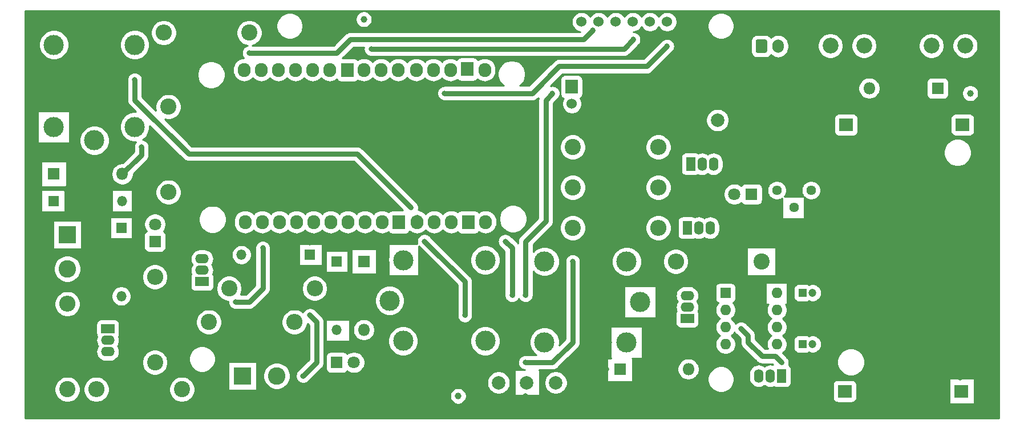
<source format=gbr>
%TF.GenerationSoftware,KiCad,Pcbnew,5.1.7-a382d34a8~87~ubuntu18.04.1*%
%TF.CreationDate,2020-10-27T09:38:10-03:00*%
%TF.ProjectId,Disp_Sec_V_1,44697370-5f53-4656-935f-565f312e6b69,1.1*%
%TF.SameCoordinates,Original*%
%TF.FileFunction,Copper,L1,Top*%
%TF.FilePolarity,Positive*%
%FSLAX46Y46*%
G04 Gerber Fmt 4.6, Leading zero omitted, Abs format (unit mm)*
G04 Created by KiCad (PCBNEW 5.1.7-a382d34a8~87~ubuntu18.04.1) date 2020-10-27 09:38:10*
%MOMM*%
%LPD*%
G01*
G04 APERTURE LIST*
%TA.AperFunction,ComponentPad*%
%ADD10C,2.350000*%
%TD*%
%TA.AperFunction,ComponentPad*%
%ADD11C,2.000000*%
%TD*%
%TA.AperFunction,SMDPad,CuDef*%
%ADD12C,1.000000*%
%TD*%
%TA.AperFunction,ComponentPad*%
%ADD13O,2.400000X2.400000*%
%TD*%
%TA.AperFunction,ComponentPad*%
%ADD14C,2.400000*%
%TD*%
%TA.AperFunction,ComponentPad*%
%ADD15C,2.600000*%
%TD*%
%TA.AperFunction,ComponentPad*%
%ADD16R,2.600000X2.600000*%
%TD*%
%TA.AperFunction,ComponentPad*%
%ADD17R,2.000000X1.400000*%
%TD*%
%TA.AperFunction,ComponentPad*%
%ADD18O,2.000000X1.400000*%
%TD*%
%TA.AperFunction,ComponentPad*%
%ADD19O,1.800000X1.800000*%
%TD*%
%TA.AperFunction,ComponentPad*%
%ADD20R,1.800000X1.800000*%
%TD*%
%TA.AperFunction,ComponentPad*%
%ADD21O,1.900000X2.100000*%
%TD*%
%TA.AperFunction,ComponentPad*%
%ADD22R,1.900000X2.100000*%
%TD*%
%TA.AperFunction,ComponentPad*%
%ADD23R,1.400000X2.000000*%
%TD*%
%TA.AperFunction,ComponentPad*%
%ADD24O,1.400000X2.000000*%
%TD*%
%TA.AperFunction,ComponentPad*%
%ADD25C,3.000000*%
%TD*%
%TA.AperFunction,ComponentPad*%
%ADD26C,1.524000*%
%TD*%
%TA.AperFunction,ComponentPad*%
%ADD27R,2.100000X1.900000*%
%TD*%
%TA.AperFunction,ComponentPad*%
%ADD28O,1.500000X1.500000*%
%TD*%
%TA.AperFunction,ComponentPad*%
%ADD29R,1.500000X1.500000*%
%TD*%
%TA.AperFunction,ComponentPad*%
%ADD30O,1.600000X1.600000*%
%TD*%
%TA.AperFunction,ComponentPad*%
%ADD31R,1.600000X1.600000*%
%TD*%
%TA.AperFunction,ComponentPad*%
%ADD32C,1.440000*%
%TD*%
%TA.AperFunction,ComponentPad*%
%ADD33O,1.700000X2.000000*%
%TD*%
%TA.AperFunction,ComponentPad*%
%ADD34C,1.800000*%
%TD*%
%TA.AperFunction,ComponentPad*%
%ADD35C,1.200000*%
%TD*%
%TA.AperFunction,ComponentPad*%
%ADD36R,1.200000X1.200000*%
%TD*%
%TA.AperFunction,ViaPad*%
%ADD37C,0.800000*%
%TD*%
%TA.AperFunction,Conductor*%
%ADD38C,0.800000*%
%TD*%
%TA.AperFunction,Conductor*%
%ADD39C,0.254000*%
%TD*%
%TA.AperFunction,Conductor*%
%ADD40C,0.100000*%
%TD*%
G04 APERTURE END LIST*
D10*
%TO.P,F1,1*%
%TO.N,Net-(D2-Pad1)*%
X221257600Y-68922700D03*
X216257600Y-68922700D03*
%TO.P,F1,2*%
%TO.N,Net-(F1-Pad2)*%
X206257600Y-68922700D03*
X201257600Y-68922700D03*
%TD*%
D11*
%TO.P,TP4,1*%
%TO.N,+3V3*%
X152000000Y-119000000D03*
%TD*%
%TO.P,TP3,1*%
%TO.N,+12V*%
X156150000Y-119000000D03*
%TD*%
%TO.P,TP2,1*%
%TO.N,/VCC_CONT*%
X160500000Y-119000000D03*
%TD*%
%TO.P,TP1,1*%
%TO.N,GND*%
X184500000Y-80000000D03*
%TD*%
D12*
%TO.P,FID3,*%
%TO.N,*%
X222000000Y-76000000D03*
%TD*%
%TO.P,FID2,*%
%TO.N,*%
X132000000Y-65000000D03*
%TD*%
%TO.P,FID1,*%
%TO.N,*%
X146000000Y-121000000D03*
%TD*%
D13*
%TO.P,R7,2*%
%TO.N,Net-(J3-Pad2)*%
X121700000Y-110000000D03*
D14*
%TO.P,R7,1*%
%TO.N,Net-(Q5-Pad1)*%
X109000000Y-110000000D03*
%TD*%
D15*
%TO.P,J2,2*%
%TO.N,Net-(J2-Pad2)*%
X88000000Y-102080000D03*
D16*
%TO.P,J2,1*%
%TO.N,+12V*%
X88000000Y-97000000D03*
%TD*%
D17*
%TO.P,Q4,1*%
%TO.N,Net-(Q4-Pad1)*%
X94000000Y-111000000D03*
D18*
%TO.P,Q4,3*%
%TO.N,GND*%
X94000000Y-114400000D03*
%TO.P,Q4,2*%
%TO.N,Net-(D7-Pad2)*%
X94000000Y-112700000D03*
%TD*%
D13*
%TO.P,R6,2*%
%TO.N,Net-(J2-Pad2)*%
X88000000Y-107300000D03*
D14*
%TO.P,R6,1*%
%TO.N,Net-(Q4-Pad1)*%
X88000000Y-120000000D03*
%TD*%
D19*
%TO.P,D1,2*%
%TO.N,Net-(D1-Pad2)*%
X180160000Y-117000000D03*
D20*
%TO.P,D1,1*%
%TO.N,+12V*%
X170000000Y-117000000D03*
%TD*%
D21*
%TO.P,U1,30*%
%TO.N,/CE*%
X114243100Y-72528600D03*
D22*
%TO.P,U1,24*%
%TO.N,GND*%
X129572000Y-72554000D03*
%TO.P,U1,17*%
X147352000Y-72427000D03*
%TO.P,U1,14*%
X147479000Y-95160000D03*
D21*
%TO.P,U1,1*%
%TO.N,Net-(R2-Pad1)*%
X114370100Y-95134600D03*
D22*
%TO.P,U1,10*%
%TO.N,Net-(U1-Pad10)*%
X137192000Y-95160000D03*
D21*
%TO.P,U1,25*%
%TO.N,Net-(U1-Pad25)*%
X126943100Y-72528600D03*
%TO.P,U1,18*%
%TO.N,Net-(U1-Pad18)*%
X144850100Y-72528600D03*
%TO.P,U1,19*%
%TO.N,Net-(U1-Pad19)*%
X142310100Y-72528600D03*
%TO.P,U1,22*%
%TO.N,/MOSI*%
X134563100Y-72528600D03*
%TO.P,U1,20*%
%TO.N,Net-(U1-Pad20)*%
X139770100Y-72528600D03*
%TO.P,U1,29*%
%TO.N,/ALARM_PIN*%
X116783100Y-72528600D03*
%TO.P,U1,23*%
%TO.N,/SCK*%
X132023100Y-72528600D03*
%TO.P,U1,28*%
%TO.N,/RST*%
X119323100Y-72528600D03*
%TO.P,U1,26*%
%TO.N,Net-(U1-Pad26)*%
X124403100Y-72528600D03*
%TO.P,U1,27*%
%TO.N,/CSN*%
X121863100Y-72528600D03*
%TO.P,U1,16*%
%TO.N,Net-(U1-Pad16)*%
X149930100Y-72528600D03*
%TO.P,U1,21*%
%TO.N,/MISO*%
X137103100Y-72528600D03*
%TO.P,U1,11*%
%TO.N,+3V3*%
X139897100Y-95134600D03*
%TO.P,U1,15*%
%TO.N,/VCC_CONT*%
X150057100Y-95134600D03*
%TO.P,U1,12*%
%TO.N,Net-(U1-Pad12)*%
X142437100Y-95134600D03*
%TO.P,U1,13*%
%TO.N,Net-(U1-Pad13)*%
X144977100Y-95134600D03*
%TO.P,U1,3*%
%TO.N,Net-(U1-Pad3)*%
X119450100Y-95134600D03*
%TO.P,U1,7*%
%TO.N,Net-(U1-Pad7)*%
X129610100Y-95134600D03*
%TO.P,U1,9*%
%TO.N,Net-(U1-Pad9)*%
X134690100Y-95134600D03*
%TO.P,U1,5*%
%TO.N,Net-(U1-Pad5)*%
X124530100Y-95134600D03*
%TO.P,U1,4*%
%TO.N,Net-(U1-Pad4)*%
X121990100Y-95134600D03*
%TO.P,U1,2*%
%TO.N,Net-(U1-Pad2)*%
X116910100Y-95134600D03*
%TO.P,U1,8*%
%TO.N,Net-(U1-Pad8)*%
X132150100Y-95134600D03*
%TO.P,U1,6*%
%TO.N,Net-(U1-Pad6)*%
X127070100Y-95134600D03*
%TD*%
D23*
%TO.P,Q6,1*%
%TO.N,Net-(Q6-Pad1)*%
X180000000Y-96000000D03*
D24*
%TO.P,Q6,3*%
%TO.N,GND*%
X183400000Y-96000000D03*
%TO.P,Q6,2*%
%TO.N,Net-(D9-Pad2)*%
X181700000Y-96000000D03*
%TD*%
D19*
%TO.P,D7,2*%
%TO.N,Net-(D7-Pad2)*%
X96160000Y-88000000D03*
D20*
%TO.P,D7,1*%
%TO.N,+12V*%
X86000000Y-88000000D03*
%TD*%
D25*
%TO.P,K3,11*%
%TO.N,/FALLA*%
X135830000Y-106810000D03*
%TO.P,K3,A2*%
%TO.N,+12V*%
X137830000Y-100810000D03*
%TO.P,K3,12*%
%TO.N,GND*%
X150030000Y-100810000D03*
%TO.P,K3,14*%
%TO.N,+3V3*%
X150030000Y-112810000D03*
%TO.P,K3,A1*%
%TO.N,Net-(D8-Pad2)*%
X137830000Y-112810000D03*
%TD*%
D19*
%TO.P,D8,2*%
%TO.N,Net-(D8-Pad2)*%
X132000000Y-111160000D03*
D20*
%TO.P,D8,1*%
%TO.N,+12V*%
X132000000Y-101000000D03*
%TD*%
D22*
%TO.P,U3,2*%
%TO.N,/VCC_CONT*%
X162820000Y-75032000D03*
D26*
%TO.P,U3,8*%
%TO.N,Net-(U3-Pad8)*%
X164305900Y-65380000D03*
%TO.P,U3,7*%
%TO.N,/MISO*%
X177005900Y-65380000D03*
%TO.P,U3,6*%
%TO.N,/MOSI*%
X174465900Y-65380000D03*
%TO.P,U3,5*%
%TO.N,/SCK*%
X171925900Y-65380000D03*
%TO.P,U3,4*%
%TO.N,/CSN*%
X169385900Y-65380000D03*
%TO.P,U3,3*%
%TO.N,/CE*%
X166845900Y-65380000D03*
%TO.P,U3,1*%
%TO.N,GND*%
X162883500Y-77559300D03*
%TD*%
D15*
%TO.P,J3,2*%
%TO.N,Net-(J3-Pad2)*%
X119080000Y-118000000D03*
D16*
%TO.P,J3,1*%
%TO.N,+12V*%
X114000000Y-118000000D03*
%TD*%
D17*
%TO.P,Q5,1*%
%TO.N,Net-(Q5-Pad1)*%
X108000000Y-104000000D03*
D18*
%TO.P,Q5,3*%
%TO.N,GND*%
X108000000Y-100600000D03*
%TO.P,Q5,2*%
%TO.N,Net-(D8-Pad2)*%
X108000000Y-102300000D03*
%TD*%
D25*
%TO.P,K1,11*%
%TO.N,+12V*%
X173000000Y-107000000D03*
%TO.P,K1,A2*%
X171000000Y-113000000D03*
%TO.P,K1,12*%
%TO.N,/VCC_CONT*%
X158800000Y-113000000D03*
%TO.P,K1,14*%
%TO.N,Net-(K1-Pad14)*%
X158800000Y-101000000D03*
%TO.P,K1,A1*%
%TO.N,Net-(D1-Pad2)*%
X171000000Y-101000000D03*
%TD*%
D17*
%TO.P,Q1,1*%
%TO.N,/RST*%
X180000000Y-109470000D03*
D18*
%TO.P,Q1,3*%
%TO.N,GND*%
X180000000Y-106070000D03*
%TO.P,Q1,2*%
%TO.N,Net-(Q1-Pad2)*%
X180000000Y-107770000D03*
%TD*%
D27*
%TO.P,U4,3*%
%TO.N,GND*%
X203371100Y-120277600D03*
%TO.P,U4,4*%
%TO.N,+12V*%
X220668500Y-120264900D03*
%TO.P,U4,2*%
%TO.N,Net-(D2-Pad1)*%
X220859000Y-80679000D03*
%TO.P,U4,1*%
%TO.N,Net-(D2-Pad2)*%
X203561600Y-80691700D03*
%TD*%
D28*
%TO.P,D6,2*%
%TO.N,GND*%
X113840000Y-100000000D03*
D29*
%TO.P,D6,1*%
%TO.N,+12V*%
X124000000Y-100000000D03*
%TD*%
D30*
%TO.P,U2,8*%
%TO.N,+12V*%
X193300000Y-105660000D03*
%TO.P,U2,4*%
%TO.N,VCC*%
X185680000Y-113280000D03*
%TO.P,U2,7*%
%TO.N,Net-(C2-Pad1)*%
X193300000Y-108200000D03*
%TO.P,U2,3*%
%TO.N,Net-(Q2-Pad1)*%
X185680000Y-110740000D03*
%TO.P,U2,6*%
%TO.N,Net-(C2-Pad1)*%
X193300000Y-110740000D03*
%TO.P,U2,2*%
%TO.N,Net-(Q1-Pad2)*%
X185680000Y-108200000D03*
%TO.P,U2,5*%
%TO.N,Net-(C1-Pad1)*%
X193300000Y-113280000D03*
D31*
%TO.P,U2,1*%
%TO.N,GND*%
X185680000Y-105660000D03*
%TD*%
D32*
%TO.P,RV1,3*%
%TO.N,Net-(RV1-Pad3)*%
X193300000Y-90420000D03*
%TO.P,RV1,2*%
%TO.N,+12V*%
X195840000Y-92960000D03*
%TO.P,RV1,1*%
%TO.N,Net-(C2-Pad1)*%
X198380000Y-90420000D03*
%TD*%
D13*
%TO.P,R11,2*%
%TO.N,GND*%
X101000000Y-103300000D03*
D14*
%TO.P,R11,1*%
%TO.N,Net-(D11-Pad1)*%
X101000000Y-116000000D03*
%TD*%
D13*
%TO.P,R10,2*%
%TO.N,GND*%
X92300000Y-120000000D03*
D14*
%TO.P,R10,1*%
%TO.N,Net-(D10-Pad1)*%
X105000000Y-120000000D03*
%TD*%
D13*
%TO.P,R9,2*%
%TO.N,Net-(D9-Pad2)*%
X175700000Y-96000000D03*
D14*
%TO.P,R9,1*%
%TO.N,+3V3*%
X163000000Y-96000000D03*
%TD*%
D13*
%TO.P,R8,2*%
%TO.N,Net-(Q6-Pad1)*%
X175700000Y-90000000D03*
D14*
%TO.P,R8,1*%
%TO.N,/FALLA*%
X163000000Y-90000000D03*
%TD*%
D13*
%TO.P,R5,2*%
%TO.N,Net-(Q3-Pad1)*%
X175700000Y-84000000D03*
D14*
%TO.P,R5,1*%
%TO.N,/ALARMA*%
X163000000Y-84000000D03*
%TD*%
D13*
%TO.P,R4,2*%
%TO.N,/ALARMA*%
X103000000Y-90700000D03*
D14*
%TO.P,R4,1*%
%TO.N,/ALARM_PIN*%
X103000000Y-78000000D03*
%TD*%
D13*
%TO.P,R3,2*%
%TO.N,GND*%
X102300000Y-67000000D03*
D14*
%TO.P,R3,1*%
%TO.N,/RST*%
X115000000Y-67000000D03*
%TD*%
D13*
%TO.P,R2,2*%
%TO.N,/FALLA*%
X124700000Y-105000000D03*
D14*
%TO.P,R2,1*%
%TO.N,Net-(R2-Pad1)*%
X112000000Y-105000000D03*
%TD*%
D13*
%TO.P,R1,2*%
%TO.N,Net-(Q1-Pad2)*%
X178300000Y-101000000D03*
D14*
%TO.P,R1,1*%
%TO.N,+12V*%
X191000000Y-101000000D03*
%TD*%
D23*
%TO.P,Q3,1*%
%TO.N,Net-(Q3-Pad1)*%
X180500000Y-86500000D03*
D24*
%TO.P,Q3,3*%
%TO.N,GND*%
X183900000Y-86500000D03*
%TO.P,Q3,2*%
%TO.N,Net-(D9-Pad2)*%
X182200000Y-86500000D03*
%TD*%
D23*
%TO.P,Q2,1*%
%TO.N,Net-(Q2-Pad1)*%
X194000000Y-118000000D03*
D24*
%TO.P,Q2,3*%
%TO.N,GND*%
X190600000Y-118000000D03*
%TO.P,Q2,2*%
%TO.N,Net-(D1-Pad2)*%
X192300000Y-118000000D03*
%TD*%
D25*
%TO.P,K2,11*%
%TO.N,/ALARMA*%
X92000000Y-83000000D03*
%TO.P,K2,A2*%
%TO.N,+12V*%
X86000000Y-81000000D03*
%TO.P,K2,12*%
%TO.N,GND*%
X86000000Y-68800000D03*
%TO.P,K2,14*%
%TO.N,+3V3*%
X98000000Y-68800000D03*
%TO.P,K2,A1*%
%TO.N,Net-(D7-Pad2)*%
X98000000Y-81000000D03*
%TD*%
D33*
%TO.P,J1,2*%
%TO.N,Net-(F1-Pad2)*%
X193500000Y-69000000D03*
%TO.P,J1,1*%
%TO.N,Net-(D2-Pad2)*%
%TA.AperFunction,ComponentPad*%
G36*
G01*
X190150000Y-69750000D02*
X190150000Y-68250000D01*
G75*
G02*
X190400000Y-68000000I250000J0D01*
G01*
X191600000Y-68000000D01*
G75*
G02*
X191850000Y-68250000I0J-250000D01*
G01*
X191850000Y-69750000D01*
G75*
G02*
X191600000Y-70000000I-250000J0D01*
G01*
X190400000Y-70000000D01*
G75*
G02*
X190150000Y-69750000I0J250000D01*
G01*
G37*
%TD.AperFunction*%
%TD*%
D34*
%TO.P,D11,2*%
%TO.N,/FALLA*%
X130540000Y-116000000D03*
D20*
%TO.P,D11,1*%
%TO.N,Net-(D11-Pad1)*%
X128000000Y-116000000D03*
%TD*%
D34*
%TO.P,D10,2*%
%TO.N,/ALARMA*%
X101000000Y-95460000D03*
D20*
%TO.P,D10,1*%
%TO.N,Net-(D10-Pad1)*%
X101000000Y-98000000D03*
%TD*%
D34*
%TO.P,D9,2*%
%TO.N,Net-(D9-Pad2)*%
X187000000Y-91000000D03*
D20*
%TO.P,D9,1*%
%TO.N,GND*%
X189540000Y-91000000D03*
%TD*%
D28*
%TO.P,D5,2*%
%TO.N,+12V*%
X128000000Y-111160000D03*
D29*
%TO.P,D5,1*%
X128000000Y-101000000D03*
%TD*%
D28*
%TO.P,D4,2*%
%TO.N,GND*%
X96000000Y-106160000D03*
D29*
%TO.P,D4,1*%
%TO.N,+12V*%
X96000000Y-96000000D03*
%TD*%
D28*
%TO.P,D3,2*%
%TO.N,+12V*%
X96160000Y-92000000D03*
D29*
%TO.P,D3,1*%
X86000000Y-92000000D03*
%TD*%
D19*
%TO.P,D2,2*%
%TO.N,Net-(D2-Pad2)*%
X207000000Y-75260000D03*
D20*
%TO.P,D2,1*%
%TO.N,Net-(D2-Pad1)*%
X217160000Y-75260000D03*
%TD*%
D35*
%TO.P,C2,2*%
%TO.N,GND*%
X198610000Y-105660000D03*
D36*
%TO.P,C2,1*%
%TO.N,Net-(C2-Pad1)*%
X197110000Y-105660000D03*
%TD*%
D35*
%TO.P,C1,2*%
%TO.N,GND*%
X198610000Y-113280000D03*
D36*
%TO.P,C1,1*%
%TO.N,Net-(C1-Pad1)*%
X197110000Y-113280000D03*
%TD*%
D37*
%TO.N,+12V*%
X223000000Y-120250000D03*
X218500000Y-120250000D03*
X173000000Y-104000000D03*
X173000000Y-110000000D03*
X174000000Y-113000000D03*
X168400000Y-113000000D03*
X111000000Y-118000000D03*
X114000000Y-121000000D03*
X91000000Y-97000000D03*
X85000000Y-97000000D03*
X195750000Y-95000000D03*
X191000000Y-98500000D03*
X193250000Y-103750000D03*
X168000000Y-117000000D03*
X156000000Y-121000000D03*
X132000000Y-98750000D03*
X124000000Y-98250000D03*
X140500000Y-100750000D03*
X135250000Y-100750000D03*
X220750000Y-122500000D03*
X220500000Y-118250000D03*
X86000000Y-78000000D03*
X86000000Y-84000000D03*
X88500000Y-88000000D03*
X88500000Y-92000000D03*
X94000000Y-92000000D03*
X128000000Y-98750000D03*
X128000000Y-113250000D03*
X94000000Y-96000000D03*
%TO.N,+3V3*%
X98000000Y-74000000D03*
%TO.N,/VCC_CONT*%
X154000000Y-106000000D03*
X156000000Y-106000000D03*
X160000000Y-76000000D03*
X153000000Y-98000000D03*
%TO.N,+3V3*%
X98000000Y-68800000D03*
X147000000Y-109000000D03*
X139000000Y-93000000D03*
X141000000Y-98000000D03*
X156000000Y-116000000D03*
X163000000Y-101000000D03*
%TO.N,Net-(D7-Pad2)*%
X99000000Y-84000000D03*
%TO.N,Net-(Q2-Pad1)*%
X194000000Y-116000000D03*
X188000000Y-111000000D03*
%TO.N,/MISO*%
X177000000Y-69000000D03*
X144000000Y-76000000D03*
%TO.N,/SCK*%
X172000000Y-68000000D03*
X133099990Y-69400010D03*
%TO.N,/CE*%
X166000000Y-66600000D03*
X115000000Y-70000000D03*
%TO.N,Net-(J3-Pad2)*%
X123000000Y-118000000D03*
X124000000Y-109000000D03*
%TO.N,Net-(R2-Pad1)*%
X113000000Y-107000000D03*
X117000000Y-99000000D03*
%TD*%
D38*
%TO.N,+12V*%
X171000000Y-113000000D02*
X172000000Y-113000000D01*
%TO.N,/VCC_CONT*%
X150057100Y-95134600D02*
X150134600Y-95134600D01*
X156000000Y-98000000D02*
X159000000Y-95000000D01*
X159000000Y-95000000D02*
X159000000Y-78000000D01*
X154000000Y-99000000D02*
X154000000Y-106000000D01*
X156000000Y-98000000D02*
X156000000Y-106000000D01*
X159000000Y-78000000D02*
X159000000Y-77000000D01*
X159000000Y-77000000D02*
X160000000Y-76000000D01*
X154000000Y-99000000D02*
X153000000Y-98000000D01*
%TO.N,+3V3*%
X139897100Y-95134600D02*
X139897100Y-94425098D01*
X163000000Y-113000000D02*
X160000000Y-116000000D01*
X106000000Y-85000000D02*
X98000000Y-77000000D01*
X131000000Y-85000000D02*
X106000000Y-85000000D01*
X98000000Y-77000000D02*
X98000000Y-74000000D01*
X147000000Y-104000000D02*
X147000000Y-109000000D01*
X139000000Y-93000000D02*
X131000000Y-85000000D01*
X141000000Y-98000000D02*
X147000000Y-104000000D01*
X156000000Y-116000000D02*
X160000000Y-116000000D01*
X163000000Y-113000000D02*
X163000000Y-101000000D01*
%TO.N,Net-(D7-Pad2)*%
X96160000Y-88000000D02*
X99000000Y-85160000D01*
X99000000Y-85160000D02*
X99000000Y-84000000D01*
%TO.N,Net-(Q2-Pad1)*%
X193080001Y-115080001D02*
X194000000Y-116000000D01*
X191080001Y-115080001D02*
X193080001Y-115080001D01*
X191080001Y-115080001D02*
X189000000Y-113000000D01*
X189000000Y-113000000D02*
X189000000Y-112000000D01*
X189000000Y-112000000D02*
X188000000Y-111000000D01*
%TO.N,/MISO*%
X157000000Y-76000000D02*
X161000000Y-72000000D01*
X161000000Y-72000000D02*
X173000000Y-72000000D01*
X173000000Y-72000000D02*
X174000000Y-72000000D01*
X174000000Y-72000000D02*
X177000000Y-69000000D01*
X157000000Y-76000000D02*
X144000000Y-76000000D01*
%TO.N,/SCK*%
X133099990Y-69400010D02*
X170599990Y-69400010D01*
X170599990Y-69400010D02*
X172000000Y-68000000D01*
%TO.N,/CE*%
X128000000Y-70000000D02*
X130000000Y-68000000D01*
X130000000Y-68000000D02*
X164600000Y-68000000D01*
X164600000Y-68000000D02*
X166000000Y-66600000D01*
X115000000Y-70000000D02*
X128000000Y-70000000D01*
%TO.N,Net-(F1-Pad2)*%
X200880000Y-69000000D02*
X200970000Y-68910000D01*
X201180300Y-69000000D02*
X201257600Y-68922700D01*
%TO.N,Net-(J3-Pad2)*%
X123000000Y-118000000D02*
X125000000Y-116000000D01*
X125000000Y-116000000D02*
X125000000Y-110000000D01*
X125000000Y-110000000D02*
X124000000Y-109000000D01*
%TO.N,Net-(R2-Pad1)*%
X113000000Y-107000000D02*
X115000000Y-107000000D01*
X115000000Y-107000000D02*
X117000000Y-105000000D01*
X117000000Y-105000000D02*
X117000000Y-99000000D01*
%TD*%
D39*
%TO.N,+12V*%
X226248000Y-124248000D02*
X81752000Y-124248000D01*
X81752000Y-119810207D01*
X86073000Y-119810207D01*
X86073000Y-120189793D01*
X86147053Y-120562085D01*
X86292315Y-120912777D01*
X86503201Y-121228391D01*
X86771609Y-121496799D01*
X87087223Y-121707685D01*
X87437915Y-121852947D01*
X87810207Y-121927000D01*
X88189793Y-121927000D01*
X88562085Y-121852947D01*
X88912777Y-121707685D01*
X89228391Y-121496799D01*
X89496799Y-121228391D01*
X89707685Y-120912777D01*
X89852947Y-120562085D01*
X89927000Y-120189793D01*
X89927000Y-119810207D01*
X90373000Y-119810207D01*
X90373000Y-120189793D01*
X90447053Y-120562085D01*
X90592315Y-120912777D01*
X90803201Y-121228391D01*
X91071609Y-121496799D01*
X91387223Y-121707685D01*
X91737915Y-121852947D01*
X92110207Y-121927000D01*
X92489793Y-121927000D01*
X92862085Y-121852947D01*
X93212777Y-121707685D01*
X93528391Y-121496799D01*
X93796799Y-121228391D01*
X94007685Y-120912777D01*
X94152947Y-120562085D01*
X94227000Y-120189793D01*
X94227000Y-119810207D01*
X103073000Y-119810207D01*
X103073000Y-120189793D01*
X103147053Y-120562085D01*
X103292315Y-120912777D01*
X103503201Y-121228391D01*
X103771609Y-121496799D01*
X104087223Y-121707685D01*
X104437915Y-121852947D01*
X104810207Y-121927000D01*
X105189793Y-121927000D01*
X105562085Y-121852947D01*
X105912777Y-121707685D01*
X106228391Y-121496799D01*
X106496799Y-121228391D01*
X106707685Y-120912777D01*
X106721613Y-120879151D01*
X144773000Y-120879151D01*
X144773000Y-121120849D01*
X144820153Y-121357903D01*
X144912647Y-121581202D01*
X145046927Y-121782167D01*
X145217833Y-121953073D01*
X145418798Y-122087353D01*
X145642097Y-122179847D01*
X145879151Y-122227000D01*
X146120849Y-122227000D01*
X146357903Y-122179847D01*
X146581202Y-122087353D01*
X146782167Y-121953073D01*
X146953073Y-121782167D01*
X147087353Y-121581202D01*
X147179847Y-121357903D01*
X147227000Y-121120849D01*
X147227000Y-120879151D01*
X147179847Y-120642097D01*
X147087353Y-120418798D01*
X146953073Y-120217833D01*
X146782167Y-120046927D01*
X146581202Y-119912647D01*
X146357903Y-119820153D01*
X146120849Y-119773000D01*
X145879151Y-119773000D01*
X145642097Y-119820153D01*
X145418798Y-119912647D01*
X145217833Y-120046927D01*
X145046927Y-120217833D01*
X144912647Y-120418798D01*
X144820153Y-120642097D01*
X144773000Y-120879151D01*
X106721613Y-120879151D01*
X106852947Y-120562085D01*
X106927000Y-120189793D01*
X106927000Y-119810207D01*
X106852947Y-119437915D01*
X106707685Y-119087223D01*
X106496799Y-118771609D01*
X106228391Y-118503201D01*
X105912777Y-118292315D01*
X105562085Y-118147053D01*
X105189793Y-118073000D01*
X104810207Y-118073000D01*
X104437915Y-118147053D01*
X104087223Y-118292315D01*
X103771609Y-118503201D01*
X103503201Y-118771609D01*
X103292315Y-119087223D01*
X103147053Y-119437915D01*
X103073000Y-119810207D01*
X94227000Y-119810207D01*
X94152947Y-119437915D01*
X94007685Y-119087223D01*
X93796799Y-118771609D01*
X93528391Y-118503201D01*
X93212777Y-118292315D01*
X92862085Y-118147053D01*
X92489793Y-118073000D01*
X92110207Y-118073000D01*
X91737915Y-118147053D01*
X91387223Y-118292315D01*
X91071609Y-118503201D01*
X90803201Y-118771609D01*
X90592315Y-119087223D01*
X90447053Y-119437915D01*
X90373000Y-119810207D01*
X89927000Y-119810207D01*
X89852947Y-119437915D01*
X89707685Y-119087223D01*
X89496799Y-118771609D01*
X89228391Y-118503201D01*
X88912777Y-118292315D01*
X88562085Y-118147053D01*
X88189793Y-118073000D01*
X87810207Y-118073000D01*
X87437915Y-118147053D01*
X87087223Y-118292315D01*
X86771609Y-118503201D01*
X86503201Y-118771609D01*
X86292315Y-119087223D01*
X86147053Y-119437915D01*
X86073000Y-119810207D01*
X81752000Y-119810207D01*
X81752000Y-112700000D01*
X92266096Y-112700000D01*
X92293648Y-112979741D01*
X92375245Y-113248731D01*
X92507752Y-113496634D01*
X92551548Y-113550000D01*
X92507752Y-113603366D01*
X92375245Y-113851269D01*
X92293648Y-114120259D01*
X92266096Y-114400000D01*
X92293648Y-114679741D01*
X92375245Y-114948731D01*
X92507752Y-115196634D01*
X92686077Y-115413923D01*
X92903366Y-115592248D01*
X93151269Y-115724755D01*
X93420259Y-115806352D01*
X93629902Y-115827000D01*
X94370098Y-115827000D01*
X94540600Y-115810207D01*
X99073000Y-115810207D01*
X99073000Y-116189793D01*
X99147053Y-116562085D01*
X99292315Y-116912777D01*
X99503201Y-117228391D01*
X99771609Y-117496799D01*
X100087223Y-117707685D01*
X100437915Y-117852947D01*
X100810207Y-117927000D01*
X101189793Y-117927000D01*
X101562085Y-117852947D01*
X101912777Y-117707685D01*
X102228391Y-117496799D01*
X102496799Y-117228391D01*
X102707685Y-116912777D01*
X102852947Y-116562085D01*
X102927000Y-116189793D01*
X102927000Y-115810207D01*
X102852947Y-115437915D01*
X102798009Y-115305282D01*
X106023000Y-115305282D01*
X106023000Y-115694718D01*
X106098975Y-116076670D01*
X106248005Y-116436461D01*
X106464364Y-116760264D01*
X106739736Y-117035636D01*
X107063539Y-117251995D01*
X107423330Y-117401025D01*
X107805282Y-117477000D01*
X108194718Y-117477000D01*
X108576670Y-117401025D01*
X108936461Y-117251995D01*
X109260264Y-117035636D01*
X109535636Y-116760264D01*
X109751995Y-116436461D01*
X109901025Y-116076670D01*
X109916275Y-116000000D01*
X111873000Y-116000000D01*
X111873000Y-120000000D01*
X111875440Y-120024776D01*
X111882667Y-120048601D01*
X111894403Y-120070557D01*
X111910197Y-120089803D01*
X111929443Y-120105597D01*
X111951399Y-120117333D01*
X111975224Y-120124560D01*
X112000000Y-120127000D01*
X116000000Y-120127000D01*
X116024776Y-120124560D01*
X116048601Y-120117333D01*
X116070557Y-120105597D01*
X116089803Y-120089803D01*
X116105597Y-120070557D01*
X116117333Y-120048601D01*
X116124560Y-120024776D01*
X116127000Y-120000000D01*
X116127000Y-117800358D01*
X117053000Y-117800358D01*
X117053000Y-118199642D01*
X117130896Y-118591254D01*
X117283696Y-118960145D01*
X117505526Y-119292137D01*
X117787863Y-119574474D01*
X118119855Y-119796304D01*
X118488746Y-119949104D01*
X118880358Y-120027000D01*
X119279642Y-120027000D01*
X119671254Y-119949104D01*
X120040145Y-119796304D01*
X120372137Y-119574474D01*
X120654474Y-119292137D01*
X120876304Y-118960145D01*
X121029104Y-118591254D01*
X121107000Y-118199642D01*
X121107000Y-117800358D01*
X121029104Y-117408746D01*
X120876304Y-117039855D01*
X120654474Y-116707863D01*
X120372137Y-116425526D01*
X120040145Y-116203696D01*
X119671254Y-116050896D01*
X119279642Y-115973000D01*
X118880358Y-115973000D01*
X118488746Y-116050896D01*
X118119855Y-116203696D01*
X117787863Y-116425526D01*
X117505526Y-116707863D01*
X117283696Y-117039855D01*
X117130896Y-117408746D01*
X117053000Y-117800358D01*
X116127000Y-117800358D01*
X116127000Y-116000000D01*
X116124560Y-115975224D01*
X116117333Y-115951399D01*
X116105597Y-115929443D01*
X116089803Y-115910197D01*
X116070557Y-115894403D01*
X116048601Y-115882667D01*
X116024776Y-115875440D01*
X116000000Y-115873000D01*
X112000000Y-115873000D01*
X111975224Y-115875440D01*
X111951399Y-115882667D01*
X111929443Y-115894403D01*
X111910197Y-115910197D01*
X111894403Y-115929443D01*
X111882667Y-115951399D01*
X111875440Y-115975224D01*
X111873000Y-116000000D01*
X109916275Y-116000000D01*
X109977000Y-115694718D01*
X109977000Y-115305282D01*
X109901025Y-114923330D01*
X109751995Y-114563539D01*
X109535636Y-114239736D01*
X109260264Y-113964364D01*
X108936461Y-113748005D01*
X108576670Y-113598975D01*
X108194718Y-113523000D01*
X107805282Y-113523000D01*
X107423330Y-113598975D01*
X107063539Y-113748005D01*
X106739736Y-113964364D01*
X106464364Y-114239736D01*
X106248005Y-114563539D01*
X106098975Y-114923330D01*
X106023000Y-115305282D01*
X102798009Y-115305282D01*
X102707685Y-115087223D01*
X102496799Y-114771609D01*
X102228391Y-114503201D01*
X101912777Y-114292315D01*
X101562085Y-114147053D01*
X101189793Y-114073000D01*
X100810207Y-114073000D01*
X100437915Y-114147053D01*
X100087223Y-114292315D01*
X99771609Y-114503201D01*
X99503201Y-114771609D01*
X99292315Y-115087223D01*
X99147053Y-115437915D01*
X99073000Y-115810207D01*
X94540600Y-115810207D01*
X94579741Y-115806352D01*
X94848731Y-115724755D01*
X95096634Y-115592248D01*
X95313923Y-115413923D01*
X95492248Y-115196634D01*
X95624755Y-114948731D01*
X95706352Y-114679741D01*
X95733904Y-114400000D01*
X95706352Y-114120259D01*
X95624755Y-113851269D01*
X95492248Y-113603366D01*
X95448452Y-113550000D01*
X95492248Y-113496634D01*
X95624755Y-113248731D01*
X95706352Y-112979741D01*
X95733904Y-112700000D01*
X95706352Y-112420259D01*
X95624755Y-112151269D01*
X95603210Y-112110962D01*
X95607403Y-112105853D01*
X95674910Y-111979557D01*
X95716480Y-111842517D01*
X95730517Y-111700000D01*
X95730517Y-110300000D01*
X95716480Y-110157483D01*
X95674910Y-110020443D01*
X95607403Y-109894147D01*
X95538516Y-109810207D01*
X107073000Y-109810207D01*
X107073000Y-110189793D01*
X107147053Y-110562085D01*
X107292315Y-110912777D01*
X107503201Y-111228391D01*
X107771609Y-111496799D01*
X108087223Y-111707685D01*
X108437915Y-111852947D01*
X108810207Y-111927000D01*
X109189793Y-111927000D01*
X109562085Y-111852947D01*
X109912777Y-111707685D01*
X110228391Y-111496799D01*
X110496799Y-111228391D01*
X110707685Y-110912777D01*
X110852947Y-110562085D01*
X110927000Y-110189793D01*
X110927000Y-109810207D01*
X119773000Y-109810207D01*
X119773000Y-110189793D01*
X119847053Y-110562085D01*
X119992315Y-110912777D01*
X120203201Y-111228391D01*
X120471609Y-111496799D01*
X120787223Y-111707685D01*
X121137915Y-111852947D01*
X121510207Y-111927000D01*
X121889793Y-111927000D01*
X122262085Y-111852947D01*
X122612777Y-111707685D01*
X122928391Y-111496799D01*
X123196799Y-111228391D01*
X123407685Y-110912777D01*
X123552947Y-110562085D01*
X123621853Y-110215671D01*
X123873001Y-110466820D01*
X123873000Y-115533181D01*
X122281582Y-117124600D01*
X122281579Y-117124602D01*
X122124602Y-117281579D01*
X122093688Y-117327845D01*
X122058400Y-117370844D01*
X122032178Y-117419902D01*
X122001266Y-117466165D01*
X121979974Y-117517569D01*
X121953750Y-117566630D01*
X121937603Y-117619861D01*
X121916310Y-117671266D01*
X121905454Y-117725843D01*
X121889308Y-117779070D01*
X121883856Y-117834422D01*
X121873000Y-117889000D01*
X121873000Y-117944646D01*
X121867548Y-118000000D01*
X121873000Y-118055354D01*
X121873000Y-118111000D01*
X121883856Y-118165578D01*
X121889308Y-118220930D01*
X121905454Y-118274157D01*
X121916310Y-118328734D01*
X121937603Y-118380139D01*
X121953750Y-118433370D01*
X121979974Y-118482431D01*
X122001266Y-118533835D01*
X122032178Y-118580098D01*
X122058400Y-118629156D01*
X122093688Y-118672155D01*
X122124602Y-118718421D01*
X122163946Y-118757765D01*
X122199235Y-118800765D01*
X122242235Y-118836054D01*
X122281579Y-118875398D01*
X122327845Y-118906312D01*
X122370844Y-118941600D01*
X122419902Y-118967822D01*
X122466165Y-118998734D01*
X122517569Y-119020026D01*
X122566630Y-119046250D01*
X122619861Y-119062397D01*
X122671266Y-119083690D01*
X122725843Y-119094546D01*
X122779070Y-119110692D01*
X122834422Y-119116144D01*
X122889000Y-119127000D01*
X122944646Y-119127000D01*
X123000000Y-119132452D01*
X123055354Y-119127000D01*
X123111000Y-119127000D01*
X123165578Y-119116144D01*
X123220930Y-119110692D01*
X123274157Y-119094546D01*
X123328734Y-119083690D01*
X123380139Y-119062397D01*
X123433370Y-119046250D01*
X123482431Y-119020026D01*
X123533835Y-118998734D01*
X123580098Y-118967822D01*
X123629156Y-118941600D01*
X123672155Y-118906312D01*
X123718421Y-118875398D01*
X123763914Y-118829905D01*
X150273000Y-118829905D01*
X150273000Y-119170095D01*
X150339368Y-119503747D01*
X150469553Y-119818041D01*
X150658552Y-120100898D01*
X150899102Y-120341448D01*
X151181959Y-120530447D01*
X151496253Y-120660632D01*
X151829905Y-120727000D01*
X152170095Y-120727000D01*
X152503747Y-120660632D01*
X152818041Y-120530447D01*
X153100898Y-120341448D01*
X153341448Y-120100898D01*
X153530447Y-119818041D01*
X153660632Y-119503747D01*
X153727000Y-119170095D01*
X153727000Y-118829905D01*
X153660632Y-118496253D01*
X153530447Y-118181959D01*
X153341448Y-117899102D01*
X153100898Y-117658552D01*
X152818041Y-117469553D01*
X152503747Y-117339368D01*
X152170095Y-117273000D01*
X151829905Y-117273000D01*
X151496253Y-117339368D01*
X151181959Y-117469553D01*
X150899102Y-117658552D01*
X150658552Y-117899102D01*
X150469553Y-118181959D01*
X150339368Y-118496253D01*
X150273000Y-118829905D01*
X123763914Y-118829905D01*
X123875398Y-118718421D01*
X123875400Y-118718418D01*
X125757764Y-116836055D01*
X125800765Y-116800765D01*
X125836055Y-116757764D01*
X125836058Y-116757761D01*
X125941600Y-116629157D01*
X125941601Y-116629156D01*
X126046250Y-116433371D01*
X126110693Y-116220931D01*
X126127000Y-116055365D01*
X126127000Y-116055355D01*
X126132452Y-116000001D01*
X126127000Y-115944646D01*
X126127000Y-115100000D01*
X126369483Y-115100000D01*
X126369483Y-116900000D01*
X126383520Y-117042517D01*
X126425090Y-117179557D01*
X126492597Y-117305853D01*
X126583446Y-117416554D01*
X126694147Y-117507403D01*
X126820443Y-117574910D01*
X126957483Y-117616480D01*
X127100000Y-117630517D01*
X128900000Y-117630517D01*
X129042517Y-117616480D01*
X129179557Y-117574910D01*
X129305853Y-117507403D01*
X129416554Y-117416554D01*
X129507403Y-117305853D01*
X129522778Y-117277089D01*
X129769327Y-117441828D01*
X130065422Y-117564475D01*
X130379755Y-117627000D01*
X130700245Y-117627000D01*
X131014578Y-117564475D01*
X131310673Y-117441828D01*
X131577152Y-117263773D01*
X131590925Y-117250000D01*
X154373000Y-117250000D01*
X154373000Y-120750000D01*
X154375440Y-120774776D01*
X154382667Y-120798601D01*
X154394403Y-120820557D01*
X154410197Y-120839803D01*
X154429443Y-120855597D01*
X154451399Y-120867333D01*
X154475224Y-120874560D01*
X154500000Y-120877000D01*
X158000000Y-120877000D01*
X158024776Y-120874560D01*
X158048601Y-120867333D01*
X158070557Y-120855597D01*
X158089803Y-120839803D01*
X158105597Y-120820557D01*
X158117333Y-120798601D01*
X158124560Y-120774776D01*
X158127000Y-120750000D01*
X158127000Y-118829905D01*
X158773000Y-118829905D01*
X158773000Y-119170095D01*
X158839368Y-119503747D01*
X158969553Y-119818041D01*
X159158552Y-120100898D01*
X159399102Y-120341448D01*
X159681959Y-120530447D01*
X159996253Y-120660632D01*
X160329905Y-120727000D01*
X160670095Y-120727000D01*
X161003747Y-120660632D01*
X161318041Y-120530447D01*
X161600898Y-120341448D01*
X161841448Y-120100898D01*
X162030447Y-119818041D01*
X162160632Y-119503747D01*
X162227000Y-119170095D01*
X162227000Y-118829905D01*
X162160632Y-118496253D01*
X162030447Y-118181959D01*
X161841448Y-117899102D01*
X161600898Y-117658552D01*
X161318041Y-117469553D01*
X161003747Y-117339368D01*
X160670095Y-117273000D01*
X160329905Y-117273000D01*
X159996253Y-117339368D01*
X159681959Y-117469553D01*
X159399102Y-117658552D01*
X159158552Y-117899102D01*
X158969553Y-118181959D01*
X158839368Y-118496253D01*
X158773000Y-118829905D01*
X158127000Y-118829905D01*
X158127000Y-117250000D01*
X158124560Y-117225224D01*
X158117333Y-117201399D01*
X158105597Y-117179443D01*
X158089803Y-117160197D01*
X158070557Y-117144403D01*
X158048601Y-117132667D01*
X158029919Y-117127000D01*
X159944646Y-117127000D01*
X160000000Y-117132452D01*
X160055354Y-117127000D01*
X160055365Y-117127000D01*
X160220931Y-117110693D01*
X160433371Y-117046250D01*
X160629157Y-116941600D01*
X160800765Y-116800765D01*
X160836059Y-116757759D01*
X162093818Y-115500000D01*
X168123000Y-115500000D01*
X168123000Y-118750000D01*
X168125440Y-118774776D01*
X168132667Y-118798601D01*
X168144403Y-118820557D01*
X168160197Y-118839803D01*
X168179443Y-118855597D01*
X168201399Y-118867333D01*
X168225224Y-118874560D01*
X168250000Y-118877000D01*
X171750000Y-118877000D01*
X171774776Y-118874560D01*
X171798601Y-118867333D01*
X171820557Y-118855597D01*
X171839803Y-118839803D01*
X171855597Y-118820557D01*
X171867333Y-118798601D01*
X171874560Y-118774776D01*
X171877000Y-118750000D01*
X171877000Y-116839755D01*
X178533000Y-116839755D01*
X178533000Y-117160245D01*
X178595525Y-117474578D01*
X178718172Y-117770673D01*
X178896227Y-118037152D01*
X179122848Y-118263773D01*
X179389327Y-118441828D01*
X179685422Y-118564475D01*
X179999755Y-118627000D01*
X180320245Y-118627000D01*
X180634578Y-118564475D01*
X180930673Y-118441828D01*
X181135029Y-118305282D01*
X183023000Y-118305282D01*
X183023000Y-118694718D01*
X183098975Y-119076670D01*
X183248005Y-119436461D01*
X183464364Y-119760264D01*
X183739736Y-120035636D01*
X184063539Y-120251995D01*
X184423330Y-120401025D01*
X184805282Y-120477000D01*
X185194718Y-120477000D01*
X185576670Y-120401025D01*
X185936461Y-120251995D01*
X186260264Y-120035636D01*
X186535636Y-119760264D01*
X186751995Y-119436461D01*
X186901025Y-119076670D01*
X186977000Y-118694718D01*
X186977000Y-118305282D01*
X186901025Y-117923330D01*
X186751995Y-117563539D01*
X186535636Y-117239736D01*
X186260264Y-116964364D01*
X185936461Y-116748005D01*
X185576670Y-116598975D01*
X185194718Y-116523000D01*
X184805282Y-116523000D01*
X184423330Y-116598975D01*
X184063539Y-116748005D01*
X183739736Y-116964364D01*
X183464364Y-117239736D01*
X183248005Y-117563539D01*
X183098975Y-117923330D01*
X183023000Y-118305282D01*
X181135029Y-118305282D01*
X181197152Y-118263773D01*
X181423773Y-118037152D01*
X181601828Y-117770673D01*
X181724475Y-117474578D01*
X181787000Y-117160245D01*
X181787000Y-116839755D01*
X181724475Y-116525422D01*
X181601828Y-116229327D01*
X181423773Y-115962848D01*
X181197152Y-115736227D01*
X180930673Y-115558172D01*
X180634578Y-115435525D01*
X180320245Y-115373000D01*
X179999755Y-115373000D01*
X179685422Y-115435525D01*
X179389327Y-115558172D01*
X179122848Y-115736227D01*
X178896227Y-115962848D01*
X178718172Y-116229327D01*
X178595525Y-116525422D01*
X178533000Y-116839755D01*
X171877000Y-116839755D01*
X171877000Y-115500000D01*
X171874560Y-115475224D01*
X171867333Y-115451399D01*
X171855597Y-115429443D01*
X171839803Y-115410197D01*
X171820557Y-115394403D01*
X171798601Y-115382667D01*
X171779919Y-115377000D01*
X173250000Y-115377000D01*
X173274776Y-115374560D01*
X173298601Y-115367333D01*
X173320557Y-115355597D01*
X173339803Y-115339803D01*
X173355597Y-115320557D01*
X173367333Y-115298601D01*
X173374560Y-115274776D01*
X173377000Y-115250000D01*
X173377000Y-110750000D01*
X173374560Y-110725224D01*
X173367333Y-110701399D01*
X173355597Y-110679443D01*
X173339803Y-110660197D01*
X173320557Y-110644403D01*
X173298601Y-110632667D01*
X173274776Y-110625440D01*
X173250000Y-110623000D01*
X168750000Y-110623000D01*
X168725224Y-110625440D01*
X168701399Y-110632667D01*
X168679443Y-110644403D01*
X168660197Y-110660197D01*
X168644403Y-110679443D01*
X168632667Y-110701399D01*
X168625440Y-110725224D01*
X168623000Y-110750000D01*
X168623000Y-115250000D01*
X168625440Y-115274776D01*
X168632667Y-115298601D01*
X168644403Y-115320557D01*
X168660197Y-115339803D01*
X168679443Y-115355597D01*
X168701399Y-115367333D01*
X168720081Y-115373000D01*
X168250000Y-115373000D01*
X168225224Y-115375440D01*
X168201399Y-115382667D01*
X168179443Y-115394403D01*
X168160197Y-115410197D01*
X168144403Y-115429443D01*
X168132667Y-115451399D01*
X168125440Y-115475224D01*
X168123000Y-115500000D01*
X162093818Y-115500000D01*
X163757764Y-113836055D01*
X163800765Y-113800765D01*
X163836055Y-113757764D01*
X163836058Y-113757761D01*
X163941600Y-113629157D01*
X164046250Y-113433371D01*
X164110693Y-113220931D01*
X164119688Y-113129604D01*
X164127000Y-113055365D01*
X164127000Y-113055357D01*
X164132452Y-113000000D01*
X164127000Y-112944643D01*
X164127000Y-104750000D01*
X170623000Y-104750000D01*
X170623000Y-109250000D01*
X170625440Y-109274776D01*
X170632667Y-109298601D01*
X170644403Y-109320557D01*
X170660197Y-109339803D01*
X170679443Y-109355597D01*
X170701399Y-109367333D01*
X170725224Y-109374560D01*
X170750000Y-109377000D01*
X175250000Y-109377000D01*
X175274776Y-109374560D01*
X175298601Y-109367333D01*
X175320557Y-109355597D01*
X175339803Y-109339803D01*
X175355597Y-109320557D01*
X175367333Y-109298601D01*
X175374560Y-109274776D01*
X175377000Y-109250000D01*
X175377000Y-106070000D01*
X178266096Y-106070000D01*
X178293648Y-106349741D01*
X178375245Y-106618731D01*
X178507752Y-106866634D01*
X178551548Y-106920000D01*
X178507752Y-106973366D01*
X178375245Y-107221269D01*
X178293648Y-107490259D01*
X178266096Y-107770000D01*
X178293648Y-108049741D01*
X178375245Y-108318731D01*
X178396790Y-108359038D01*
X178392597Y-108364147D01*
X178325090Y-108490443D01*
X178283520Y-108627483D01*
X178269483Y-108770000D01*
X178269483Y-110170000D01*
X178283520Y-110312517D01*
X178325090Y-110449557D01*
X178392597Y-110575853D01*
X178483446Y-110686554D01*
X178594147Y-110777403D01*
X178720443Y-110844910D01*
X178857483Y-110886480D01*
X179000000Y-110900517D01*
X181000000Y-110900517D01*
X181142517Y-110886480D01*
X181279557Y-110844910D01*
X181405853Y-110777403D01*
X181516554Y-110686554D01*
X181607403Y-110575853D01*
X181674910Y-110449557D01*
X181716480Y-110312517D01*
X181730517Y-110170000D01*
X181730517Y-108770000D01*
X181716480Y-108627483D01*
X181674910Y-108490443D01*
X181607403Y-108364147D01*
X181603210Y-108359038D01*
X181624755Y-108318731D01*
X181706352Y-108049741D01*
X181733904Y-107770000D01*
X181706352Y-107490259D01*
X181624755Y-107221269D01*
X181492248Y-106973366D01*
X181448452Y-106920000D01*
X181492248Y-106866634D01*
X181624755Y-106618731D01*
X181706352Y-106349741D01*
X181733904Y-106070000D01*
X181706352Y-105790259D01*
X181624755Y-105521269D01*
X181492248Y-105273366D01*
X181313923Y-105056077D01*
X181096634Y-104877752D01*
X181063423Y-104860000D01*
X184149483Y-104860000D01*
X184149483Y-106460000D01*
X184163520Y-106602517D01*
X184205090Y-106739557D01*
X184272597Y-106865853D01*
X184363446Y-106976554D01*
X184474147Y-107067403D01*
X184590760Y-107129735D01*
X184493901Y-107226594D01*
X184326790Y-107476694D01*
X184211681Y-107754590D01*
X184153000Y-108049604D01*
X184153000Y-108350396D01*
X184211681Y-108645410D01*
X184326790Y-108923306D01*
X184493901Y-109173406D01*
X184706594Y-109386099D01*
X184832161Y-109470000D01*
X184706594Y-109553901D01*
X184493901Y-109766594D01*
X184326790Y-110016694D01*
X184211681Y-110294590D01*
X184153000Y-110589604D01*
X184153000Y-110890396D01*
X184211681Y-111185410D01*
X184326790Y-111463306D01*
X184493901Y-111713406D01*
X184706594Y-111926099D01*
X184832161Y-112010000D01*
X184706594Y-112093901D01*
X184493901Y-112306594D01*
X184326790Y-112556694D01*
X184211681Y-112834590D01*
X184153000Y-113129604D01*
X184153000Y-113430396D01*
X184211681Y-113725410D01*
X184326790Y-114003306D01*
X184493901Y-114253406D01*
X184706594Y-114466099D01*
X184956694Y-114633210D01*
X185234590Y-114748319D01*
X185529604Y-114807000D01*
X185830396Y-114807000D01*
X186125410Y-114748319D01*
X186403306Y-114633210D01*
X186653406Y-114466099D01*
X186866099Y-114253406D01*
X187033210Y-114003306D01*
X187148319Y-113725410D01*
X187207000Y-113430396D01*
X187207000Y-113129604D01*
X187148319Y-112834590D01*
X187033210Y-112556694D01*
X186866099Y-112306594D01*
X186653406Y-112093901D01*
X186527839Y-112010000D01*
X186653406Y-111926099D01*
X186866099Y-111713406D01*
X186995456Y-111519809D01*
X187001266Y-111533835D01*
X187032178Y-111580098D01*
X187058400Y-111629156D01*
X187093688Y-111672155D01*
X187124602Y-111718421D01*
X187281579Y-111875398D01*
X187281582Y-111875400D01*
X187873000Y-112466819D01*
X187873000Y-112944646D01*
X187867548Y-113000000D01*
X187873000Y-113055354D01*
X187873000Y-113055364D01*
X187889307Y-113220930D01*
X187953750Y-113433370D01*
X188058400Y-113629157D01*
X188199235Y-113800765D01*
X188242241Y-113836059D01*
X190243946Y-115837765D01*
X190279236Y-115880766D01*
X190322237Y-115916056D01*
X190322240Y-115916059D01*
X190391623Y-115973000D01*
X190450844Y-116021601D01*
X190646630Y-116126251D01*
X190859070Y-116190694D01*
X191024636Y-116207001D01*
X191024644Y-116207001D01*
X191080001Y-116212453D01*
X191135358Y-116207001D01*
X192613183Y-116207001D01*
X192752120Y-116345939D01*
X192579740Y-116293648D01*
X192300000Y-116266096D01*
X192020259Y-116293648D01*
X191751269Y-116375245D01*
X191503366Y-116507752D01*
X191450000Y-116551549D01*
X191396633Y-116507752D01*
X191148730Y-116375245D01*
X190879740Y-116293648D01*
X190600000Y-116266096D01*
X190320259Y-116293648D01*
X190051269Y-116375245D01*
X189803366Y-116507752D01*
X189586077Y-116686078D01*
X189407752Y-116903367D01*
X189275245Y-117151270D01*
X189193648Y-117420260D01*
X189173000Y-117629903D01*
X189173000Y-118370098D01*
X189193648Y-118579741D01*
X189275245Y-118848731D01*
X189407752Y-119096634D01*
X189586078Y-119313923D01*
X189803367Y-119492248D01*
X190051270Y-119624755D01*
X190320260Y-119706352D01*
X190600000Y-119733904D01*
X190879741Y-119706352D01*
X191148731Y-119624755D01*
X191396634Y-119492248D01*
X191450001Y-119448451D01*
X191503367Y-119492248D01*
X191751270Y-119624755D01*
X192020260Y-119706352D01*
X192300000Y-119733904D01*
X192579741Y-119706352D01*
X192848731Y-119624755D01*
X192889038Y-119603210D01*
X192894147Y-119607403D01*
X193020443Y-119674910D01*
X193157483Y-119716480D01*
X193300000Y-119730517D01*
X194700000Y-119730517D01*
X194842517Y-119716480D01*
X194979557Y-119674910D01*
X195105853Y-119607403D01*
X195216554Y-119516554D01*
X195307403Y-119405853D01*
X195349230Y-119327600D01*
X201590583Y-119327600D01*
X201590583Y-121227600D01*
X201604620Y-121370117D01*
X201646190Y-121507157D01*
X201713697Y-121633453D01*
X201804546Y-121744154D01*
X201915247Y-121835003D01*
X202041543Y-121902510D01*
X202178583Y-121944080D01*
X202321100Y-121958117D01*
X204421100Y-121958117D01*
X204563617Y-121944080D01*
X204700657Y-121902510D01*
X204826953Y-121835003D01*
X204937654Y-121744154D01*
X205028503Y-121633453D01*
X205096010Y-121507157D01*
X205137580Y-121370117D01*
X205151617Y-121227600D01*
X205151617Y-119327600D01*
X205137580Y-119185083D01*
X205096010Y-119048043D01*
X205028503Y-118921747D01*
X204937654Y-118811046D01*
X204826953Y-118720197D01*
X204700657Y-118652690D01*
X204563617Y-118611120D01*
X204421100Y-118597083D01*
X202321100Y-118597083D01*
X202178583Y-118611120D01*
X202041543Y-118652690D01*
X201915247Y-118720197D01*
X201804546Y-118811046D01*
X201713697Y-118921747D01*
X201646190Y-119048043D01*
X201604620Y-119185083D01*
X201590583Y-119327600D01*
X195349230Y-119327600D01*
X195374910Y-119279557D01*
X195416480Y-119142517D01*
X195430517Y-119000000D01*
X195430517Y-118500000D01*
X218873000Y-118500000D01*
X218873000Y-122000000D01*
X218875440Y-122024776D01*
X218882667Y-122048601D01*
X218894403Y-122070557D01*
X218910197Y-122089803D01*
X218929443Y-122105597D01*
X218951399Y-122117333D01*
X218975224Y-122124560D01*
X219000000Y-122127000D01*
X222500000Y-122127000D01*
X222524776Y-122124560D01*
X222548601Y-122117333D01*
X222570557Y-122105597D01*
X222589803Y-122089803D01*
X222605597Y-122070557D01*
X222617333Y-122048601D01*
X222624560Y-122024776D01*
X222627000Y-122000000D01*
X222627000Y-118500000D01*
X222624560Y-118475224D01*
X222617333Y-118451399D01*
X222605597Y-118429443D01*
X222589803Y-118410197D01*
X222570557Y-118394403D01*
X222548601Y-118382667D01*
X222524776Y-118375440D01*
X222500000Y-118373000D01*
X219000000Y-118373000D01*
X218975224Y-118375440D01*
X218951399Y-118382667D01*
X218929443Y-118394403D01*
X218910197Y-118410197D01*
X218894403Y-118429443D01*
X218882667Y-118451399D01*
X218875440Y-118475224D01*
X218873000Y-118500000D01*
X195430517Y-118500000D01*
X195430517Y-117000000D01*
X195416480Y-116857483D01*
X195374910Y-116720443D01*
X195307403Y-116594147D01*
X195216554Y-116483446D01*
X195105853Y-116392597D01*
X195066050Y-116371322D01*
X195083690Y-116328734D01*
X195094547Y-116274154D01*
X195110692Y-116220930D01*
X195116144Y-116165578D01*
X195127000Y-116111000D01*
X195127000Y-116055354D01*
X195132452Y-115999999D01*
X195127000Y-115944645D01*
X195127000Y-115889000D01*
X195116144Y-115834423D01*
X195110692Y-115779069D01*
X195095696Y-115729633D01*
X202221200Y-115729633D01*
X202221200Y-116138767D01*
X202301018Y-116540039D01*
X202457586Y-116918029D01*
X202684889Y-117258211D01*
X202974189Y-117547511D01*
X203314371Y-117774814D01*
X203692361Y-117931382D01*
X204093633Y-118011200D01*
X204502767Y-118011200D01*
X204904039Y-117931382D01*
X205282029Y-117774814D01*
X205622211Y-117547511D01*
X205911511Y-117258211D01*
X206138814Y-116918029D01*
X206295382Y-116540039D01*
X206375200Y-116138767D01*
X206375200Y-115729633D01*
X206295382Y-115328361D01*
X206138814Y-114950371D01*
X205911511Y-114610189D01*
X205622211Y-114320889D01*
X205282029Y-114093586D01*
X204904039Y-113937018D01*
X204502767Y-113857200D01*
X204093633Y-113857200D01*
X203692361Y-113937018D01*
X203314371Y-114093586D01*
X202974189Y-114320889D01*
X202684889Y-114610189D01*
X202457586Y-114950371D01*
X202301018Y-115328361D01*
X202221200Y-115729633D01*
X195095696Y-115729633D01*
X195094546Y-115725843D01*
X195083690Y-115671266D01*
X195062395Y-115619857D01*
X195046249Y-115566629D01*
X195020027Y-115517571D01*
X194998734Y-115466165D01*
X194967823Y-115419904D01*
X194941600Y-115370843D01*
X194906308Y-115327840D01*
X194875398Y-115281579D01*
X194145429Y-114551610D01*
X194273406Y-114466099D01*
X194486099Y-114253406D01*
X194653210Y-114003306D01*
X194768319Y-113725410D01*
X194827000Y-113430396D01*
X194827000Y-113129604D01*
X194768319Y-112834590D01*
X194704286Y-112680000D01*
X195779483Y-112680000D01*
X195779483Y-113880000D01*
X195793520Y-114022517D01*
X195835090Y-114159557D01*
X195902597Y-114285853D01*
X195993446Y-114396554D01*
X196104147Y-114487403D01*
X196230443Y-114554910D01*
X196367483Y-114596480D01*
X196510000Y-114610517D01*
X197710000Y-114610517D01*
X197852517Y-114596480D01*
X197989557Y-114554910D01*
X198090294Y-114501065D01*
X198222928Y-114556004D01*
X198479302Y-114607000D01*
X198740698Y-114607000D01*
X198997072Y-114556004D01*
X199238570Y-114455972D01*
X199455913Y-114310748D01*
X199640748Y-114125913D01*
X199785972Y-113908570D01*
X199886004Y-113667072D01*
X199937000Y-113410698D01*
X199937000Y-113149302D01*
X199886004Y-112892928D01*
X199785972Y-112651430D01*
X199640748Y-112434087D01*
X199455913Y-112249252D01*
X199238570Y-112104028D01*
X198997072Y-112003996D01*
X198740698Y-111953000D01*
X198479302Y-111953000D01*
X198222928Y-112003996D01*
X198090294Y-112058935D01*
X197989557Y-112005090D01*
X197852517Y-111963520D01*
X197710000Y-111949483D01*
X196510000Y-111949483D01*
X196367483Y-111963520D01*
X196230443Y-112005090D01*
X196104147Y-112072597D01*
X195993446Y-112163446D01*
X195902597Y-112274147D01*
X195835090Y-112400443D01*
X195793520Y-112537483D01*
X195779483Y-112680000D01*
X194704286Y-112680000D01*
X194653210Y-112556694D01*
X194486099Y-112306594D01*
X194273406Y-112093901D01*
X194147839Y-112010000D01*
X194273406Y-111926099D01*
X194486099Y-111713406D01*
X194653210Y-111463306D01*
X194768319Y-111185410D01*
X194827000Y-110890396D01*
X194827000Y-110589604D01*
X194768319Y-110294590D01*
X194653210Y-110016694D01*
X194486099Y-109766594D01*
X194273406Y-109553901D01*
X194147839Y-109470000D01*
X194273406Y-109386099D01*
X194486099Y-109173406D01*
X194653210Y-108923306D01*
X194768319Y-108645410D01*
X194827000Y-108350396D01*
X194827000Y-108049604D01*
X194768319Y-107754590D01*
X194653210Y-107476694D01*
X194586597Y-107377000D01*
X194750000Y-107377000D01*
X194774776Y-107374560D01*
X194798601Y-107367333D01*
X194820557Y-107355597D01*
X194839803Y-107339803D01*
X194855597Y-107320557D01*
X194867333Y-107298601D01*
X194874560Y-107274776D01*
X194877000Y-107250000D01*
X194877000Y-105060000D01*
X195779483Y-105060000D01*
X195779483Y-106260000D01*
X195793520Y-106402517D01*
X195835090Y-106539557D01*
X195902597Y-106665853D01*
X195993446Y-106776554D01*
X196104147Y-106867403D01*
X196230443Y-106934910D01*
X196367483Y-106976480D01*
X196510000Y-106990517D01*
X197710000Y-106990517D01*
X197852517Y-106976480D01*
X197989557Y-106934910D01*
X198090294Y-106881065D01*
X198222928Y-106936004D01*
X198479302Y-106987000D01*
X198740698Y-106987000D01*
X198997072Y-106936004D01*
X199238570Y-106835972D01*
X199455913Y-106690748D01*
X199640748Y-106505913D01*
X199785972Y-106288570D01*
X199886004Y-106047072D01*
X199937000Y-105790698D01*
X199937000Y-105529302D01*
X199886004Y-105272928D01*
X199785972Y-105031430D01*
X199640748Y-104814087D01*
X199455913Y-104629252D01*
X199238570Y-104484028D01*
X198997072Y-104383996D01*
X198740698Y-104333000D01*
X198479302Y-104333000D01*
X198222928Y-104383996D01*
X198090294Y-104438935D01*
X197989557Y-104385090D01*
X197852517Y-104343520D01*
X197710000Y-104329483D01*
X196510000Y-104329483D01*
X196367483Y-104343520D01*
X196230443Y-104385090D01*
X196104147Y-104452597D01*
X195993446Y-104543446D01*
X195902597Y-104654147D01*
X195835090Y-104780443D01*
X195793520Y-104917483D01*
X195779483Y-105060000D01*
X194877000Y-105060000D01*
X194877000Y-104250000D01*
X194874560Y-104225224D01*
X194867333Y-104201399D01*
X194855597Y-104179443D01*
X194839803Y-104160197D01*
X194820557Y-104144403D01*
X194798601Y-104132667D01*
X194774776Y-104125440D01*
X194750000Y-104123000D01*
X191750000Y-104123000D01*
X191725224Y-104125440D01*
X191701399Y-104132667D01*
X191679443Y-104144403D01*
X191660197Y-104160197D01*
X191644403Y-104179443D01*
X191632667Y-104201399D01*
X191625440Y-104225224D01*
X191623000Y-104250000D01*
X191623000Y-107250000D01*
X191625440Y-107274776D01*
X191632667Y-107298601D01*
X191644403Y-107320557D01*
X191660197Y-107339803D01*
X191679443Y-107355597D01*
X191701399Y-107367333D01*
X191725224Y-107374560D01*
X191750000Y-107377000D01*
X192013403Y-107377000D01*
X191946790Y-107476694D01*
X191831681Y-107754590D01*
X191773000Y-108049604D01*
X191773000Y-108350396D01*
X191831681Y-108645410D01*
X191946790Y-108923306D01*
X192113901Y-109173406D01*
X192326594Y-109386099D01*
X192452161Y-109470000D01*
X192326594Y-109553901D01*
X192113901Y-109766594D01*
X191946790Y-110016694D01*
X191831681Y-110294590D01*
X191773000Y-110589604D01*
X191773000Y-110890396D01*
X191831681Y-111185410D01*
X191946790Y-111463306D01*
X192113901Y-111713406D01*
X192326594Y-111926099D01*
X192452161Y-112010000D01*
X192326594Y-112093901D01*
X192113901Y-112306594D01*
X191946790Y-112556694D01*
X191831681Y-112834590D01*
X191773000Y-113129604D01*
X191773000Y-113430396D01*
X191831681Y-113725410D01*
X191925953Y-113953001D01*
X191546820Y-113953001D01*
X190127000Y-112533182D01*
X190127000Y-112055364D01*
X190132453Y-112000000D01*
X190119408Y-111867548D01*
X190110693Y-111779069D01*
X190046250Y-111566629D01*
X189941600Y-111370843D01*
X189907042Y-111328734D01*
X189836058Y-111242239D01*
X189836055Y-111242236D01*
X189800765Y-111199235D01*
X189757764Y-111163945D01*
X188875400Y-110281582D01*
X188875398Y-110281579D01*
X188718421Y-110124602D01*
X188672155Y-110093688D01*
X188629156Y-110058400D01*
X188580098Y-110032178D01*
X188533835Y-110001266D01*
X188482431Y-109979974D01*
X188433370Y-109953750D01*
X188380139Y-109937603D01*
X188328734Y-109916310D01*
X188274157Y-109905454D01*
X188220930Y-109889308D01*
X188165578Y-109883856D01*
X188111000Y-109873000D01*
X188055354Y-109873000D01*
X188000000Y-109867548D01*
X187944646Y-109873000D01*
X187889000Y-109873000D01*
X187834422Y-109883856D01*
X187779070Y-109889308D01*
X187725843Y-109905454D01*
X187671266Y-109916310D01*
X187619861Y-109937603D01*
X187566630Y-109953750D01*
X187517569Y-109979974D01*
X187466165Y-110001266D01*
X187419902Y-110032178D01*
X187370844Y-110058400D01*
X187327845Y-110093688D01*
X187281579Y-110124602D01*
X187242235Y-110163946D01*
X187199235Y-110199235D01*
X187163946Y-110242235D01*
X187137562Y-110268619D01*
X187033210Y-110016694D01*
X186866099Y-109766594D01*
X186653406Y-109553901D01*
X186527839Y-109470000D01*
X186653406Y-109386099D01*
X186866099Y-109173406D01*
X187033210Y-108923306D01*
X187148319Y-108645410D01*
X187207000Y-108350396D01*
X187207000Y-108049604D01*
X187148319Y-107754590D01*
X187033210Y-107476694D01*
X186866099Y-107226594D01*
X186769240Y-107129735D01*
X186885853Y-107067403D01*
X186996554Y-106976554D01*
X187087403Y-106865853D01*
X187154910Y-106739557D01*
X187196480Y-106602517D01*
X187210517Y-106460000D01*
X187210517Y-104860000D01*
X187196480Y-104717483D01*
X187154910Y-104580443D01*
X187087403Y-104454147D01*
X186996554Y-104343446D01*
X186885853Y-104252597D01*
X186759557Y-104185090D01*
X186622517Y-104143520D01*
X186480000Y-104129483D01*
X184880000Y-104129483D01*
X184737483Y-104143520D01*
X184600443Y-104185090D01*
X184474147Y-104252597D01*
X184363446Y-104343446D01*
X184272597Y-104454147D01*
X184205090Y-104580443D01*
X184163520Y-104717483D01*
X184149483Y-104860000D01*
X181063423Y-104860000D01*
X180848731Y-104745245D01*
X180579741Y-104663648D01*
X180370098Y-104643000D01*
X179629902Y-104643000D01*
X179420259Y-104663648D01*
X179151269Y-104745245D01*
X178903366Y-104877752D01*
X178686077Y-105056077D01*
X178507752Y-105273366D01*
X178375245Y-105521269D01*
X178293648Y-105790259D01*
X178266096Y-106070000D01*
X175377000Y-106070000D01*
X175377000Y-104750000D01*
X175374560Y-104725224D01*
X175367333Y-104701399D01*
X175355597Y-104679443D01*
X175339803Y-104660197D01*
X175320557Y-104644403D01*
X175298601Y-104632667D01*
X175274776Y-104625440D01*
X175250000Y-104623000D01*
X170750000Y-104623000D01*
X170725224Y-104625440D01*
X170701399Y-104632667D01*
X170679443Y-104644403D01*
X170660197Y-104660197D01*
X170644403Y-104679443D01*
X170632667Y-104701399D01*
X170625440Y-104725224D01*
X170623000Y-104750000D01*
X164127000Y-104750000D01*
X164127000Y-100889000D01*
X164116146Y-100834433D01*
X164110850Y-100780660D01*
X168773000Y-100780660D01*
X168773000Y-101219340D01*
X168858582Y-101649592D01*
X169026458Y-102054880D01*
X169270176Y-102419630D01*
X169580370Y-102729824D01*
X169945120Y-102973542D01*
X170350408Y-103141418D01*
X170780660Y-103227000D01*
X171219340Y-103227000D01*
X171649592Y-103141418D01*
X172054880Y-102973542D01*
X172419630Y-102729824D01*
X172729824Y-102419630D01*
X172973542Y-102054880D01*
X173141418Y-101649592D01*
X173227000Y-101219340D01*
X173227000Y-100810207D01*
X176373000Y-100810207D01*
X176373000Y-101189793D01*
X176447053Y-101562085D01*
X176592315Y-101912777D01*
X176803201Y-102228391D01*
X177071609Y-102496799D01*
X177387223Y-102707685D01*
X177737915Y-102852947D01*
X178110207Y-102927000D01*
X178489793Y-102927000D01*
X178862085Y-102852947D01*
X179212777Y-102707685D01*
X179528391Y-102496799D01*
X179796799Y-102228391D01*
X180007685Y-101912777D01*
X180152947Y-101562085D01*
X180227000Y-101189793D01*
X180227000Y-100810207D01*
X180152947Y-100437915D01*
X180007685Y-100087223D01*
X179796799Y-99771609D01*
X179528391Y-99503201D01*
X179212777Y-99292315D01*
X178862085Y-99147053D01*
X178489793Y-99073000D01*
X178110207Y-99073000D01*
X177737915Y-99147053D01*
X177387223Y-99292315D01*
X177071609Y-99503201D01*
X176803201Y-99771609D01*
X176592315Y-100087223D01*
X176447053Y-100437915D01*
X176373000Y-100810207D01*
X173227000Y-100810207D01*
X173227000Y-100780660D01*
X173141418Y-100350408D01*
X172973542Y-99945120D01*
X172729824Y-99580370D01*
X172419630Y-99270176D01*
X172054880Y-99026458D01*
X171991005Y-99000000D01*
X188873000Y-99000000D01*
X188873000Y-103000000D01*
X188875440Y-103024776D01*
X188882667Y-103048601D01*
X188894403Y-103070557D01*
X188910197Y-103089803D01*
X188929443Y-103105597D01*
X188951399Y-103117333D01*
X188975224Y-103124560D01*
X189000000Y-103127000D01*
X193000000Y-103127000D01*
X193024776Y-103124560D01*
X193048601Y-103117333D01*
X193070557Y-103105597D01*
X193089803Y-103089803D01*
X193105597Y-103070557D01*
X193117333Y-103048601D01*
X193124560Y-103024776D01*
X193127000Y-103000000D01*
X193127000Y-99000000D01*
X193124560Y-98975224D01*
X193117333Y-98951399D01*
X193105597Y-98929443D01*
X193089803Y-98910197D01*
X193070557Y-98894403D01*
X193048601Y-98882667D01*
X193024776Y-98875440D01*
X193000000Y-98873000D01*
X189000000Y-98873000D01*
X188975224Y-98875440D01*
X188951399Y-98882667D01*
X188929443Y-98894403D01*
X188910197Y-98910197D01*
X188894403Y-98929443D01*
X188882667Y-98951399D01*
X188875440Y-98975224D01*
X188873000Y-99000000D01*
X171991005Y-99000000D01*
X171649592Y-98858582D01*
X171219340Y-98773000D01*
X170780660Y-98773000D01*
X170350408Y-98858582D01*
X169945120Y-99026458D01*
X169580370Y-99270176D01*
X169270176Y-99580370D01*
X169026458Y-99945120D01*
X168858582Y-100350408D01*
X168773000Y-100780660D01*
X164110850Y-100780660D01*
X164110693Y-100779069D01*
X164094544Y-100725833D01*
X164083690Y-100671266D01*
X164062399Y-100619866D01*
X164046250Y-100566629D01*
X164020025Y-100517565D01*
X163998734Y-100466165D01*
X163967825Y-100419906D01*
X163941600Y-100370843D01*
X163906309Y-100327841D01*
X163875398Y-100281579D01*
X163836055Y-100242236D01*
X163800765Y-100199235D01*
X163757764Y-100163945D01*
X163718421Y-100124602D01*
X163672159Y-100093691D01*
X163629157Y-100058400D01*
X163580094Y-100032175D01*
X163533835Y-100001266D01*
X163482435Y-99979975D01*
X163433371Y-99953750D01*
X163380134Y-99937601D01*
X163328734Y-99916310D01*
X163274167Y-99905456D01*
X163220931Y-99889307D01*
X163165567Y-99883854D01*
X163111000Y-99873000D01*
X163055365Y-99873000D01*
X163000000Y-99867547D01*
X162944636Y-99873000D01*
X162889000Y-99873000D01*
X162834432Y-99883854D01*
X162779070Y-99889307D01*
X162725836Y-99905455D01*
X162671266Y-99916310D01*
X162619863Y-99937602D01*
X162566630Y-99953750D01*
X162517569Y-99979974D01*
X162466165Y-100001266D01*
X162419902Y-100032178D01*
X162370844Y-100058400D01*
X162327846Y-100093687D01*
X162281579Y-100124602D01*
X162242231Y-100163950D01*
X162199236Y-100199235D01*
X162163951Y-100242230D01*
X162124602Y-100281579D01*
X162093686Y-100327848D01*
X162058401Y-100370843D01*
X162032180Y-100419898D01*
X162001266Y-100466165D01*
X161979972Y-100517573D01*
X161953751Y-100566629D01*
X161937605Y-100619857D01*
X161916310Y-100671266D01*
X161905454Y-100725843D01*
X161889308Y-100779069D01*
X161883856Y-100834423D01*
X161873000Y-100889000D01*
X161873000Y-101111000D01*
X161873001Y-101111005D01*
X161873000Y-112533181D01*
X160987311Y-113418870D01*
X161027000Y-113219340D01*
X161027000Y-112780660D01*
X160941418Y-112350408D01*
X160773542Y-111945120D01*
X160529824Y-111580370D01*
X160219630Y-111270176D01*
X159854880Y-111026458D01*
X159449592Y-110858582D01*
X159019340Y-110773000D01*
X158580660Y-110773000D01*
X158150408Y-110858582D01*
X157745120Y-111026458D01*
X157380370Y-111270176D01*
X157070176Y-111580370D01*
X156826458Y-111945120D01*
X156658582Y-112350408D01*
X156573000Y-112780660D01*
X156573000Y-113219340D01*
X156658582Y-113649592D01*
X156826458Y-114054880D01*
X157070176Y-114419630D01*
X157380370Y-114729824D01*
X157594648Y-114873000D01*
X155889000Y-114873000D01*
X155834433Y-114883854D01*
X155779069Y-114889307D01*
X155725833Y-114905456D01*
X155671266Y-114916310D01*
X155619866Y-114937601D01*
X155566629Y-114953750D01*
X155517565Y-114979975D01*
X155466165Y-115001266D01*
X155419906Y-115032175D01*
X155370843Y-115058400D01*
X155327841Y-115093691D01*
X155281579Y-115124602D01*
X155242236Y-115163945D01*
X155199235Y-115199235D01*
X155163945Y-115242236D01*
X155124602Y-115281579D01*
X155093691Y-115327841D01*
X155058400Y-115370843D01*
X155032175Y-115419906D01*
X155001266Y-115466165D01*
X154979975Y-115517565D01*
X154953750Y-115566629D01*
X154937601Y-115619866D01*
X154916310Y-115671266D01*
X154905456Y-115725833D01*
X154889307Y-115779069D01*
X154883854Y-115834433D01*
X154873000Y-115889000D01*
X154873000Y-115944635D01*
X154867547Y-116000000D01*
X154873000Y-116055364D01*
X154873000Y-116111000D01*
X154883854Y-116165567D01*
X154889307Y-116220931D01*
X154905456Y-116274167D01*
X154916310Y-116328734D01*
X154937601Y-116380134D01*
X154953750Y-116433371D01*
X154979975Y-116482435D01*
X155001266Y-116533835D01*
X155032175Y-116580094D01*
X155058400Y-116629157D01*
X155093691Y-116672159D01*
X155124602Y-116718421D01*
X155163945Y-116757764D01*
X155199235Y-116800765D01*
X155242236Y-116836055D01*
X155281579Y-116875398D01*
X155327841Y-116906309D01*
X155370843Y-116941600D01*
X155419906Y-116967825D01*
X155466165Y-116998734D01*
X155517565Y-117020025D01*
X155566629Y-117046250D01*
X155619866Y-117062399D01*
X155671266Y-117083690D01*
X155725833Y-117094544D01*
X155779069Y-117110693D01*
X155834433Y-117116146D01*
X155868891Y-117123000D01*
X154500000Y-117123000D01*
X154475224Y-117125440D01*
X154451399Y-117132667D01*
X154429443Y-117144403D01*
X154410197Y-117160197D01*
X154394403Y-117179443D01*
X154382667Y-117201399D01*
X154375440Y-117225224D01*
X154373000Y-117250000D01*
X131590925Y-117250000D01*
X131803773Y-117037152D01*
X131981828Y-116770673D01*
X132104475Y-116474578D01*
X132167000Y-116160245D01*
X132167000Y-115839755D01*
X132104475Y-115525422D01*
X131981828Y-115229327D01*
X131803773Y-114962848D01*
X131577152Y-114736227D01*
X131310673Y-114558172D01*
X131014578Y-114435525D01*
X130700245Y-114373000D01*
X130379755Y-114373000D01*
X130065422Y-114435525D01*
X129769327Y-114558172D01*
X129522778Y-114722911D01*
X129507403Y-114694147D01*
X129416554Y-114583446D01*
X129305853Y-114492597D01*
X129179557Y-114425090D01*
X129042517Y-114383520D01*
X128900000Y-114369483D01*
X127100000Y-114369483D01*
X126957483Y-114383520D01*
X126820443Y-114425090D01*
X126694147Y-114492597D01*
X126583446Y-114583446D01*
X126492597Y-114694147D01*
X126425090Y-114820443D01*
X126383520Y-114957483D01*
X126369483Y-115100000D01*
X126127000Y-115100000D01*
X126127000Y-110055364D01*
X126132453Y-110000000D01*
X126119408Y-109867548D01*
X126110693Y-109779069D01*
X126101876Y-109750000D01*
X126373000Y-109750000D01*
X126373000Y-112750000D01*
X126375440Y-112774776D01*
X126382667Y-112798601D01*
X126394403Y-112820557D01*
X126410197Y-112839803D01*
X126429443Y-112855597D01*
X126451399Y-112867333D01*
X126475224Y-112874560D01*
X126500000Y-112877000D01*
X129750000Y-112877000D01*
X129774776Y-112874560D01*
X129798601Y-112867333D01*
X129820557Y-112855597D01*
X129839803Y-112839803D01*
X129855597Y-112820557D01*
X129867333Y-112798601D01*
X129874560Y-112774776D01*
X129877000Y-112750000D01*
X129877000Y-110999755D01*
X130373000Y-110999755D01*
X130373000Y-111320245D01*
X130435525Y-111634578D01*
X130558172Y-111930673D01*
X130736227Y-112197152D01*
X130962848Y-112423773D01*
X131229327Y-112601828D01*
X131525422Y-112724475D01*
X131839755Y-112787000D01*
X132160245Y-112787000D01*
X132474578Y-112724475D01*
X132770673Y-112601828D01*
X132787387Y-112590660D01*
X135603000Y-112590660D01*
X135603000Y-113029340D01*
X135688582Y-113459592D01*
X135856458Y-113864880D01*
X136100176Y-114229630D01*
X136410370Y-114539824D01*
X136775120Y-114783542D01*
X137180408Y-114951418D01*
X137610660Y-115037000D01*
X138049340Y-115037000D01*
X138479592Y-114951418D01*
X138884880Y-114783542D01*
X139249630Y-114539824D01*
X139559824Y-114229630D01*
X139803542Y-113864880D01*
X139971418Y-113459592D01*
X140057000Y-113029340D01*
X140057000Y-112590660D01*
X147803000Y-112590660D01*
X147803000Y-113029340D01*
X147888582Y-113459592D01*
X148056458Y-113864880D01*
X148300176Y-114229630D01*
X148610370Y-114539824D01*
X148975120Y-114783542D01*
X149380408Y-114951418D01*
X149810660Y-115037000D01*
X150249340Y-115037000D01*
X150679592Y-114951418D01*
X151084880Y-114783542D01*
X151449630Y-114539824D01*
X151759824Y-114229630D01*
X152003542Y-113864880D01*
X152171418Y-113459592D01*
X152257000Y-113029340D01*
X152257000Y-112590660D01*
X152171418Y-112160408D01*
X152003542Y-111755120D01*
X151759824Y-111390370D01*
X151449630Y-111080176D01*
X151084880Y-110836458D01*
X150679592Y-110668582D01*
X150249340Y-110583000D01*
X149810660Y-110583000D01*
X149380408Y-110668582D01*
X148975120Y-110836458D01*
X148610370Y-111080176D01*
X148300176Y-111390370D01*
X148056458Y-111755120D01*
X147888582Y-112160408D01*
X147803000Y-112590660D01*
X140057000Y-112590660D01*
X139971418Y-112160408D01*
X139803542Y-111755120D01*
X139559824Y-111390370D01*
X139249630Y-111080176D01*
X138884880Y-110836458D01*
X138479592Y-110668582D01*
X138049340Y-110583000D01*
X137610660Y-110583000D01*
X137180408Y-110668582D01*
X136775120Y-110836458D01*
X136410370Y-111080176D01*
X136100176Y-111390370D01*
X135856458Y-111755120D01*
X135688582Y-112160408D01*
X135603000Y-112590660D01*
X132787387Y-112590660D01*
X133037152Y-112423773D01*
X133263773Y-112197152D01*
X133441828Y-111930673D01*
X133564475Y-111634578D01*
X133627000Y-111320245D01*
X133627000Y-110999755D01*
X133564475Y-110685422D01*
X133441828Y-110389327D01*
X133263773Y-110122848D01*
X133037152Y-109896227D01*
X132770673Y-109718172D01*
X132474578Y-109595525D01*
X132160245Y-109533000D01*
X131839755Y-109533000D01*
X131525422Y-109595525D01*
X131229327Y-109718172D01*
X130962848Y-109896227D01*
X130736227Y-110122848D01*
X130558172Y-110389327D01*
X130435525Y-110685422D01*
X130373000Y-110999755D01*
X129877000Y-110999755D01*
X129877000Y-109750000D01*
X129874560Y-109725224D01*
X129867333Y-109701399D01*
X129855597Y-109679443D01*
X129839803Y-109660197D01*
X129820557Y-109644403D01*
X129798601Y-109632667D01*
X129774776Y-109625440D01*
X129750000Y-109623000D01*
X126500000Y-109623000D01*
X126475224Y-109625440D01*
X126451399Y-109632667D01*
X126429443Y-109644403D01*
X126410197Y-109660197D01*
X126394403Y-109679443D01*
X126382667Y-109701399D01*
X126375440Y-109725224D01*
X126373000Y-109750000D01*
X126101876Y-109750000D01*
X126046250Y-109566629D01*
X125941600Y-109370843D01*
X125907042Y-109328734D01*
X125836058Y-109242239D01*
X125836055Y-109242236D01*
X125800765Y-109199235D01*
X125757764Y-109163945D01*
X124875400Y-108281582D01*
X124875398Y-108281579D01*
X124718421Y-108124602D01*
X124672155Y-108093688D01*
X124629156Y-108058400D01*
X124580098Y-108032178D01*
X124533835Y-108001266D01*
X124482431Y-107979974D01*
X124433370Y-107953750D01*
X124380139Y-107937603D01*
X124328734Y-107916310D01*
X124274157Y-107905454D01*
X124220930Y-107889308D01*
X124165578Y-107883856D01*
X124111000Y-107873000D01*
X124055354Y-107873000D01*
X124000000Y-107867548D01*
X123944646Y-107873000D01*
X123889000Y-107873000D01*
X123834422Y-107883856D01*
X123779070Y-107889308D01*
X123725843Y-107905454D01*
X123671266Y-107916310D01*
X123619861Y-107937603D01*
X123566630Y-107953750D01*
X123517569Y-107979974D01*
X123466165Y-108001266D01*
X123419902Y-108032178D01*
X123370844Y-108058400D01*
X123327845Y-108093688D01*
X123281579Y-108124602D01*
X123242235Y-108163946D01*
X123199235Y-108199235D01*
X123163946Y-108242235D01*
X123124602Y-108281579D01*
X123093688Y-108327845D01*
X123058400Y-108370844D01*
X123032178Y-108419902D01*
X123001266Y-108466165D01*
X122979974Y-108517569D01*
X122967011Y-108541821D01*
X122928391Y-108503201D01*
X122612777Y-108292315D01*
X122262085Y-108147053D01*
X121889793Y-108073000D01*
X121510207Y-108073000D01*
X121137915Y-108147053D01*
X120787223Y-108292315D01*
X120471609Y-108503201D01*
X120203201Y-108771609D01*
X119992315Y-109087223D01*
X119847053Y-109437915D01*
X119773000Y-109810207D01*
X110927000Y-109810207D01*
X110852947Y-109437915D01*
X110707685Y-109087223D01*
X110496799Y-108771609D01*
X110228391Y-108503201D01*
X109912777Y-108292315D01*
X109562085Y-108147053D01*
X109189793Y-108073000D01*
X108810207Y-108073000D01*
X108437915Y-108147053D01*
X108087223Y-108292315D01*
X107771609Y-108503201D01*
X107503201Y-108771609D01*
X107292315Y-109087223D01*
X107147053Y-109437915D01*
X107073000Y-109810207D01*
X95538516Y-109810207D01*
X95516554Y-109783446D01*
X95405853Y-109692597D01*
X95279557Y-109625090D01*
X95142517Y-109583520D01*
X95000000Y-109569483D01*
X93000000Y-109569483D01*
X92857483Y-109583520D01*
X92720443Y-109625090D01*
X92594147Y-109692597D01*
X92483446Y-109783446D01*
X92392597Y-109894147D01*
X92325090Y-110020443D01*
X92283520Y-110157483D01*
X92269483Y-110300000D01*
X92269483Y-111700000D01*
X92283520Y-111842517D01*
X92325090Y-111979557D01*
X92392597Y-112105853D01*
X92396790Y-112110962D01*
X92375245Y-112151269D01*
X92293648Y-112420259D01*
X92266096Y-112700000D01*
X81752000Y-112700000D01*
X81752000Y-107110207D01*
X86073000Y-107110207D01*
X86073000Y-107489793D01*
X86147053Y-107862085D01*
X86292315Y-108212777D01*
X86503201Y-108528391D01*
X86771609Y-108796799D01*
X87087223Y-109007685D01*
X87437915Y-109152947D01*
X87810207Y-109227000D01*
X88189793Y-109227000D01*
X88562085Y-109152947D01*
X88912777Y-109007685D01*
X89228391Y-108796799D01*
X89496799Y-108528391D01*
X89707685Y-108212777D01*
X89852947Y-107862085D01*
X89927000Y-107489793D01*
X89927000Y-107110207D01*
X89852947Y-106737915D01*
X89707685Y-106387223D01*
X89496799Y-106071609D01*
X89439718Y-106014528D01*
X94523000Y-106014528D01*
X94523000Y-106305472D01*
X94579760Y-106590825D01*
X94691099Y-106859622D01*
X94852739Y-107101533D01*
X95058467Y-107307261D01*
X95300378Y-107468901D01*
X95569175Y-107580240D01*
X95854528Y-107637000D01*
X96145472Y-107637000D01*
X96430825Y-107580240D01*
X96699622Y-107468901D01*
X96941533Y-107307261D01*
X97147261Y-107101533D01*
X97308901Y-106859622D01*
X97420240Y-106590825D01*
X97477000Y-106305472D01*
X97477000Y-106014528D01*
X97420240Y-105729175D01*
X97308901Y-105460378D01*
X97147261Y-105218467D01*
X96941533Y-105012739D01*
X96699622Y-104851099D01*
X96430825Y-104739760D01*
X96145472Y-104683000D01*
X95854528Y-104683000D01*
X95569175Y-104739760D01*
X95300378Y-104851099D01*
X95058467Y-105012739D01*
X94852739Y-105218467D01*
X94691099Y-105460378D01*
X94579760Y-105729175D01*
X94523000Y-106014528D01*
X89439718Y-106014528D01*
X89228391Y-105803201D01*
X88912777Y-105592315D01*
X88562085Y-105447053D01*
X88189793Y-105373000D01*
X87810207Y-105373000D01*
X87437915Y-105447053D01*
X87087223Y-105592315D01*
X86771609Y-105803201D01*
X86503201Y-106071609D01*
X86292315Y-106387223D01*
X86147053Y-106737915D01*
X86073000Y-107110207D01*
X81752000Y-107110207D01*
X81752000Y-101880358D01*
X85973000Y-101880358D01*
X85973000Y-102279642D01*
X86050896Y-102671254D01*
X86203696Y-103040145D01*
X86425526Y-103372137D01*
X86707863Y-103654474D01*
X87039855Y-103876304D01*
X87408746Y-104029104D01*
X87800358Y-104107000D01*
X88199642Y-104107000D01*
X88591254Y-104029104D01*
X88960145Y-103876304D01*
X89292137Y-103654474D01*
X89574474Y-103372137D01*
X89749490Y-103110207D01*
X99073000Y-103110207D01*
X99073000Y-103489793D01*
X99147053Y-103862085D01*
X99292315Y-104212777D01*
X99503201Y-104528391D01*
X99771609Y-104796799D01*
X100087223Y-105007685D01*
X100437915Y-105152947D01*
X100810207Y-105227000D01*
X101189793Y-105227000D01*
X101562085Y-105152947D01*
X101912777Y-105007685D01*
X102228391Y-104796799D01*
X102496799Y-104528391D01*
X102707685Y-104212777D01*
X102852947Y-103862085D01*
X102927000Y-103489793D01*
X102927000Y-103110207D01*
X102852947Y-102737915D01*
X102707685Y-102387223D01*
X102496799Y-102071609D01*
X102228391Y-101803201D01*
X101912777Y-101592315D01*
X101562085Y-101447053D01*
X101189793Y-101373000D01*
X100810207Y-101373000D01*
X100437915Y-101447053D01*
X100087223Y-101592315D01*
X99771609Y-101803201D01*
X99503201Y-102071609D01*
X99292315Y-102387223D01*
X99147053Y-102737915D01*
X99073000Y-103110207D01*
X89749490Y-103110207D01*
X89796304Y-103040145D01*
X89949104Y-102671254D01*
X90027000Y-102279642D01*
X90027000Y-101880358D01*
X89949104Y-101488746D01*
X89796304Y-101119855D01*
X89574474Y-100787863D01*
X89386611Y-100600000D01*
X106266096Y-100600000D01*
X106293648Y-100879741D01*
X106375245Y-101148731D01*
X106507752Y-101396634D01*
X106551548Y-101450000D01*
X106507752Y-101503366D01*
X106375245Y-101751269D01*
X106293648Y-102020259D01*
X106266096Y-102300000D01*
X106293648Y-102579741D01*
X106375245Y-102848731D01*
X106396790Y-102889038D01*
X106392597Y-102894147D01*
X106325090Y-103020443D01*
X106283520Y-103157483D01*
X106269483Y-103300000D01*
X106269483Y-104700000D01*
X106283520Y-104842517D01*
X106325090Y-104979557D01*
X106392597Y-105105853D01*
X106483446Y-105216554D01*
X106594147Y-105307403D01*
X106720443Y-105374910D01*
X106857483Y-105416480D01*
X107000000Y-105430517D01*
X109000000Y-105430517D01*
X109142517Y-105416480D01*
X109279557Y-105374910D01*
X109405853Y-105307403D01*
X109516554Y-105216554D01*
X109607403Y-105105853D01*
X109674910Y-104979557D01*
X109716480Y-104842517D01*
X109719662Y-104810207D01*
X110073000Y-104810207D01*
X110073000Y-105189793D01*
X110147053Y-105562085D01*
X110292315Y-105912777D01*
X110503201Y-106228391D01*
X110771609Y-106496799D01*
X111087223Y-106707685D01*
X111437915Y-106852947D01*
X111810207Y-106927000D01*
X111873000Y-106927000D01*
X111873000Y-106944635D01*
X111867547Y-107000000D01*
X111873000Y-107055365D01*
X111873000Y-107111000D01*
X111883854Y-107165567D01*
X111889307Y-107220931D01*
X111905456Y-107274167D01*
X111916310Y-107328734D01*
X111937601Y-107380134D01*
X111953750Y-107433371D01*
X111979975Y-107482435D01*
X112001266Y-107533835D01*
X112032175Y-107580094D01*
X112058400Y-107629157D01*
X112093691Y-107672159D01*
X112124602Y-107718421D01*
X112163945Y-107757764D01*
X112199235Y-107800765D01*
X112242236Y-107836055D01*
X112281579Y-107875398D01*
X112327841Y-107906309D01*
X112370843Y-107941600D01*
X112419906Y-107967825D01*
X112466165Y-107998734D01*
X112517565Y-108020025D01*
X112566629Y-108046250D01*
X112619866Y-108062399D01*
X112671266Y-108083690D01*
X112725833Y-108094544D01*
X112779069Y-108110693D01*
X112834433Y-108116146D01*
X112889000Y-108127000D01*
X114944646Y-108127000D01*
X115000000Y-108132452D01*
X115055354Y-108127000D01*
X115055365Y-108127000D01*
X115220931Y-108110693D01*
X115433371Y-108046250D01*
X115629157Y-107941600D01*
X115800765Y-107800765D01*
X115836059Y-107757759D01*
X117757764Y-105836055D01*
X117800765Y-105800765D01*
X117836055Y-105757764D01*
X117836058Y-105757761D01*
X117941600Y-105629157D01*
X117961292Y-105592315D01*
X118046250Y-105433371D01*
X118110693Y-105220931D01*
X118127000Y-105055365D01*
X118127000Y-105055355D01*
X118132452Y-105000001D01*
X118127000Y-104944646D01*
X118127000Y-104810207D01*
X122773000Y-104810207D01*
X122773000Y-105189793D01*
X122847053Y-105562085D01*
X122992315Y-105912777D01*
X123203201Y-106228391D01*
X123471609Y-106496799D01*
X123787223Y-106707685D01*
X124137915Y-106852947D01*
X124510207Y-106927000D01*
X124889793Y-106927000D01*
X125262085Y-106852947D01*
X125612777Y-106707685D01*
X125787917Y-106590660D01*
X133603000Y-106590660D01*
X133603000Y-107029340D01*
X133688582Y-107459592D01*
X133856458Y-107864880D01*
X134100176Y-108229630D01*
X134410370Y-108539824D01*
X134775120Y-108783542D01*
X135180408Y-108951418D01*
X135610660Y-109037000D01*
X136049340Y-109037000D01*
X136479592Y-108951418D01*
X136884880Y-108783542D01*
X137249630Y-108539824D01*
X137559824Y-108229630D01*
X137803542Y-107864880D01*
X137971418Y-107459592D01*
X138057000Y-107029340D01*
X138057000Y-106590660D01*
X137971418Y-106160408D01*
X137803542Y-105755120D01*
X137559824Y-105390370D01*
X137249630Y-105080176D01*
X136884880Y-104836458D01*
X136479592Y-104668582D01*
X136049340Y-104583000D01*
X135610660Y-104583000D01*
X135180408Y-104668582D01*
X134775120Y-104836458D01*
X134410370Y-105080176D01*
X134100176Y-105390370D01*
X133856458Y-105755120D01*
X133688582Y-106160408D01*
X133603000Y-106590660D01*
X125787917Y-106590660D01*
X125928391Y-106496799D01*
X126196799Y-106228391D01*
X126407685Y-105912777D01*
X126552947Y-105562085D01*
X126627000Y-105189793D01*
X126627000Y-104810207D01*
X126552947Y-104437915D01*
X126407685Y-104087223D01*
X126196799Y-103771609D01*
X125928391Y-103503201D01*
X125612777Y-103292315D01*
X125262085Y-103147053D01*
X124889793Y-103073000D01*
X124510207Y-103073000D01*
X124137915Y-103147053D01*
X123787223Y-103292315D01*
X123471609Y-103503201D01*
X123203201Y-103771609D01*
X122992315Y-104087223D01*
X122847053Y-104437915D01*
X122773000Y-104810207D01*
X118127000Y-104810207D01*
X118127000Y-98889000D01*
X118116146Y-98834433D01*
X118110693Y-98779069D01*
X118094544Y-98725833D01*
X118083690Y-98671266D01*
X118062399Y-98619866D01*
X118046250Y-98566629D01*
X118020025Y-98517565D01*
X118012750Y-98500000D01*
X122373000Y-98500000D01*
X122373000Y-101500000D01*
X122375440Y-101524776D01*
X122382667Y-101548601D01*
X122394403Y-101570557D01*
X122410197Y-101589803D01*
X122429443Y-101605597D01*
X122451399Y-101617333D01*
X122475224Y-101624560D01*
X122500000Y-101627000D01*
X125750000Y-101627000D01*
X125774776Y-101624560D01*
X125798601Y-101617333D01*
X125820557Y-101605597D01*
X125839803Y-101589803D01*
X125855597Y-101570557D01*
X125867333Y-101548601D01*
X125874560Y-101524776D01*
X125877000Y-101500000D01*
X125877000Y-99500000D01*
X126373000Y-99500000D01*
X126373000Y-102500000D01*
X126375440Y-102524776D01*
X126382667Y-102548601D01*
X126394403Y-102570557D01*
X126410197Y-102589803D01*
X126429443Y-102605597D01*
X126451399Y-102617333D01*
X126475224Y-102624560D01*
X126500000Y-102627000D01*
X129500000Y-102627000D01*
X129524776Y-102624560D01*
X129548601Y-102617333D01*
X129570557Y-102605597D01*
X129589803Y-102589803D01*
X129605597Y-102570557D01*
X129617333Y-102548601D01*
X129624560Y-102524776D01*
X129627000Y-102500000D01*
X129627000Y-99500000D01*
X129624560Y-99475224D01*
X129617333Y-99451399D01*
X129605597Y-99429443D01*
X129589803Y-99410197D01*
X129570557Y-99394403D01*
X129548601Y-99382667D01*
X129524776Y-99375440D01*
X129500000Y-99373000D01*
X126500000Y-99373000D01*
X126475224Y-99375440D01*
X126451399Y-99382667D01*
X126429443Y-99394403D01*
X126410197Y-99410197D01*
X126394403Y-99429443D01*
X126382667Y-99451399D01*
X126375440Y-99475224D01*
X126373000Y-99500000D01*
X125877000Y-99500000D01*
X125877000Y-99250000D01*
X130123000Y-99250000D01*
X130123000Y-102750000D01*
X130125440Y-102774776D01*
X130132667Y-102798601D01*
X130144403Y-102820557D01*
X130160197Y-102839803D01*
X130179443Y-102855597D01*
X130201399Y-102867333D01*
X130225224Y-102874560D01*
X130250000Y-102877000D01*
X133750000Y-102877000D01*
X133774776Y-102874560D01*
X133798601Y-102867333D01*
X133820557Y-102855597D01*
X133839803Y-102839803D01*
X133855597Y-102820557D01*
X133867333Y-102798601D01*
X133874560Y-102774776D01*
X133877000Y-102750000D01*
X133877000Y-100895275D01*
X135593849Y-100895275D01*
X135623000Y-101107838D01*
X135623000Y-103000000D01*
X135625440Y-103024776D01*
X135632667Y-103048601D01*
X135644403Y-103070557D01*
X135660197Y-103089803D01*
X135679443Y-103105597D01*
X135701399Y-103117333D01*
X135725224Y-103124560D01*
X135750000Y-103127000D01*
X140000000Y-103127000D01*
X140024776Y-103124560D01*
X140048601Y-103117333D01*
X140070557Y-103105597D01*
X140089803Y-103089803D01*
X140105597Y-103070557D01*
X140117333Y-103048601D01*
X140124560Y-103024776D01*
X140127000Y-103000000D01*
X140127000Y-98720819D01*
X140281579Y-98875398D01*
X140281582Y-98875400D01*
X145873000Y-104466819D01*
X145873001Y-108888995D01*
X145873000Y-108889000D01*
X145873000Y-109111000D01*
X145883856Y-109165577D01*
X145889308Y-109220931D01*
X145905454Y-109274157D01*
X145916310Y-109328734D01*
X145937605Y-109380143D01*
X145953751Y-109433371D01*
X145979972Y-109482427D01*
X146001266Y-109533835D01*
X146032180Y-109580102D01*
X146058401Y-109629157D01*
X146093686Y-109672152D01*
X146124602Y-109718421D01*
X146163951Y-109757770D01*
X146199236Y-109800765D01*
X146242231Y-109836050D01*
X146281579Y-109875398D01*
X146327846Y-109906313D01*
X146370844Y-109941600D01*
X146419902Y-109967822D01*
X146466165Y-109998734D01*
X146517569Y-110020026D01*
X146566630Y-110046250D01*
X146619863Y-110062398D01*
X146671266Y-110083690D01*
X146725836Y-110094545D01*
X146779070Y-110110693D01*
X146834432Y-110116146D01*
X146889000Y-110127000D01*
X146944636Y-110127000D01*
X147000000Y-110132453D01*
X147055365Y-110127000D01*
X147111000Y-110127000D01*
X147165567Y-110116146D01*
X147220931Y-110110693D01*
X147274167Y-110094544D01*
X147328734Y-110083690D01*
X147380134Y-110062399D01*
X147433371Y-110046250D01*
X147482435Y-110020025D01*
X147533835Y-109998734D01*
X147580094Y-109967825D01*
X147629157Y-109941600D01*
X147672159Y-109906309D01*
X147718421Y-109875398D01*
X147757764Y-109836055D01*
X147800765Y-109800765D01*
X147836055Y-109757764D01*
X147875398Y-109718421D01*
X147906309Y-109672159D01*
X147941600Y-109629157D01*
X147967825Y-109580094D01*
X147998734Y-109533835D01*
X148020025Y-109482435D01*
X148046250Y-109433371D01*
X148062399Y-109380134D01*
X148083690Y-109328734D01*
X148094544Y-109274167D01*
X148110693Y-109220931D01*
X148116146Y-109165567D01*
X148127000Y-109111000D01*
X148127000Y-104055354D01*
X148132452Y-103999999D01*
X148127000Y-103944645D01*
X148127000Y-103944635D01*
X148110693Y-103779069D01*
X148046250Y-103566629D01*
X147942292Y-103372137D01*
X147941600Y-103370842D01*
X147836058Y-103242239D01*
X147836055Y-103242236D01*
X147800765Y-103199235D01*
X147757764Y-103163945D01*
X145184479Y-100590660D01*
X147803000Y-100590660D01*
X147803000Y-101029340D01*
X147888582Y-101459592D01*
X148056458Y-101864880D01*
X148300176Y-102229630D01*
X148610370Y-102539824D01*
X148975120Y-102783542D01*
X149380408Y-102951418D01*
X149810660Y-103037000D01*
X150249340Y-103037000D01*
X150679592Y-102951418D01*
X151084880Y-102783542D01*
X151449630Y-102539824D01*
X151759824Y-102229630D01*
X152003542Y-101864880D01*
X152171418Y-101459592D01*
X152257000Y-101029340D01*
X152257000Y-100590660D01*
X152171418Y-100160408D01*
X152003542Y-99755120D01*
X151759824Y-99390370D01*
X151449630Y-99080176D01*
X151084880Y-98836458D01*
X150679592Y-98668582D01*
X150249340Y-98583000D01*
X149810660Y-98583000D01*
X149380408Y-98668582D01*
X148975120Y-98836458D01*
X148610370Y-99080176D01*
X148300176Y-99390370D01*
X148056458Y-99755120D01*
X147888582Y-100160408D01*
X147803000Y-100590660D01*
X145184479Y-100590660D01*
X141875400Y-97281582D01*
X141875398Y-97281579D01*
X141718421Y-97124602D01*
X141672155Y-97093688D01*
X141629156Y-97058400D01*
X141580098Y-97032178D01*
X141533835Y-97001266D01*
X141482431Y-96979974D01*
X141433370Y-96953750D01*
X141380139Y-96937603D01*
X141328734Y-96916310D01*
X141274157Y-96905454D01*
X141220930Y-96889308D01*
X141165578Y-96883856D01*
X141111000Y-96873000D01*
X141055354Y-96873000D01*
X141000000Y-96867548D01*
X140944646Y-96873000D01*
X140889000Y-96873000D01*
X140834422Y-96883856D01*
X140779070Y-96889308D01*
X140725843Y-96905454D01*
X140671266Y-96916310D01*
X140619861Y-96937603D01*
X140566630Y-96953750D01*
X140517569Y-96979974D01*
X140466165Y-97001266D01*
X140419902Y-97032178D01*
X140370844Y-97058400D01*
X140327845Y-97093688D01*
X140281579Y-97124602D01*
X140242235Y-97163946D01*
X140199235Y-97199235D01*
X140163946Y-97242235D01*
X140124602Y-97281579D01*
X140093688Y-97327845D01*
X140058400Y-97370844D01*
X140032178Y-97419902D01*
X140001266Y-97466165D01*
X139979974Y-97517569D01*
X139953750Y-97566630D01*
X139937603Y-97619861D01*
X139916310Y-97671266D01*
X139905454Y-97725843D01*
X139889308Y-97779070D01*
X139883856Y-97834422D01*
X139873000Y-97889000D01*
X139873000Y-97944646D01*
X139867548Y-98000000D01*
X139873000Y-98055354D01*
X139873000Y-98111000D01*
X139883856Y-98165578D01*
X139889308Y-98220930D01*
X139905454Y-98274157D01*
X139916310Y-98328734D01*
X139934646Y-98373000D01*
X135750000Y-98373000D01*
X135725224Y-98375440D01*
X135701399Y-98382667D01*
X135679443Y-98394403D01*
X135660197Y-98410197D01*
X135644403Y-98429443D01*
X135632667Y-98451399D01*
X135625440Y-98475224D01*
X135623000Y-98500000D01*
X135623000Y-100446630D01*
X135620180Y-100457386D01*
X135593849Y-100895275D01*
X133877000Y-100895275D01*
X133877000Y-99250000D01*
X133874560Y-99225224D01*
X133867333Y-99201399D01*
X133855597Y-99179443D01*
X133839803Y-99160197D01*
X133820557Y-99144403D01*
X133798601Y-99132667D01*
X133774776Y-99125440D01*
X133750000Y-99123000D01*
X130250000Y-99123000D01*
X130225224Y-99125440D01*
X130201399Y-99132667D01*
X130179443Y-99144403D01*
X130160197Y-99160197D01*
X130144403Y-99179443D01*
X130132667Y-99201399D01*
X130125440Y-99225224D01*
X130123000Y-99250000D01*
X125877000Y-99250000D01*
X125877000Y-98500000D01*
X125874560Y-98475224D01*
X125867333Y-98451399D01*
X125855597Y-98429443D01*
X125839803Y-98410197D01*
X125820557Y-98394403D01*
X125798601Y-98382667D01*
X125774776Y-98375440D01*
X125750000Y-98373000D01*
X122500000Y-98373000D01*
X122475224Y-98375440D01*
X122451399Y-98382667D01*
X122429443Y-98394403D01*
X122410197Y-98410197D01*
X122394403Y-98429443D01*
X122382667Y-98451399D01*
X122375440Y-98475224D01*
X122373000Y-98500000D01*
X118012750Y-98500000D01*
X117998734Y-98466165D01*
X117967825Y-98419906D01*
X117941600Y-98370843D01*
X117906309Y-98327841D01*
X117875398Y-98281579D01*
X117836055Y-98242236D01*
X117800765Y-98199235D01*
X117757764Y-98163945D01*
X117718421Y-98124602D01*
X117672159Y-98093691D01*
X117629157Y-98058400D01*
X117580094Y-98032175D01*
X117533835Y-98001266D01*
X117482435Y-97979975D01*
X117433371Y-97953750D01*
X117380134Y-97937601D01*
X117328734Y-97916310D01*
X117274167Y-97905456D01*
X117220931Y-97889307D01*
X117165567Y-97883854D01*
X117111000Y-97873000D01*
X117055365Y-97873000D01*
X117000000Y-97867547D01*
X116944636Y-97873000D01*
X116889000Y-97873000D01*
X116834432Y-97883854D01*
X116779070Y-97889307D01*
X116725836Y-97905455D01*
X116671266Y-97916310D01*
X116619863Y-97937602D01*
X116566630Y-97953750D01*
X116517569Y-97979974D01*
X116466165Y-98001266D01*
X116419902Y-98032178D01*
X116370844Y-98058400D01*
X116327846Y-98093687D01*
X116281579Y-98124602D01*
X116242231Y-98163950D01*
X116199236Y-98199235D01*
X116163951Y-98242230D01*
X116124602Y-98281579D01*
X116093686Y-98327848D01*
X116058401Y-98370843D01*
X116032180Y-98419898D01*
X116001266Y-98466165D01*
X115979972Y-98517573D01*
X115953751Y-98566629D01*
X115937605Y-98619857D01*
X115916310Y-98671266D01*
X115905454Y-98725843D01*
X115889308Y-98779069D01*
X115883856Y-98834423D01*
X115873000Y-98889000D01*
X115873000Y-99111000D01*
X115873001Y-99111005D01*
X115873000Y-104533181D01*
X114533182Y-105873000D01*
X113724161Y-105873000D01*
X113852947Y-105562085D01*
X113927000Y-105189793D01*
X113927000Y-104810207D01*
X113852947Y-104437915D01*
X113707685Y-104087223D01*
X113496799Y-103771609D01*
X113228391Y-103503201D01*
X112912777Y-103292315D01*
X112562085Y-103147053D01*
X112189793Y-103073000D01*
X111810207Y-103073000D01*
X111437915Y-103147053D01*
X111087223Y-103292315D01*
X110771609Y-103503201D01*
X110503201Y-103771609D01*
X110292315Y-104087223D01*
X110147053Y-104437915D01*
X110073000Y-104810207D01*
X109719662Y-104810207D01*
X109730517Y-104700000D01*
X109730517Y-103300000D01*
X109716480Y-103157483D01*
X109674910Y-103020443D01*
X109607403Y-102894147D01*
X109603210Y-102889038D01*
X109624755Y-102848731D01*
X109706352Y-102579741D01*
X109733904Y-102300000D01*
X109706352Y-102020259D01*
X109624755Y-101751269D01*
X109492248Y-101503366D01*
X109448452Y-101450000D01*
X109492248Y-101396634D01*
X109624755Y-101148731D01*
X109706352Y-100879741D01*
X109733904Y-100600000D01*
X109706352Y-100320259D01*
X109624755Y-100051269D01*
X109519595Y-99854528D01*
X112363000Y-99854528D01*
X112363000Y-100145472D01*
X112419760Y-100430825D01*
X112531099Y-100699622D01*
X112692739Y-100941533D01*
X112898467Y-101147261D01*
X113140378Y-101308901D01*
X113409175Y-101420240D01*
X113694528Y-101477000D01*
X113985472Y-101477000D01*
X114270825Y-101420240D01*
X114539622Y-101308901D01*
X114781533Y-101147261D01*
X114987261Y-100941533D01*
X115148901Y-100699622D01*
X115260240Y-100430825D01*
X115317000Y-100145472D01*
X115317000Y-99854528D01*
X115260240Y-99569175D01*
X115148901Y-99300378D01*
X114987261Y-99058467D01*
X114781533Y-98852739D01*
X114539622Y-98691099D01*
X114270825Y-98579760D01*
X113985472Y-98523000D01*
X113694528Y-98523000D01*
X113409175Y-98579760D01*
X113140378Y-98691099D01*
X112898467Y-98852739D01*
X112692739Y-99058467D01*
X112531099Y-99300378D01*
X112419760Y-99569175D01*
X112363000Y-99854528D01*
X109519595Y-99854528D01*
X109492248Y-99803366D01*
X109313923Y-99586077D01*
X109096634Y-99407752D01*
X108848731Y-99275245D01*
X108579741Y-99193648D01*
X108370098Y-99173000D01*
X107629902Y-99173000D01*
X107420259Y-99193648D01*
X107151269Y-99275245D01*
X106903366Y-99407752D01*
X106686077Y-99586077D01*
X106507752Y-99803366D01*
X106375245Y-100051269D01*
X106293648Y-100320259D01*
X106266096Y-100600000D01*
X89386611Y-100600000D01*
X89292137Y-100505526D01*
X88960145Y-100283696D01*
X88591254Y-100130896D01*
X88199642Y-100053000D01*
X87800358Y-100053000D01*
X87408746Y-100130896D01*
X87039855Y-100283696D01*
X86707863Y-100505526D01*
X86425526Y-100787863D01*
X86203696Y-101119855D01*
X86050896Y-101488746D01*
X85973000Y-101880358D01*
X81752000Y-101880358D01*
X81752000Y-95000000D01*
X85873000Y-95000000D01*
X85873000Y-99000000D01*
X85875440Y-99024776D01*
X85882667Y-99048601D01*
X85894403Y-99070557D01*
X85910197Y-99089803D01*
X85929443Y-99105597D01*
X85951399Y-99117333D01*
X85975224Y-99124560D01*
X86000000Y-99127000D01*
X90000000Y-99127000D01*
X90024776Y-99124560D01*
X90048601Y-99117333D01*
X90070557Y-99105597D01*
X90089803Y-99089803D01*
X90105597Y-99070557D01*
X90117333Y-99048601D01*
X90124560Y-99024776D01*
X90127000Y-99000000D01*
X90127000Y-95000000D01*
X90124560Y-94975224D01*
X90117333Y-94951399D01*
X90105597Y-94929443D01*
X90089803Y-94910197D01*
X90070557Y-94894403D01*
X90048601Y-94882667D01*
X90024776Y-94875440D01*
X90000000Y-94873000D01*
X86000000Y-94873000D01*
X85975224Y-94875440D01*
X85951399Y-94882667D01*
X85929443Y-94894403D01*
X85910197Y-94910197D01*
X85894403Y-94929443D01*
X85882667Y-94951399D01*
X85875440Y-94975224D01*
X85873000Y-95000000D01*
X81752000Y-95000000D01*
X81752000Y-94500000D01*
X94373000Y-94500000D01*
X94373000Y-97500000D01*
X94375440Y-97524776D01*
X94382667Y-97548601D01*
X94394403Y-97570557D01*
X94410197Y-97589803D01*
X94429443Y-97605597D01*
X94451399Y-97617333D01*
X94475224Y-97624560D01*
X94500000Y-97627000D01*
X97500000Y-97627000D01*
X97524776Y-97624560D01*
X97548601Y-97617333D01*
X97570557Y-97605597D01*
X97589803Y-97589803D01*
X97605597Y-97570557D01*
X97617333Y-97548601D01*
X97624560Y-97524776D01*
X97627000Y-97500000D01*
X97627000Y-97100000D01*
X99369483Y-97100000D01*
X99369483Y-98900000D01*
X99383520Y-99042517D01*
X99425090Y-99179557D01*
X99492597Y-99305853D01*
X99583446Y-99416554D01*
X99694147Y-99507403D01*
X99820443Y-99574910D01*
X99957483Y-99616480D01*
X100100000Y-99630517D01*
X101900000Y-99630517D01*
X102042517Y-99616480D01*
X102179557Y-99574910D01*
X102305853Y-99507403D01*
X102416554Y-99416554D01*
X102507403Y-99305853D01*
X102574910Y-99179557D01*
X102616480Y-99042517D01*
X102630517Y-98900000D01*
X102630517Y-97100000D01*
X102616480Y-96957483D01*
X102574910Y-96820443D01*
X102507403Y-96694147D01*
X102416554Y-96583446D01*
X102305853Y-96492597D01*
X102277089Y-96477222D01*
X102441828Y-96230673D01*
X102564475Y-95934578D01*
X102627000Y-95620245D01*
X102627000Y-95299755D01*
X102564475Y-94985422D01*
X102441828Y-94689327D01*
X102339602Y-94536333D01*
X107454400Y-94536333D01*
X107454400Y-94945467D01*
X107534218Y-95346739D01*
X107690786Y-95724729D01*
X107918089Y-96064911D01*
X108207389Y-96354211D01*
X108547571Y-96581514D01*
X108925561Y-96738082D01*
X109326833Y-96817900D01*
X109735967Y-96817900D01*
X110137239Y-96738082D01*
X110515229Y-96581514D01*
X110855411Y-96354211D01*
X111144711Y-96064911D01*
X111372014Y-95724729D01*
X111528582Y-95346739D01*
X111608400Y-94945467D01*
X111608400Y-94536333D01*
X111528582Y-94135061D01*
X111372014Y-93757071D01*
X111144711Y-93416889D01*
X110855411Y-93127589D01*
X110515229Y-92900286D01*
X110137239Y-92743718D01*
X109735967Y-92663900D01*
X109326833Y-92663900D01*
X108925561Y-92743718D01*
X108547571Y-92900286D01*
X108207389Y-93127589D01*
X107918089Y-93416889D01*
X107690786Y-93757071D01*
X107534218Y-94135061D01*
X107454400Y-94536333D01*
X102339602Y-94536333D01*
X102263773Y-94422848D01*
X102037152Y-94196227D01*
X101770673Y-94018172D01*
X101474578Y-93895525D01*
X101160245Y-93833000D01*
X100839755Y-93833000D01*
X100525422Y-93895525D01*
X100229327Y-94018172D01*
X99962848Y-94196227D01*
X99736227Y-94422848D01*
X99558172Y-94689327D01*
X99435525Y-94985422D01*
X99373000Y-95299755D01*
X99373000Y-95620245D01*
X99435525Y-95934578D01*
X99558172Y-96230673D01*
X99722911Y-96477222D01*
X99694147Y-96492597D01*
X99583446Y-96583446D01*
X99492597Y-96694147D01*
X99425090Y-96820443D01*
X99383520Y-96957483D01*
X99369483Y-97100000D01*
X97627000Y-97100000D01*
X97627000Y-94500000D01*
X97624560Y-94475224D01*
X97617333Y-94451399D01*
X97605597Y-94429443D01*
X97589803Y-94410197D01*
X97570557Y-94394403D01*
X97548601Y-94382667D01*
X97524776Y-94375440D01*
X97500000Y-94373000D01*
X94500000Y-94373000D01*
X94475224Y-94375440D01*
X94451399Y-94382667D01*
X94429443Y-94394403D01*
X94410197Y-94410197D01*
X94394403Y-94429443D01*
X94382667Y-94451399D01*
X94375440Y-94475224D01*
X94373000Y-94500000D01*
X81752000Y-94500000D01*
X81752000Y-90500000D01*
X84123000Y-90500000D01*
X84123000Y-93500000D01*
X84125440Y-93524776D01*
X84132667Y-93548601D01*
X84144403Y-93570557D01*
X84160197Y-93589803D01*
X84179443Y-93605597D01*
X84201399Y-93617333D01*
X84225224Y-93624560D01*
X84250000Y-93627000D01*
X87500000Y-93627000D01*
X87524776Y-93624560D01*
X87548601Y-93617333D01*
X87570557Y-93605597D01*
X87589803Y-93589803D01*
X87605597Y-93570557D01*
X87617333Y-93548601D01*
X87624560Y-93524776D01*
X87627000Y-93500000D01*
X87627000Y-90500000D01*
X94623000Y-90500000D01*
X94623000Y-93500000D01*
X94625440Y-93524776D01*
X94632667Y-93548601D01*
X94644403Y-93570557D01*
X94660197Y-93589803D01*
X94679443Y-93605597D01*
X94701399Y-93617333D01*
X94725224Y-93624560D01*
X94750000Y-93627000D01*
X97500000Y-93627000D01*
X97524776Y-93624560D01*
X97548601Y-93617333D01*
X97570557Y-93605597D01*
X97589803Y-93589803D01*
X97605597Y-93570557D01*
X97617333Y-93548601D01*
X97624560Y-93524776D01*
X97627000Y-93500000D01*
X97627000Y-90510207D01*
X101073000Y-90510207D01*
X101073000Y-90889793D01*
X101147053Y-91262085D01*
X101292315Y-91612777D01*
X101503201Y-91928391D01*
X101771609Y-92196799D01*
X102087223Y-92407685D01*
X102437915Y-92552947D01*
X102810207Y-92627000D01*
X103189793Y-92627000D01*
X103562085Y-92552947D01*
X103912777Y-92407685D01*
X104228391Y-92196799D01*
X104496799Y-91928391D01*
X104707685Y-91612777D01*
X104852947Y-91262085D01*
X104927000Y-90889793D01*
X104927000Y-90510207D01*
X104852947Y-90137915D01*
X104707685Y-89787223D01*
X104496799Y-89471609D01*
X104228391Y-89203201D01*
X103912777Y-88992315D01*
X103562085Y-88847053D01*
X103189793Y-88773000D01*
X102810207Y-88773000D01*
X102437915Y-88847053D01*
X102087223Y-88992315D01*
X101771609Y-89203201D01*
X101503201Y-89471609D01*
X101292315Y-89787223D01*
X101147053Y-90137915D01*
X101073000Y-90510207D01*
X97627000Y-90510207D01*
X97627000Y-90500000D01*
X97624560Y-90475224D01*
X97617333Y-90451399D01*
X97605597Y-90429443D01*
X97589803Y-90410197D01*
X97570557Y-90394403D01*
X97548601Y-90382667D01*
X97524776Y-90375440D01*
X97500000Y-90373000D01*
X94750000Y-90373000D01*
X94725224Y-90375440D01*
X94701399Y-90382667D01*
X94679443Y-90394403D01*
X94660197Y-90410197D01*
X94644403Y-90429443D01*
X94632667Y-90451399D01*
X94625440Y-90475224D01*
X94623000Y-90500000D01*
X87627000Y-90500000D01*
X87624560Y-90475224D01*
X87617333Y-90451399D01*
X87605597Y-90429443D01*
X87589803Y-90410197D01*
X87570557Y-90394403D01*
X87548601Y-90382667D01*
X87524776Y-90375440D01*
X87500000Y-90373000D01*
X84250000Y-90373000D01*
X84225224Y-90375440D01*
X84201399Y-90382667D01*
X84179443Y-90394403D01*
X84160197Y-90410197D01*
X84144403Y-90429443D01*
X84132667Y-90451399D01*
X84125440Y-90475224D01*
X84123000Y-90500000D01*
X81752000Y-90500000D01*
X81752000Y-86250000D01*
X84123000Y-86250000D01*
X84123000Y-89750000D01*
X84125440Y-89774776D01*
X84132667Y-89798601D01*
X84144403Y-89820557D01*
X84160197Y-89839803D01*
X84179443Y-89855597D01*
X84201399Y-89867333D01*
X84225224Y-89874560D01*
X84250000Y-89877000D01*
X87750000Y-89877000D01*
X87774776Y-89874560D01*
X87798601Y-89867333D01*
X87820557Y-89855597D01*
X87839803Y-89839803D01*
X87855597Y-89820557D01*
X87867333Y-89798601D01*
X87874560Y-89774776D01*
X87877000Y-89750000D01*
X87877000Y-87839755D01*
X94533000Y-87839755D01*
X94533000Y-88160245D01*
X94595525Y-88474578D01*
X94718172Y-88770673D01*
X94896227Y-89037152D01*
X95122848Y-89263773D01*
X95389327Y-89441828D01*
X95685422Y-89564475D01*
X95999755Y-89627000D01*
X96320245Y-89627000D01*
X96634578Y-89564475D01*
X96930673Y-89441828D01*
X97197152Y-89263773D01*
X97423773Y-89037152D01*
X97601828Y-88770673D01*
X97724475Y-88474578D01*
X97787000Y-88160245D01*
X97787000Y-87966818D01*
X99757764Y-85996055D01*
X99800765Y-85960765D01*
X99836055Y-85917764D01*
X99836058Y-85917761D01*
X99941600Y-85789157D01*
X100046250Y-85593371D01*
X100110693Y-85380931D01*
X100132453Y-85160000D01*
X100127000Y-85104636D01*
X100127000Y-83889000D01*
X100116146Y-83834433D01*
X100110693Y-83779069D01*
X100094544Y-83725833D01*
X100083690Y-83671266D01*
X100062399Y-83619866D01*
X100046250Y-83566629D01*
X100020025Y-83517565D01*
X99998734Y-83466165D01*
X99967825Y-83419906D01*
X99941600Y-83370843D01*
X99906309Y-83327841D01*
X99875398Y-83281579D01*
X99836055Y-83242236D01*
X99800765Y-83199235D01*
X99757764Y-83163945D01*
X99718421Y-83124602D01*
X99672159Y-83093691D01*
X99629157Y-83058400D01*
X99580094Y-83032175D01*
X99533835Y-83001266D01*
X99482435Y-82979975D01*
X99433371Y-82953750D01*
X99380134Y-82937601D01*
X99328734Y-82916310D01*
X99274167Y-82905456D01*
X99220931Y-82889307D01*
X99186083Y-82885875D01*
X99419630Y-82729824D01*
X99729824Y-82419630D01*
X99973542Y-82054880D01*
X100141418Y-81649592D01*
X100227000Y-81219340D01*
X100227000Y-80820818D01*
X105163940Y-85757758D01*
X105199235Y-85800765D01*
X105262819Y-85852947D01*
X105370842Y-85941600D01*
X105475492Y-85997536D01*
X105566629Y-86046250D01*
X105779069Y-86110693D01*
X105944635Y-86127000D01*
X105944645Y-86127000D01*
X105999999Y-86132452D01*
X106055354Y-86127000D01*
X130533182Y-86127000D01*
X137785665Y-93379483D01*
X136242000Y-93379483D01*
X136099483Y-93393520D01*
X135962443Y-93435090D01*
X135836147Y-93502597D01*
X135725446Y-93593446D01*
X135665912Y-93665989D01*
X135626298Y-93633479D01*
X135334964Y-93477758D01*
X135018848Y-93381865D01*
X134690100Y-93349486D01*
X134361351Y-93381865D01*
X134045235Y-93477758D01*
X133753901Y-93633479D01*
X133498544Y-93843044D01*
X133420100Y-93938629D01*
X133341656Y-93843044D01*
X133086298Y-93633479D01*
X132794964Y-93477758D01*
X132478848Y-93381865D01*
X132150100Y-93349486D01*
X131821351Y-93381865D01*
X131505235Y-93477758D01*
X131213901Y-93633479D01*
X130958544Y-93843044D01*
X130880100Y-93938629D01*
X130801656Y-93843044D01*
X130546298Y-93633479D01*
X130254964Y-93477758D01*
X129938848Y-93381865D01*
X129610100Y-93349486D01*
X129281351Y-93381865D01*
X128965235Y-93477758D01*
X128673901Y-93633479D01*
X128418544Y-93843044D01*
X128340100Y-93938629D01*
X128261656Y-93843044D01*
X128006298Y-93633479D01*
X127714964Y-93477758D01*
X127398848Y-93381865D01*
X127070100Y-93349486D01*
X126741351Y-93381865D01*
X126425235Y-93477758D01*
X126133901Y-93633479D01*
X125878544Y-93843044D01*
X125800100Y-93938629D01*
X125721656Y-93843044D01*
X125466298Y-93633479D01*
X125174964Y-93477758D01*
X124858848Y-93381865D01*
X124530100Y-93349486D01*
X124201351Y-93381865D01*
X123885235Y-93477758D01*
X123593901Y-93633479D01*
X123338544Y-93843044D01*
X123260100Y-93938629D01*
X123181656Y-93843044D01*
X122926298Y-93633479D01*
X122634964Y-93477758D01*
X122318848Y-93381865D01*
X121990100Y-93349486D01*
X121661351Y-93381865D01*
X121345235Y-93477758D01*
X121053901Y-93633479D01*
X120798544Y-93843044D01*
X120720100Y-93938629D01*
X120641656Y-93843044D01*
X120386298Y-93633479D01*
X120094964Y-93477758D01*
X119778848Y-93381865D01*
X119450100Y-93349486D01*
X119121351Y-93381865D01*
X118805235Y-93477758D01*
X118513901Y-93633479D01*
X118258544Y-93843044D01*
X118180100Y-93938629D01*
X118101656Y-93843044D01*
X117846298Y-93633479D01*
X117554964Y-93477758D01*
X117238848Y-93381865D01*
X116910100Y-93349486D01*
X116581351Y-93381865D01*
X116265235Y-93477758D01*
X115973901Y-93633479D01*
X115718544Y-93843044D01*
X115640100Y-93938629D01*
X115561656Y-93843044D01*
X115306298Y-93633479D01*
X115014964Y-93477758D01*
X114698848Y-93381865D01*
X114370100Y-93349486D01*
X114041351Y-93381865D01*
X113725235Y-93477758D01*
X113433901Y-93633479D01*
X113178544Y-93843044D01*
X112968979Y-94098402D01*
X112813258Y-94389736D01*
X112717365Y-94705852D01*
X112693100Y-94952218D01*
X112693100Y-95316983D01*
X112717365Y-95563349D01*
X112813258Y-95879465D01*
X112968979Y-96170799D01*
X113178544Y-96426156D01*
X113433902Y-96635721D01*
X113725236Y-96791442D01*
X114041352Y-96887335D01*
X114370100Y-96919714D01*
X114698849Y-96887335D01*
X115014965Y-96791442D01*
X115306299Y-96635721D01*
X115561656Y-96426156D01*
X115640100Y-96330571D01*
X115718544Y-96426156D01*
X115973902Y-96635721D01*
X116265236Y-96791442D01*
X116581352Y-96887335D01*
X116910100Y-96919714D01*
X117238849Y-96887335D01*
X117554965Y-96791442D01*
X117846299Y-96635721D01*
X118101656Y-96426156D01*
X118180100Y-96330571D01*
X118258544Y-96426156D01*
X118513902Y-96635721D01*
X118805236Y-96791442D01*
X119121352Y-96887335D01*
X119450100Y-96919714D01*
X119778849Y-96887335D01*
X120094965Y-96791442D01*
X120386299Y-96635721D01*
X120641656Y-96426156D01*
X120720100Y-96330571D01*
X120798544Y-96426156D01*
X121053902Y-96635721D01*
X121345236Y-96791442D01*
X121661352Y-96887335D01*
X121990100Y-96919714D01*
X122318849Y-96887335D01*
X122634965Y-96791442D01*
X122926299Y-96635721D01*
X123181656Y-96426156D01*
X123260100Y-96330571D01*
X123338544Y-96426156D01*
X123593902Y-96635721D01*
X123885236Y-96791442D01*
X124201352Y-96887335D01*
X124530100Y-96919714D01*
X124858849Y-96887335D01*
X125174965Y-96791442D01*
X125466299Y-96635721D01*
X125721656Y-96426156D01*
X125800100Y-96330571D01*
X125878544Y-96426156D01*
X126133902Y-96635721D01*
X126425236Y-96791442D01*
X126741352Y-96887335D01*
X127070100Y-96919714D01*
X127398849Y-96887335D01*
X127714965Y-96791442D01*
X128006299Y-96635721D01*
X128261656Y-96426156D01*
X128340100Y-96330571D01*
X128418544Y-96426156D01*
X128673902Y-96635721D01*
X128965236Y-96791442D01*
X129281352Y-96887335D01*
X129610100Y-96919714D01*
X129938849Y-96887335D01*
X130254965Y-96791442D01*
X130546299Y-96635721D01*
X130801656Y-96426156D01*
X130880100Y-96330571D01*
X130958544Y-96426156D01*
X131213902Y-96635721D01*
X131505236Y-96791442D01*
X131821352Y-96887335D01*
X132150100Y-96919714D01*
X132478849Y-96887335D01*
X132794965Y-96791442D01*
X133086299Y-96635721D01*
X133341656Y-96426156D01*
X133420100Y-96330571D01*
X133498544Y-96426156D01*
X133753902Y-96635721D01*
X134045236Y-96791442D01*
X134361352Y-96887335D01*
X134690100Y-96919714D01*
X135018849Y-96887335D01*
X135334965Y-96791442D01*
X135626299Y-96635721D01*
X135641001Y-96623656D01*
X135725446Y-96726554D01*
X135836147Y-96817403D01*
X135962443Y-96884910D01*
X136099483Y-96926480D01*
X136242000Y-96940517D01*
X138142000Y-96940517D01*
X138284517Y-96926480D01*
X138421557Y-96884910D01*
X138547853Y-96817403D01*
X138658554Y-96726554D01*
X138749403Y-96615853D01*
X138806509Y-96509015D01*
X138960902Y-96635721D01*
X139252236Y-96791442D01*
X139568352Y-96887335D01*
X139897100Y-96919714D01*
X140225849Y-96887335D01*
X140541965Y-96791442D01*
X140833299Y-96635721D01*
X141088656Y-96426156D01*
X141167100Y-96330571D01*
X141245544Y-96426156D01*
X141500902Y-96635721D01*
X141792236Y-96791442D01*
X142108352Y-96887335D01*
X142437100Y-96919714D01*
X142765849Y-96887335D01*
X143081965Y-96791442D01*
X143373299Y-96635721D01*
X143628656Y-96426156D01*
X143707100Y-96330571D01*
X143785544Y-96426156D01*
X144040902Y-96635721D01*
X144332236Y-96791442D01*
X144648352Y-96887335D01*
X144977100Y-96919714D01*
X145305849Y-96887335D01*
X145621965Y-96791442D01*
X145913299Y-96635721D01*
X145928001Y-96623656D01*
X146012446Y-96726554D01*
X146123147Y-96817403D01*
X146249443Y-96884910D01*
X146386483Y-96926480D01*
X146529000Y-96940517D01*
X148429000Y-96940517D01*
X148571517Y-96926480D01*
X148708557Y-96884910D01*
X148834853Y-96817403D01*
X148945554Y-96726554D01*
X149036403Y-96615853D01*
X149054786Y-96581461D01*
X149120902Y-96635721D01*
X149412236Y-96791442D01*
X149728352Y-96887335D01*
X150057100Y-96919714D01*
X150385849Y-96887335D01*
X150701965Y-96791442D01*
X150993299Y-96635721D01*
X151248656Y-96426156D01*
X151458221Y-96170799D01*
X151613942Y-95879464D01*
X151709835Y-95563348D01*
X151734100Y-95316982D01*
X151734100Y-94952217D01*
X151709835Y-94705851D01*
X151631445Y-94447433D01*
X152056800Y-94447433D01*
X152056800Y-94856567D01*
X152136618Y-95257839D01*
X152293186Y-95635829D01*
X152520489Y-95976011D01*
X152809789Y-96265311D01*
X153149971Y-96492614D01*
X153527961Y-96649182D01*
X153929233Y-96729000D01*
X154338367Y-96729000D01*
X154739639Y-96649182D01*
X155117629Y-96492614D01*
X155457811Y-96265311D01*
X155747111Y-95976011D01*
X155974414Y-95635829D01*
X156130982Y-95257839D01*
X156210800Y-94856567D01*
X156210800Y-94447433D01*
X156130982Y-94046161D01*
X155974414Y-93668171D01*
X155747111Y-93327989D01*
X155457811Y-93038689D01*
X155117629Y-92811386D01*
X154739639Y-92654818D01*
X154338367Y-92575000D01*
X153929233Y-92575000D01*
X153527961Y-92654818D01*
X153149971Y-92811386D01*
X152809789Y-93038689D01*
X152520489Y-93327989D01*
X152293186Y-93668171D01*
X152136618Y-94046161D01*
X152056800Y-94447433D01*
X151631445Y-94447433D01*
X151613942Y-94389735D01*
X151458221Y-94098401D01*
X151248656Y-93843044D01*
X150993298Y-93633479D01*
X150701964Y-93477758D01*
X150385848Y-93381865D01*
X150057100Y-93349486D01*
X149728351Y-93381865D01*
X149412235Y-93477758D01*
X149120901Y-93633479D01*
X149035754Y-93703357D01*
X148945554Y-93593446D01*
X148834853Y-93502597D01*
X148708557Y-93435090D01*
X148571517Y-93393520D01*
X148429000Y-93379483D01*
X146529000Y-93379483D01*
X146386483Y-93393520D01*
X146249443Y-93435090D01*
X146123147Y-93502597D01*
X146012446Y-93593446D01*
X145952912Y-93665989D01*
X145913298Y-93633479D01*
X145621964Y-93477758D01*
X145305848Y-93381865D01*
X144977100Y-93349486D01*
X144648351Y-93381865D01*
X144332235Y-93477758D01*
X144040901Y-93633479D01*
X143785544Y-93843044D01*
X143707100Y-93938629D01*
X143628656Y-93843044D01*
X143373298Y-93633479D01*
X143081964Y-93477758D01*
X142765848Y-93381865D01*
X142437100Y-93349486D01*
X142108351Y-93381865D01*
X141792235Y-93477758D01*
X141500901Y-93633479D01*
X141245544Y-93843044D01*
X141167100Y-93938629D01*
X141088656Y-93843044D01*
X140833298Y-93633479D01*
X140541964Y-93477758D01*
X140480815Y-93459208D01*
X140330471Y-93378848D01*
X140118031Y-93314405D01*
X140087145Y-93311363D01*
X140094547Y-93274154D01*
X140110692Y-93220930D01*
X140116144Y-93165578D01*
X140127000Y-93111000D01*
X140127000Y-93055354D01*
X140132452Y-92999999D01*
X140127000Y-92944645D01*
X140127000Y-92889000D01*
X140116144Y-92834423D01*
X140110692Y-92779069D01*
X140094546Y-92725842D01*
X140083690Y-92671266D01*
X140062396Y-92619859D01*
X140046249Y-92566628D01*
X140020025Y-92517567D01*
X139998734Y-92466165D01*
X139967826Y-92419908D01*
X139941600Y-92370842D01*
X139906307Y-92327838D01*
X139875398Y-92281579D01*
X139718421Y-92124602D01*
X139718418Y-92124600D01*
X131836057Y-84242239D01*
X131800765Y-84199235D01*
X131629157Y-84058400D01*
X131433371Y-83953750D01*
X131220931Y-83889307D01*
X131055365Y-83873000D01*
X131055354Y-83873000D01*
X131000000Y-83867548D01*
X130944646Y-83873000D01*
X106466818Y-83873000D01*
X102448962Y-79855144D01*
X102810207Y-79927000D01*
X103189793Y-79927000D01*
X103562085Y-79852947D01*
X103912777Y-79707685D01*
X104228391Y-79496799D01*
X104496799Y-79228391D01*
X104707685Y-78912777D01*
X104852947Y-78562085D01*
X104927000Y-78189793D01*
X104927000Y-77810207D01*
X104852947Y-77437915D01*
X104707685Y-77087223D01*
X104496799Y-76771609D01*
X104228391Y-76503201D01*
X103912777Y-76292315D01*
X103562085Y-76147053D01*
X103189793Y-76073000D01*
X102810207Y-76073000D01*
X102437915Y-76147053D01*
X102087223Y-76292315D01*
X101771609Y-76503201D01*
X101503201Y-76771609D01*
X101292315Y-77087223D01*
X101147053Y-77437915D01*
X101073000Y-77810207D01*
X101073000Y-78189793D01*
X101144856Y-78551038D01*
X99127000Y-76533182D01*
X99127000Y-76000000D01*
X142867547Y-76000000D01*
X142873000Y-76055365D01*
X142873000Y-76111000D01*
X142883854Y-76165567D01*
X142889307Y-76220931D01*
X142905456Y-76274167D01*
X142916310Y-76328734D01*
X142937601Y-76380134D01*
X142953750Y-76433371D01*
X142979975Y-76482435D01*
X143001266Y-76533835D01*
X143032175Y-76580094D01*
X143058400Y-76629157D01*
X143093691Y-76672159D01*
X143124602Y-76718421D01*
X143163945Y-76757764D01*
X143199235Y-76800765D01*
X143242236Y-76836055D01*
X143281579Y-76875398D01*
X143327841Y-76906309D01*
X143370843Y-76941600D01*
X143419906Y-76967825D01*
X143466165Y-76998734D01*
X143517565Y-77020025D01*
X143566629Y-77046250D01*
X143619866Y-77062399D01*
X143671266Y-77083690D01*
X143725833Y-77094544D01*
X143779069Y-77110693D01*
X143834433Y-77116146D01*
X143889000Y-77127000D01*
X156944646Y-77127000D01*
X157000000Y-77132452D01*
X157055354Y-77127000D01*
X157055365Y-77127000D01*
X157220931Y-77110693D01*
X157433371Y-77046250D01*
X157629157Y-76941600D01*
X157800765Y-76800765D01*
X157836059Y-76757759D01*
X157921773Y-76672045D01*
X157889307Y-76779069D01*
X157873000Y-76944635D01*
X157873000Y-76944646D01*
X157867548Y-77000000D01*
X157873000Y-77055354D01*
X157873000Y-78055364D01*
X157873001Y-78055374D01*
X157873000Y-94533181D01*
X155242241Y-97163941D01*
X155199235Y-97199235D01*
X155058400Y-97370843D01*
X154953750Y-97566630D01*
X154889307Y-97779070D01*
X154873000Y-97944636D01*
X154873000Y-97944646D01*
X154867548Y-98000000D01*
X154873000Y-98055354D01*
X154873000Y-98287253D01*
X154836058Y-98242239D01*
X154836055Y-98242236D01*
X154800765Y-98199235D01*
X154757764Y-98163945D01*
X153875400Y-97281582D01*
X153875398Y-97281579D01*
X153718421Y-97124602D01*
X153672155Y-97093688D01*
X153629156Y-97058400D01*
X153580098Y-97032178D01*
X153533835Y-97001266D01*
X153482431Y-96979974D01*
X153433370Y-96953750D01*
X153380139Y-96937603D01*
X153328734Y-96916310D01*
X153274157Y-96905454D01*
X153220930Y-96889308D01*
X153165578Y-96883856D01*
X153111000Y-96873000D01*
X153055354Y-96873000D01*
X153000000Y-96867548D01*
X152944646Y-96873000D01*
X152889000Y-96873000D01*
X152834422Y-96883856D01*
X152779070Y-96889308D01*
X152725843Y-96905454D01*
X152671266Y-96916310D01*
X152619861Y-96937603D01*
X152566630Y-96953750D01*
X152517569Y-96979974D01*
X152466165Y-97001266D01*
X152419902Y-97032178D01*
X152370844Y-97058400D01*
X152327845Y-97093688D01*
X152281579Y-97124602D01*
X152242235Y-97163946D01*
X152199235Y-97199235D01*
X152163946Y-97242235D01*
X152124602Y-97281579D01*
X152093688Y-97327845D01*
X152058400Y-97370844D01*
X152032178Y-97419902D01*
X152001266Y-97466165D01*
X151979974Y-97517569D01*
X151953750Y-97566630D01*
X151937603Y-97619861D01*
X151916310Y-97671266D01*
X151905454Y-97725843D01*
X151889308Y-97779070D01*
X151883856Y-97834422D01*
X151873000Y-97889000D01*
X151873000Y-97944646D01*
X151867548Y-98000000D01*
X151873000Y-98055354D01*
X151873000Y-98111000D01*
X151883856Y-98165578D01*
X151889308Y-98220930D01*
X151905454Y-98274157D01*
X151916310Y-98328734D01*
X151937603Y-98380139D01*
X151953750Y-98433370D01*
X151979974Y-98482431D01*
X152001266Y-98533835D01*
X152032178Y-98580098D01*
X152058400Y-98629156D01*
X152093688Y-98672155D01*
X152124602Y-98718421D01*
X152281579Y-98875398D01*
X152281582Y-98875400D01*
X152873000Y-99466819D01*
X152873001Y-105888995D01*
X152873000Y-105889000D01*
X152873000Y-106111000D01*
X152883856Y-106165577D01*
X152889308Y-106220931D01*
X152905454Y-106274157D01*
X152916310Y-106328734D01*
X152937605Y-106380143D01*
X152953751Y-106433371D01*
X152979972Y-106482427D01*
X153001266Y-106533835D01*
X153032180Y-106580102D01*
X153058401Y-106629157D01*
X153093686Y-106672152D01*
X153124602Y-106718421D01*
X153163951Y-106757770D01*
X153199236Y-106800765D01*
X153242231Y-106836050D01*
X153281579Y-106875398D01*
X153327846Y-106906313D01*
X153370844Y-106941600D01*
X153419902Y-106967822D01*
X153466165Y-106998734D01*
X153517569Y-107020026D01*
X153566630Y-107046250D01*
X153619863Y-107062398D01*
X153671266Y-107083690D01*
X153725836Y-107094545D01*
X153779070Y-107110693D01*
X153834432Y-107116146D01*
X153889000Y-107127000D01*
X153944636Y-107127000D01*
X154000000Y-107132453D01*
X154055365Y-107127000D01*
X154111000Y-107127000D01*
X154165567Y-107116146D01*
X154220931Y-107110693D01*
X154274167Y-107094544D01*
X154328734Y-107083690D01*
X154380134Y-107062399D01*
X154433371Y-107046250D01*
X154482435Y-107020025D01*
X154533835Y-106998734D01*
X154580094Y-106967825D01*
X154629157Y-106941600D01*
X154672159Y-106906309D01*
X154718421Y-106875398D01*
X154757764Y-106836055D01*
X154800765Y-106800765D01*
X154836055Y-106757764D01*
X154875398Y-106718421D01*
X154906309Y-106672159D01*
X154941600Y-106629157D01*
X154967825Y-106580094D01*
X154998734Y-106533835D01*
X155000000Y-106530779D01*
X155001266Y-106533835D01*
X155032180Y-106580102D01*
X155058401Y-106629157D01*
X155093686Y-106672152D01*
X155124602Y-106718421D01*
X155163951Y-106757770D01*
X155199236Y-106800765D01*
X155242231Y-106836050D01*
X155281579Y-106875398D01*
X155327846Y-106906313D01*
X155370844Y-106941600D01*
X155419902Y-106967822D01*
X155466165Y-106998734D01*
X155517569Y-107020026D01*
X155566630Y-107046250D01*
X155619863Y-107062398D01*
X155671266Y-107083690D01*
X155725836Y-107094545D01*
X155779070Y-107110693D01*
X155834432Y-107116146D01*
X155889000Y-107127000D01*
X155944636Y-107127000D01*
X156000000Y-107132453D01*
X156055365Y-107127000D01*
X156111000Y-107127000D01*
X156165567Y-107116146D01*
X156220931Y-107110693D01*
X156274167Y-107094544D01*
X156328734Y-107083690D01*
X156380134Y-107062399D01*
X156433371Y-107046250D01*
X156482435Y-107020025D01*
X156533835Y-106998734D01*
X156580094Y-106967825D01*
X156629157Y-106941600D01*
X156672159Y-106906309D01*
X156718421Y-106875398D01*
X156757764Y-106836055D01*
X156800765Y-106800765D01*
X156836055Y-106757764D01*
X156875398Y-106718421D01*
X156906309Y-106672159D01*
X156941600Y-106629157D01*
X156967825Y-106580094D01*
X156998734Y-106533835D01*
X157020025Y-106482435D01*
X157046250Y-106433371D01*
X157062399Y-106380134D01*
X157083690Y-106328734D01*
X157094544Y-106274167D01*
X157110693Y-106220931D01*
X157116146Y-106165567D01*
X157127000Y-106111000D01*
X157127000Y-102476454D01*
X157380370Y-102729824D01*
X157745120Y-102973542D01*
X158150408Y-103141418D01*
X158580660Y-103227000D01*
X159019340Y-103227000D01*
X159449592Y-103141418D01*
X159854880Y-102973542D01*
X160219630Y-102729824D01*
X160529824Y-102419630D01*
X160773542Y-102054880D01*
X160941418Y-101649592D01*
X161027000Y-101219340D01*
X161027000Y-100780660D01*
X160941418Y-100350408D01*
X160773542Y-99945120D01*
X160529824Y-99580370D01*
X160219630Y-99270176D01*
X159854880Y-99026458D01*
X159449592Y-98858582D01*
X159019340Y-98773000D01*
X158580660Y-98773000D01*
X158150408Y-98858582D01*
X157745120Y-99026458D01*
X157380370Y-99270176D01*
X157127000Y-99523546D01*
X157127000Y-98466818D01*
X159757764Y-95836055D01*
X159789259Y-95810207D01*
X161073000Y-95810207D01*
X161073000Y-96189793D01*
X161147053Y-96562085D01*
X161292315Y-96912777D01*
X161503201Y-97228391D01*
X161771609Y-97496799D01*
X162087223Y-97707685D01*
X162437915Y-97852947D01*
X162810207Y-97927000D01*
X163189793Y-97927000D01*
X163562085Y-97852947D01*
X163912777Y-97707685D01*
X164228391Y-97496799D01*
X164496799Y-97228391D01*
X164707685Y-96912777D01*
X164852947Y-96562085D01*
X164927000Y-96189793D01*
X164927000Y-95810207D01*
X173773000Y-95810207D01*
X173773000Y-96189793D01*
X173847053Y-96562085D01*
X173992315Y-96912777D01*
X174203201Y-97228391D01*
X174471609Y-97496799D01*
X174787223Y-97707685D01*
X175137915Y-97852947D01*
X175510207Y-97927000D01*
X175889793Y-97927000D01*
X176262085Y-97852947D01*
X176612777Y-97707685D01*
X176928391Y-97496799D01*
X177196799Y-97228391D01*
X177407685Y-96912777D01*
X177552947Y-96562085D01*
X177627000Y-96189793D01*
X177627000Y-95810207D01*
X177552947Y-95437915D01*
X177407685Y-95087223D01*
X177349405Y-95000000D01*
X178569483Y-95000000D01*
X178569483Y-97000000D01*
X178583520Y-97142517D01*
X178625090Y-97279557D01*
X178692597Y-97405853D01*
X178783446Y-97516554D01*
X178894147Y-97607403D01*
X179020443Y-97674910D01*
X179157483Y-97716480D01*
X179300000Y-97730517D01*
X180700000Y-97730517D01*
X180842517Y-97716480D01*
X180979557Y-97674910D01*
X181105853Y-97607403D01*
X181110962Y-97603210D01*
X181151269Y-97624755D01*
X181420259Y-97706352D01*
X181700000Y-97733904D01*
X181979740Y-97706352D01*
X182248730Y-97624755D01*
X182496633Y-97492248D01*
X182550000Y-97448451D01*
X182603366Y-97492248D01*
X182851269Y-97624755D01*
X183120259Y-97706352D01*
X183400000Y-97733904D01*
X183679740Y-97706352D01*
X183948730Y-97624755D01*
X184196633Y-97492248D01*
X184413922Y-97313923D01*
X184592248Y-97096634D01*
X184724755Y-96848731D01*
X184806352Y-96579741D01*
X184827000Y-96370098D01*
X184827000Y-95629903D01*
X184806352Y-95420260D01*
X184724755Y-95151269D01*
X184592248Y-94903366D01*
X184413923Y-94686077D01*
X184196634Y-94507752D01*
X183948731Y-94375245D01*
X183679741Y-94293648D01*
X183400000Y-94266096D01*
X183120260Y-94293648D01*
X182851270Y-94375245D01*
X182603367Y-94507752D01*
X182550000Y-94551549D01*
X182496634Y-94507752D01*
X182248731Y-94375245D01*
X181979741Y-94293648D01*
X181700000Y-94266096D01*
X181420260Y-94293648D01*
X181151270Y-94375245D01*
X181110962Y-94396790D01*
X181105853Y-94392597D01*
X180979557Y-94325090D01*
X180842517Y-94283520D01*
X180700000Y-94269483D01*
X179300000Y-94269483D01*
X179157483Y-94283520D01*
X179020443Y-94325090D01*
X178894147Y-94392597D01*
X178783446Y-94483446D01*
X178692597Y-94594147D01*
X178625090Y-94720443D01*
X178583520Y-94857483D01*
X178569483Y-95000000D01*
X177349405Y-95000000D01*
X177196799Y-94771609D01*
X176928391Y-94503201D01*
X176612777Y-94292315D01*
X176262085Y-94147053D01*
X175889793Y-94073000D01*
X175510207Y-94073000D01*
X175137915Y-94147053D01*
X174787223Y-94292315D01*
X174471609Y-94503201D01*
X174203201Y-94771609D01*
X173992315Y-95087223D01*
X173847053Y-95437915D01*
X173773000Y-95810207D01*
X164927000Y-95810207D01*
X164852947Y-95437915D01*
X164707685Y-95087223D01*
X164496799Y-94771609D01*
X164228391Y-94503201D01*
X163912777Y-94292315D01*
X163562085Y-94147053D01*
X163189793Y-94073000D01*
X162810207Y-94073000D01*
X162437915Y-94147053D01*
X162087223Y-94292315D01*
X161771609Y-94503201D01*
X161503201Y-94771609D01*
X161292315Y-95087223D01*
X161147053Y-95437915D01*
X161073000Y-95810207D01*
X159789259Y-95810207D01*
X159800765Y-95800765D01*
X159836055Y-95757764D01*
X159836058Y-95757761D01*
X159941600Y-95629157D01*
X160046250Y-95433371D01*
X160110693Y-95220931D01*
X160119196Y-95134600D01*
X160127000Y-95055365D01*
X160127000Y-95055357D01*
X160132452Y-95000000D01*
X160127000Y-94944643D01*
X160127000Y-89810207D01*
X161073000Y-89810207D01*
X161073000Y-90189793D01*
X161147053Y-90562085D01*
X161292315Y-90912777D01*
X161503201Y-91228391D01*
X161771609Y-91496799D01*
X162087223Y-91707685D01*
X162437915Y-91852947D01*
X162810207Y-91927000D01*
X163189793Y-91927000D01*
X163562085Y-91852947D01*
X163912777Y-91707685D01*
X164228391Y-91496799D01*
X164496799Y-91228391D01*
X164707685Y-90912777D01*
X164852947Y-90562085D01*
X164927000Y-90189793D01*
X164927000Y-89810207D01*
X173773000Y-89810207D01*
X173773000Y-90189793D01*
X173847053Y-90562085D01*
X173992315Y-90912777D01*
X174203201Y-91228391D01*
X174471609Y-91496799D01*
X174787223Y-91707685D01*
X175137915Y-91852947D01*
X175510207Y-91927000D01*
X175889793Y-91927000D01*
X176262085Y-91852947D01*
X176612777Y-91707685D01*
X176928391Y-91496799D01*
X177196799Y-91228391D01*
X177407685Y-90912777D01*
X177437931Y-90839755D01*
X185373000Y-90839755D01*
X185373000Y-91160245D01*
X185435525Y-91474578D01*
X185558172Y-91770673D01*
X185736227Y-92037152D01*
X185962848Y-92263773D01*
X186229327Y-92441828D01*
X186525422Y-92564475D01*
X186839755Y-92627000D01*
X187160245Y-92627000D01*
X187474578Y-92564475D01*
X187770673Y-92441828D01*
X188017222Y-92277089D01*
X188032597Y-92305853D01*
X188123446Y-92416554D01*
X188234147Y-92507403D01*
X188360443Y-92574910D01*
X188497483Y-92616480D01*
X188640000Y-92630517D01*
X190440000Y-92630517D01*
X190582517Y-92616480D01*
X190719557Y-92574910D01*
X190845853Y-92507403D01*
X190956554Y-92416554D01*
X191047403Y-92305853D01*
X191114910Y-92179557D01*
X191156480Y-92042517D01*
X191170517Y-91900000D01*
X191170517Y-90277483D01*
X191853000Y-90277483D01*
X191853000Y-90562517D01*
X191908608Y-90842074D01*
X192017686Y-91105411D01*
X192176042Y-91342408D01*
X192377592Y-91543958D01*
X192614589Y-91702314D01*
X192877926Y-91811392D01*
X193157483Y-91867000D01*
X193442517Y-91867000D01*
X193722074Y-91811392D01*
X193985411Y-91702314D01*
X194123000Y-91610380D01*
X194123000Y-94500000D01*
X194125440Y-94524776D01*
X194132667Y-94548601D01*
X194144403Y-94570557D01*
X194160197Y-94589803D01*
X194179443Y-94605597D01*
X194201399Y-94617333D01*
X194225224Y-94624560D01*
X194250000Y-94627000D01*
X197250000Y-94627000D01*
X197274776Y-94624560D01*
X197298601Y-94617333D01*
X197320557Y-94605597D01*
X197339803Y-94589803D01*
X197355597Y-94570557D01*
X197367333Y-94548601D01*
X197374560Y-94524776D01*
X197377000Y-94500000D01*
X197377000Y-91500000D01*
X197374560Y-91475224D01*
X197368334Y-91454700D01*
X197457592Y-91543958D01*
X197694589Y-91702314D01*
X197957926Y-91811392D01*
X198237483Y-91867000D01*
X198522517Y-91867000D01*
X198802074Y-91811392D01*
X199065411Y-91702314D01*
X199302408Y-91543958D01*
X199503958Y-91342408D01*
X199662314Y-91105411D01*
X199771392Y-90842074D01*
X199827000Y-90562517D01*
X199827000Y-90277483D01*
X199771392Y-89997926D01*
X199662314Y-89734589D01*
X199503958Y-89497592D01*
X199302408Y-89296042D01*
X199065411Y-89137686D01*
X198802074Y-89028608D01*
X198522517Y-88973000D01*
X198237483Y-88973000D01*
X197957926Y-89028608D01*
X197694589Y-89137686D01*
X197457592Y-89296042D01*
X197256042Y-89497592D01*
X197097686Y-89734589D01*
X196988608Y-89997926D01*
X196933000Y-90277483D01*
X196933000Y-90562517D01*
X196988608Y-90842074D01*
X197097686Y-91105411D01*
X197256042Y-91342408D01*
X197295300Y-91381666D01*
X197274776Y-91375440D01*
X197250000Y-91373000D01*
X194393366Y-91373000D01*
X194423958Y-91342408D01*
X194582314Y-91105411D01*
X194691392Y-90842074D01*
X194747000Y-90562517D01*
X194747000Y-90277483D01*
X194691392Y-89997926D01*
X194582314Y-89734589D01*
X194423958Y-89497592D01*
X194222408Y-89296042D01*
X193985411Y-89137686D01*
X193722074Y-89028608D01*
X193442517Y-88973000D01*
X193157483Y-88973000D01*
X192877926Y-89028608D01*
X192614589Y-89137686D01*
X192377592Y-89296042D01*
X192176042Y-89497592D01*
X192017686Y-89734589D01*
X191908608Y-89997926D01*
X191853000Y-90277483D01*
X191170517Y-90277483D01*
X191170517Y-90100000D01*
X191156480Y-89957483D01*
X191114910Y-89820443D01*
X191047403Y-89694147D01*
X190956554Y-89583446D01*
X190845853Y-89492597D01*
X190719557Y-89425090D01*
X190582517Y-89383520D01*
X190440000Y-89369483D01*
X188640000Y-89369483D01*
X188497483Y-89383520D01*
X188360443Y-89425090D01*
X188234147Y-89492597D01*
X188123446Y-89583446D01*
X188032597Y-89694147D01*
X188017222Y-89722911D01*
X187770673Y-89558172D01*
X187474578Y-89435525D01*
X187160245Y-89373000D01*
X186839755Y-89373000D01*
X186525422Y-89435525D01*
X186229327Y-89558172D01*
X185962848Y-89736227D01*
X185736227Y-89962848D01*
X185558172Y-90229327D01*
X185435525Y-90525422D01*
X185373000Y-90839755D01*
X177437931Y-90839755D01*
X177552947Y-90562085D01*
X177627000Y-90189793D01*
X177627000Y-89810207D01*
X177552947Y-89437915D01*
X177407685Y-89087223D01*
X177196799Y-88771609D01*
X176928391Y-88503201D01*
X176612777Y-88292315D01*
X176262085Y-88147053D01*
X175889793Y-88073000D01*
X175510207Y-88073000D01*
X175137915Y-88147053D01*
X174787223Y-88292315D01*
X174471609Y-88503201D01*
X174203201Y-88771609D01*
X173992315Y-89087223D01*
X173847053Y-89437915D01*
X173773000Y-89810207D01*
X164927000Y-89810207D01*
X164852947Y-89437915D01*
X164707685Y-89087223D01*
X164496799Y-88771609D01*
X164228391Y-88503201D01*
X163912777Y-88292315D01*
X163562085Y-88147053D01*
X163189793Y-88073000D01*
X162810207Y-88073000D01*
X162437915Y-88147053D01*
X162087223Y-88292315D01*
X161771609Y-88503201D01*
X161503201Y-88771609D01*
X161292315Y-89087223D01*
X161147053Y-89437915D01*
X161073000Y-89810207D01*
X160127000Y-89810207D01*
X160127000Y-83810207D01*
X161073000Y-83810207D01*
X161073000Y-84189793D01*
X161147053Y-84562085D01*
X161292315Y-84912777D01*
X161503201Y-85228391D01*
X161771609Y-85496799D01*
X162087223Y-85707685D01*
X162437915Y-85852947D01*
X162810207Y-85927000D01*
X163189793Y-85927000D01*
X163562085Y-85852947D01*
X163912777Y-85707685D01*
X164228391Y-85496799D01*
X164496799Y-85228391D01*
X164707685Y-84912777D01*
X164852947Y-84562085D01*
X164927000Y-84189793D01*
X164927000Y-83810207D01*
X173773000Y-83810207D01*
X173773000Y-84189793D01*
X173847053Y-84562085D01*
X173992315Y-84912777D01*
X174203201Y-85228391D01*
X174471609Y-85496799D01*
X174787223Y-85707685D01*
X175137915Y-85852947D01*
X175510207Y-85927000D01*
X175889793Y-85927000D01*
X176262085Y-85852947D01*
X176612777Y-85707685D01*
X176923600Y-85500000D01*
X179069483Y-85500000D01*
X179069483Y-87500000D01*
X179083520Y-87642517D01*
X179125090Y-87779557D01*
X179192597Y-87905853D01*
X179283446Y-88016554D01*
X179394147Y-88107403D01*
X179520443Y-88174910D01*
X179657483Y-88216480D01*
X179800000Y-88230517D01*
X181200000Y-88230517D01*
X181342517Y-88216480D01*
X181479557Y-88174910D01*
X181605853Y-88107403D01*
X181610962Y-88103210D01*
X181651269Y-88124755D01*
X181920259Y-88206352D01*
X182200000Y-88233904D01*
X182479740Y-88206352D01*
X182748730Y-88124755D01*
X182996633Y-87992248D01*
X183050000Y-87948451D01*
X183103366Y-87992248D01*
X183351269Y-88124755D01*
X183620259Y-88206352D01*
X183900000Y-88233904D01*
X184179740Y-88206352D01*
X184448730Y-88124755D01*
X184696633Y-87992248D01*
X184913922Y-87813923D01*
X185092248Y-87596634D01*
X185224755Y-87348731D01*
X185306352Y-87079741D01*
X185327000Y-86870098D01*
X185327000Y-86129903D01*
X185306352Y-85920260D01*
X185224755Y-85651269D01*
X185092248Y-85403366D01*
X184913923Y-85186077D01*
X184696634Y-85007752D01*
X184448731Y-84875245D01*
X184179741Y-84793648D01*
X183900000Y-84766096D01*
X183620260Y-84793648D01*
X183351270Y-84875245D01*
X183103367Y-85007752D01*
X183050001Y-85051549D01*
X182996634Y-85007752D01*
X182748731Y-84875245D01*
X182479741Y-84793648D01*
X182200000Y-84766096D01*
X181920260Y-84793648D01*
X181651270Y-84875245D01*
X181610962Y-84896790D01*
X181605853Y-84892597D01*
X181479557Y-84825090D01*
X181342517Y-84783520D01*
X181200000Y-84769483D01*
X179800000Y-84769483D01*
X179657483Y-84783520D01*
X179520443Y-84825090D01*
X179394147Y-84892597D01*
X179283446Y-84983446D01*
X179192597Y-85094147D01*
X179125090Y-85220443D01*
X179083520Y-85357483D01*
X179069483Y-85500000D01*
X176923600Y-85500000D01*
X176928391Y-85496799D01*
X177196799Y-85228391D01*
X177407685Y-84912777D01*
X177531180Y-84614633D01*
X218045400Y-84614633D01*
X218045400Y-85023767D01*
X218125218Y-85425039D01*
X218281786Y-85803029D01*
X218509089Y-86143211D01*
X218798389Y-86432511D01*
X219138571Y-86659814D01*
X219516561Y-86816382D01*
X219917833Y-86896200D01*
X220326967Y-86896200D01*
X220728239Y-86816382D01*
X221106229Y-86659814D01*
X221446411Y-86432511D01*
X221735711Y-86143211D01*
X221963014Y-85803029D01*
X222119582Y-85425039D01*
X222199400Y-85023767D01*
X222199400Y-84614633D01*
X222119582Y-84213361D01*
X221963014Y-83835371D01*
X221735711Y-83495189D01*
X221446411Y-83205889D01*
X221106229Y-82978586D01*
X220728239Y-82822018D01*
X220326967Y-82742200D01*
X219917833Y-82742200D01*
X219516561Y-82822018D01*
X219138571Y-82978586D01*
X218798389Y-83205889D01*
X218509089Y-83495189D01*
X218281786Y-83835371D01*
X218125218Y-84213361D01*
X218045400Y-84614633D01*
X177531180Y-84614633D01*
X177552947Y-84562085D01*
X177627000Y-84189793D01*
X177627000Y-83810207D01*
X177552947Y-83437915D01*
X177407685Y-83087223D01*
X177196799Y-82771609D01*
X176928391Y-82503201D01*
X176612777Y-82292315D01*
X176262085Y-82147053D01*
X175889793Y-82073000D01*
X175510207Y-82073000D01*
X175137915Y-82147053D01*
X174787223Y-82292315D01*
X174471609Y-82503201D01*
X174203201Y-82771609D01*
X173992315Y-83087223D01*
X173847053Y-83437915D01*
X173773000Y-83810207D01*
X164927000Y-83810207D01*
X164852947Y-83437915D01*
X164707685Y-83087223D01*
X164496799Y-82771609D01*
X164228391Y-82503201D01*
X163912777Y-82292315D01*
X163562085Y-82147053D01*
X163189793Y-82073000D01*
X162810207Y-82073000D01*
X162437915Y-82147053D01*
X162087223Y-82292315D01*
X161771609Y-82503201D01*
X161503201Y-82771609D01*
X161292315Y-83087223D01*
X161147053Y-83437915D01*
X161073000Y-83810207D01*
X160127000Y-83810207D01*
X160127000Y-79829905D01*
X182773000Y-79829905D01*
X182773000Y-80170095D01*
X182839368Y-80503747D01*
X182969553Y-80818041D01*
X183158552Y-81100898D01*
X183399102Y-81341448D01*
X183681959Y-81530447D01*
X183996253Y-81660632D01*
X184329905Y-81727000D01*
X184670095Y-81727000D01*
X185003747Y-81660632D01*
X185318041Y-81530447D01*
X185600898Y-81341448D01*
X185841448Y-81100898D01*
X186030447Y-80818041D01*
X186160632Y-80503747D01*
X186227000Y-80170095D01*
X186227000Y-79829905D01*
X186209455Y-79741700D01*
X201781083Y-79741700D01*
X201781083Y-81641700D01*
X201795120Y-81784217D01*
X201836690Y-81921257D01*
X201904197Y-82047553D01*
X201995046Y-82158254D01*
X202105747Y-82249103D01*
X202232043Y-82316610D01*
X202369083Y-82358180D01*
X202511600Y-82372217D01*
X204611600Y-82372217D01*
X204754117Y-82358180D01*
X204891157Y-82316610D01*
X205017453Y-82249103D01*
X205128154Y-82158254D01*
X205219003Y-82047553D01*
X205286510Y-81921257D01*
X205328080Y-81784217D01*
X205342117Y-81641700D01*
X205342117Y-79741700D01*
X205340867Y-79729000D01*
X219078483Y-79729000D01*
X219078483Y-81629000D01*
X219092520Y-81771517D01*
X219134090Y-81908557D01*
X219201597Y-82034853D01*
X219292446Y-82145554D01*
X219403147Y-82236403D01*
X219529443Y-82303910D01*
X219666483Y-82345480D01*
X219809000Y-82359517D01*
X221909000Y-82359517D01*
X222051517Y-82345480D01*
X222188557Y-82303910D01*
X222314853Y-82236403D01*
X222425554Y-82145554D01*
X222516403Y-82034853D01*
X222583910Y-81908557D01*
X222625480Y-81771517D01*
X222639517Y-81629000D01*
X222639517Y-79729000D01*
X222625480Y-79586483D01*
X222583910Y-79449443D01*
X222516403Y-79323147D01*
X222425554Y-79212446D01*
X222314853Y-79121597D01*
X222188557Y-79054090D01*
X222051517Y-79012520D01*
X221909000Y-78998483D01*
X219809000Y-78998483D01*
X219666483Y-79012520D01*
X219529443Y-79054090D01*
X219403147Y-79121597D01*
X219292446Y-79212446D01*
X219201597Y-79323147D01*
X219134090Y-79449443D01*
X219092520Y-79586483D01*
X219078483Y-79729000D01*
X205340867Y-79729000D01*
X205328080Y-79599183D01*
X205286510Y-79462143D01*
X205219003Y-79335847D01*
X205128154Y-79225146D01*
X205017453Y-79134297D01*
X204891157Y-79066790D01*
X204754117Y-79025220D01*
X204611600Y-79011183D01*
X202511600Y-79011183D01*
X202369083Y-79025220D01*
X202232043Y-79066790D01*
X202105747Y-79134297D01*
X201995046Y-79225146D01*
X201904197Y-79335847D01*
X201836690Y-79462143D01*
X201795120Y-79599183D01*
X201781083Y-79741700D01*
X186209455Y-79741700D01*
X186160632Y-79496253D01*
X186030447Y-79181959D01*
X185841448Y-78899102D01*
X185600898Y-78658552D01*
X185318041Y-78469553D01*
X185003747Y-78339368D01*
X184670095Y-78273000D01*
X184329905Y-78273000D01*
X183996253Y-78339368D01*
X183681959Y-78469553D01*
X183399102Y-78658552D01*
X183158552Y-78899102D01*
X182969553Y-79181959D01*
X182839368Y-79496253D01*
X182773000Y-79829905D01*
X160127000Y-79829905D01*
X160127000Y-77466818D01*
X160836058Y-76757761D01*
X160875398Y-76718421D01*
X160906308Y-76672160D01*
X160941600Y-76629157D01*
X160967825Y-76580094D01*
X160998734Y-76533835D01*
X161020025Y-76482435D01*
X161046250Y-76433371D01*
X161062399Y-76380134D01*
X161083690Y-76328734D01*
X161094544Y-76274167D01*
X161110693Y-76220931D01*
X161116146Y-76165567D01*
X161127000Y-76111000D01*
X161127000Y-76055365D01*
X161132453Y-76000000D01*
X161127000Y-75944636D01*
X161127000Y-75889000D01*
X161116146Y-75834432D01*
X161110693Y-75779070D01*
X161094545Y-75725835D01*
X161083690Y-75671266D01*
X161062399Y-75619865D01*
X161046250Y-75566629D01*
X161020025Y-75517565D01*
X160998734Y-75466165D01*
X160967825Y-75419906D01*
X160941600Y-75370843D01*
X160906309Y-75327841D01*
X160875398Y-75281579D01*
X160836055Y-75242236D01*
X160800765Y-75199235D01*
X160757764Y-75163945D01*
X160718421Y-75124602D01*
X160672159Y-75093691D01*
X160629157Y-75058400D01*
X160580094Y-75032175D01*
X160533835Y-75001266D01*
X160482435Y-74979975D01*
X160433371Y-74953750D01*
X160380135Y-74937601D01*
X160328734Y-74916310D01*
X160274165Y-74905455D01*
X160220930Y-74889307D01*
X160165568Y-74883854D01*
X160111000Y-74873000D01*
X160055364Y-74873000D01*
X160000000Y-74867547D01*
X159944635Y-74873000D01*
X159889000Y-74873000D01*
X159834433Y-74883854D01*
X159779069Y-74889307D01*
X159725833Y-74905456D01*
X159679058Y-74914760D01*
X160611818Y-73982000D01*
X161139483Y-73982000D01*
X161139483Y-76082000D01*
X161153520Y-76224517D01*
X161195090Y-76361557D01*
X161262597Y-76487853D01*
X161353446Y-76598554D01*
X161464147Y-76689403D01*
X161590443Y-76756910D01*
X161622364Y-76766593D01*
X161563965Y-76853994D01*
X161451721Y-77124975D01*
X161394500Y-77412646D01*
X161394500Y-77705954D01*
X161451721Y-77993625D01*
X161563965Y-78264606D01*
X161726918Y-78508482D01*
X161934318Y-78715882D01*
X162178194Y-78878835D01*
X162449175Y-78991079D01*
X162736846Y-79048300D01*
X163030154Y-79048300D01*
X163317825Y-78991079D01*
X163588806Y-78878835D01*
X163832682Y-78715882D01*
X164040082Y-78508482D01*
X164203035Y-78264606D01*
X164315279Y-77993625D01*
X164372500Y-77705954D01*
X164372500Y-77412646D01*
X164315279Y-77124975D01*
X164203035Y-76853994D01*
X164114847Y-76722012D01*
X164175853Y-76689403D01*
X164286554Y-76598554D01*
X164377403Y-76487853D01*
X164444910Y-76361557D01*
X164486480Y-76224517D01*
X164500517Y-76082000D01*
X164500517Y-75099755D01*
X205373000Y-75099755D01*
X205373000Y-75420245D01*
X205435525Y-75734578D01*
X205558172Y-76030673D01*
X205736227Y-76297152D01*
X205962848Y-76523773D01*
X206229327Y-76701828D01*
X206525422Y-76824475D01*
X206839755Y-76887000D01*
X207160245Y-76887000D01*
X207474578Y-76824475D01*
X207770673Y-76701828D01*
X208037152Y-76523773D01*
X208263773Y-76297152D01*
X208441828Y-76030673D01*
X208564475Y-75734578D01*
X208627000Y-75420245D01*
X208627000Y-75099755D01*
X208564475Y-74785422D01*
X208441828Y-74489327D01*
X208355415Y-74360000D01*
X215529483Y-74360000D01*
X215529483Y-76160000D01*
X215543520Y-76302517D01*
X215585090Y-76439557D01*
X215652597Y-76565853D01*
X215743446Y-76676554D01*
X215854147Y-76767403D01*
X215980443Y-76834910D01*
X216117483Y-76876480D01*
X216260000Y-76890517D01*
X218060000Y-76890517D01*
X218202517Y-76876480D01*
X218339557Y-76834910D01*
X218465853Y-76767403D01*
X218576554Y-76676554D01*
X218667403Y-76565853D01*
X218734910Y-76439557D01*
X218776480Y-76302517D01*
X218790517Y-76160000D01*
X218790517Y-75879151D01*
X220773000Y-75879151D01*
X220773000Y-76120849D01*
X220820153Y-76357903D01*
X220912647Y-76581202D01*
X221046927Y-76782167D01*
X221217833Y-76953073D01*
X221418798Y-77087353D01*
X221642097Y-77179847D01*
X221879151Y-77227000D01*
X222120849Y-77227000D01*
X222357903Y-77179847D01*
X222581202Y-77087353D01*
X222782167Y-76953073D01*
X222953073Y-76782167D01*
X223087353Y-76581202D01*
X223179847Y-76357903D01*
X223227000Y-76120849D01*
X223227000Y-75879151D01*
X223179847Y-75642097D01*
X223087353Y-75418798D01*
X222953073Y-75217833D01*
X222782167Y-75046927D01*
X222581202Y-74912647D01*
X222357903Y-74820153D01*
X222120849Y-74773000D01*
X221879151Y-74773000D01*
X221642097Y-74820153D01*
X221418798Y-74912647D01*
X221217833Y-75046927D01*
X221046927Y-75217833D01*
X220912647Y-75418798D01*
X220820153Y-75642097D01*
X220773000Y-75879151D01*
X218790517Y-75879151D01*
X218790517Y-74360000D01*
X218776480Y-74217483D01*
X218734910Y-74080443D01*
X218667403Y-73954147D01*
X218576554Y-73843446D01*
X218465853Y-73752597D01*
X218339557Y-73685090D01*
X218202517Y-73643520D01*
X218060000Y-73629483D01*
X216260000Y-73629483D01*
X216117483Y-73643520D01*
X215980443Y-73685090D01*
X215854147Y-73752597D01*
X215743446Y-73843446D01*
X215652597Y-73954147D01*
X215585090Y-74080443D01*
X215543520Y-74217483D01*
X215529483Y-74360000D01*
X208355415Y-74360000D01*
X208263773Y-74222848D01*
X208037152Y-73996227D01*
X207770673Y-73818172D01*
X207474578Y-73695525D01*
X207160245Y-73633000D01*
X206839755Y-73633000D01*
X206525422Y-73695525D01*
X206229327Y-73818172D01*
X205962848Y-73996227D01*
X205736227Y-74222848D01*
X205558172Y-74489327D01*
X205435525Y-74785422D01*
X205373000Y-75099755D01*
X164500517Y-75099755D01*
X164500517Y-73982000D01*
X164486480Y-73839483D01*
X164444910Y-73702443D01*
X164377403Y-73576147D01*
X164286554Y-73465446D01*
X164175853Y-73374597D01*
X164049557Y-73307090D01*
X163912517Y-73265520D01*
X163770000Y-73251483D01*
X161870000Y-73251483D01*
X161727483Y-73265520D01*
X161590443Y-73307090D01*
X161464147Y-73374597D01*
X161353446Y-73465446D01*
X161262597Y-73576147D01*
X161195090Y-73702443D01*
X161153520Y-73839483D01*
X161139483Y-73982000D01*
X160611818Y-73982000D01*
X161466819Y-73127000D01*
X173944646Y-73127000D01*
X174000000Y-73132452D01*
X174055354Y-73127000D01*
X174055365Y-73127000D01*
X174220931Y-73110693D01*
X174433371Y-73046250D01*
X174629157Y-72941600D01*
X174800765Y-72800765D01*
X174836059Y-72757759D01*
X177836058Y-69757761D01*
X177875398Y-69718421D01*
X177906308Y-69672160D01*
X177941600Y-69629157D01*
X177967825Y-69580094D01*
X177998734Y-69533835D01*
X178020025Y-69482435D01*
X178046250Y-69433371D01*
X178062399Y-69380134D01*
X178083690Y-69328734D01*
X178094544Y-69274167D01*
X178110693Y-69220931D01*
X178116145Y-69165570D01*
X178127000Y-69111000D01*
X178127000Y-69055357D01*
X178132452Y-69000000D01*
X178127000Y-68944643D01*
X178127000Y-68889000D01*
X178116145Y-68834430D01*
X178110693Y-68779070D01*
X178094545Y-68725835D01*
X178083690Y-68671266D01*
X178062399Y-68619865D01*
X178046250Y-68566629D01*
X178020025Y-68517566D01*
X177998734Y-68466165D01*
X177967823Y-68419903D01*
X177941600Y-68370844D01*
X177906312Y-68327845D01*
X177875398Y-68281579D01*
X177843819Y-68250000D01*
X189419483Y-68250000D01*
X189419483Y-69750000D01*
X189438323Y-69941289D01*
X189494120Y-70125228D01*
X189584730Y-70294746D01*
X189706670Y-70443330D01*
X189855254Y-70565270D01*
X190024772Y-70655880D01*
X190208711Y-70711677D01*
X190400000Y-70730517D01*
X191600000Y-70730517D01*
X191791289Y-70711677D01*
X191975228Y-70655880D01*
X192144746Y-70565270D01*
X192293330Y-70443330D01*
X192412762Y-70297802D01*
X192619628Y-70467572D01*
X192893589Y-70614007D01*
X193190855Y-70704182D01*
X193500000Y-70734630D01*
X193809146Y-70704182D01*
X194106412Y-70614007D01*
X194380373Y-70467572D01*
X194620503Y-70270503D01*
X194817572Y-70030373D01*
X194964007Y-69756411D01*
X195054182Y-69459145D01*
X195077000Y-69227468D01*
X195077000Y-68772531D01*
X195073340Y-68735369D01*
X199355600Y-68735369D01*
X199355600Y-69110031D01*
X199428693Y-69477493D01*
X199572069Y-69823635D01*
X199780220Y-70135154D01*
X200045146Y-70400080D01*
X200356665Y-70608231D01*
X200702807Y-70751607D01*
X201070269Y-70824700D01*
X201444931Y-70824700D01*
X201812393Y-70751607D01*
X202158535Y-70608231D01*
X202470054Y-70400080D01*
X202734980Y-70135154D01*
X202943131Y-69823635D01*
X203086507Y-69477493D01*
X203159600Y-69110031D01*
X203159600Y-68735369D01*
X204355600Y-68735369D01*
X204355600Y-69110031D01*
X204428693Y-69477493D01*
X204572069Y-69823635D01*
X204780220Y-70135154D01*
X205045146Y-70400080D01*
X205356665Y-70608231D01*
X205702807Y-70751607D01*
X206070269Y-70824700D01*
X206444931Y-70824700D01*
X206812393Y-70751607D01*
X207158535Y-70608231D01*
X207470054Y-70400080D01*
X207734980Y-70135154D01*
X207943131Y-69823635D01*
X208086507Y-69477493D01*
X208159600Y-69110031D01*
X208159600Y-68735369D01*
X214355600Y-68735369D01*
X214355600Y-69110031D01*
X214428693Y-69477493D01*
X214572069Y-69823635D01*
X214780220Y-70135154D01*
X215045146Y-70400080D01*
X215356665Y-70608231D01*
X215702807Y-70751607D01*
X216070269Y-70824700D01*
X216444931Y-70824700D01*
X216812393Y-70751607D01*
X217158535Y-70608231D01*
X217470054Y-70400080D01*
X217734980Y-70135154D01*
X217943131Y-69823635D01*
X218086507Y-69477493D01*
X218159600Y-69110031D01*
X218159600Y-68735369D01*
X219355600Y-68735369D01*
X219355600Y-69110031D01*
X219428693Y-69477493D01*
X219572069Y-69823635D01*
X219780220Y-70135154D01*
X220045146Y-70400080D01*
X220356665Y-70608231D01*
X220702807Y-70751607D01*
X221070269Y-70824700D01*
X221444931Y-70824700D01*
X221812393Y-70751607D01*
X222158535Y-70608231D01*
X222470054Y-70400080D01*
X222734980Y-70135154D01*
X222943131Y-69823635D01*
X223086507Y-69477493D01*
X223159600Y-69110031D01*
X223159600Y-68735369D01*
X223086507Y-68367907D01*
X222943131Y-68021765D01*
X222734980Y-67710246D01*
X222470054Y-67445320D01*
X222158535Y-67237169D01*
X221812393Y-67093793D01*
X221444931Y-67020700D01*
X221070269Y-67020700D01*
X220702807Y-67093793D01*
X220356665Y-67237169D01*
X220045146Y-67445320D01*
X219780220Y-67710246D01*
X219572069Y-68021765D01*
X219428693Y-68367907D01*
X219355600Y-68735369D01*
X218159600Y-68735369D01*
X218086507Y-68367907D01*
X217943131Y-68021765D01*
X217734980Y-67710246D01*
X217470054Y-67445320D01*
X217158535Y-67237169D01*
X216812393Y-67093793D01*
X216444931Y-67020700D01*
X216070269Y-67020700D01*
X215702807Y-67093793D01*
X215356665Y-67237169D01*
X215045146Y-67445320D01*
X214780220Y-67710246D01*
X214572069Y-68021765D01*
X214428693Y-68367907D01*
X214355600Y-68735369D01*
X208159600Y-68735369D01*
X208086507Y-68367907D01*
X207943131Y-68021765D01*
X207734980Y-67710246D01*
X207470054Y-67445320D01*
X207158535Y-67237169D01*
X206812393Y-67093793D01*
X206444931Y-67020700D01*
X206070269Y-67020700D01*
X205702807Y-67093793D01*
X205356665Y-67237169D01*
X205045146Y-67445320D01*
X204780220Y-67710246D01*
X204572069Y-68021765D01*
X204428693Y-68367907D01*
X204355600Y-68735369D01*
X203159600Y-68735369D01*
X203086507Y-68367907D01*
X202943131Y-68021765D01*
X202734980Y-67710246D01*
X202470054Y-67445320D01*
X202158535Y-67237169D01*
X201812393Y-67093793D01*
X201444931Y-67020700D01*
X201070269Y-67020700D01*
X200702807Y-67093793D01*
X200356665Y-67237169D01*
X200045146Y-67445320D01*
X199780220Y-67710246D01*
X199572069Y-68021765D01*
X199428693Y-68367907D01*
X199355600Y-68735369D01*
X195073340Y-68735369D01*
X195054182Y-68540854D01*
X194964007Y-68243588D01*
X194817572Y-67969627D01*
X194620503Y-67729497D01*
X194380372Y-67532428D01*
X194106411Y-67385993D01*
X193809145Y-67295818D01*
X193500000Y-67265370D01*
X193190854Y-67295818D01*
X192893588Y-67385993D01*
X192619627Y-67532428D01*
X192412762Y-67702198D01*
X192293330Y-67556670D01*
X192144746Y-67434730D01*
X191975228Y-67344120D01*
X191791289Y-67288323D01*
X191600000Y-67269483D01*
X190400000Y-67269483D01*
X190208711Y-67288323D01*
X190024772Y-67344120D01*
X189855254Y-67434730D01*
X189706670Y-67556670D01*
X189584730Y-67705254D01*
X189494120Y-67874772D01*
X189438323Y-68058711D01*
X189419483Y-68250000D01*
X177843819Y-68250000D01*
X177836054Y-68242235D01*
X177800765Y-68199235D01*
X177757765Y-68163946D01*
X177718421Y-68124602D01*
X177672155Y-68093688D01*
X177629156Y-68058400D01*
X177580097Y-68032177D01*
X177533835Y-68001266D01*
X177482434Y-67979975D01*
X177433371Y-67953750D01*
X177380135Y-67937601D01*
X177328734Y-67916310D01*
X177274165Y-67905455D01*
X177220930Y-67889307D01*
X177165570Y-67883855D01*
X177111000Y-67873000D01*
X177055357Y-67873000D01*
X177000000Y-67867548D01*
X176944643Y-67873000D01*
X176889000Y-67873000D01*
X176834430Y-67883855D01*
X176779069Y-67889307D01*
X176725833Y-67905456D01*
X176671266Y-67916310D01*
X176619866Y-67937601D01*
X176566629Y-67953750D01*
X176517565Y-67979975D01*
X176466165Y-68001266D01*
X176419906Y-68032175D01*
X176370843Y-68058400D01*
X176327840Y-68093692D01*
X176281579Y-68124602D01*
X176242239Y-68163942D01*
X173533182Y-70873000D01*
X161055354Y-70873000D01*
X160999999Y-70867548D01*
X160944645Y-70873000D01*
X160944635Y-70873000D01*
X160779069Y-70889307D01*
X160566629Y-70953750D01*
X160429588Y-71027000D01*
X160370843Y-71058400D01*
X160242239Y-71163942D01*
X160242236Y-71163945D01*
X160199235Y-71199235D01*
X160163945Y-71242236D01*
X156533182Y-74873000D01*
X155123504Y-74873000D01*
X155267311Y-74776911D01*
X155556611Y-74487611D01*
X155783914Y-74147429D01*
X155940482Y-73769439D01*
X156020300Y-73368167D01*
X156020300Y-72959033D01*
X155940482Y-72557761D01*
X155783914Y-72179771D01*
X155556611Y-71839589D01*
X155267311Y-71550289D01*
X154927129Y-71322986D01*
X154549139Y-71166418D01*
X154147867Y-71086600D01*
X153738733Y-71086600D01*
X153337461Y-71166418D01*
X152959471Y-71322986D01*
X152619289Y-71550289D01*
X152329989Y-71839589D01*
X152102686Y-72179771D01*
X151946118Y-72557761D01*
X151866300Y-72959033D01*
X151866300Y-73368167D01*
X151946118Y-73769439D01*
X152102686Y-74147429D01*
X152329989Y-74487611D01*
X152619289Y-74776911D01*
X152763096Y-74873000D01*
X143889000Y-74873000D01*
X143834433Y-74883854D01*
X143779069Y-74889307D01*
X143725833Y-74905456D01*
X143671266Y-74916310D01*
X143619866Y-74937601D01*
X143566629Y-74953750D01*
X143517565Y-74979975D01*
X143466165Y-75001266D01*
X143419906Y-75032175D01*
X143370843Y-75058400D01*
X143327841Y-75093691D01*
X143281579Y-75124602D01*
X143242236Y-75163945D01*
X143199235Y-75199235D01*
X143163945Y-75242236D01*
X143124602Y-75281579D01*
X143093691Y-75327841D01*
X143058400Y-75370843D01*
X143032175Y-75419906D01*
X143001266Y-75466165D01*
X142979975Y-75517565D01*
X142953750Y-75566629D01*
X142937601Y-75619866D01*
X142916310Y-75671266D01*
X142905456Y-75725833D01*
X142889307Y-75779069D01*
X142883854Y-75834433D01*
X142873000Y-75889000D01*
X142873000Y-75944635D01*
X142867547Y-76000000D01*
X99127000Y-76000000D01*
X99127000Y-73889000D01*
X99116146Y-73834433D01*
X99110693Y-73779069D01*
X99094544Y-73725833D01*
X99083690Y-73671266D01*
X99062399Y-73619866D01*
X99046250Y-73566629D01*
X99020025Y-73517565D01*
X98998734Y-73466165D01*
X98967825Y-73419906D01*
X98941600Y-73370843D01*
X98906309Y-73327841D01*
X98875398Y-73281579D01*
X98836055Y-73242236D01*
X98800765Y-73199235D01*
X98757764Y-73163945D01*
X98718421Y-73124602D01*
X98672159Y-73093691D01*
X98629157Y-73058400D01*
X98609575Y-73047933D01*
X107263900Y-73047933D01*
X107263900Y-73457067D01*
X107343718Y-73858339D01*
X107500286Y-74236329D01*
X107727589Y-74576511D01*
X108016889Y-74865811D01*
X108357071Y-75093114D01*
X108735061Y-75249682D01*
X109136333Y-75329500D01*
X109545467Y-75329500D01*
X109946739Y-75249682D01*
X110324729Y-75093114D01*
X110664911Y-74865811D01*
X110954211Y-74576511D01*
X111181514Y-74236329D01*
X111338082Y-73858339D01*
X111417900Y-73457067D01*
X111417900Y-73047933D01*
X111338082Y-72646661D01*
X111213635Y-72346218D01*
X112566100Y-72346218D01*
X112566100Y-72710983D01*
X112590365Y-72957349D01*
X112686258Y-73273465D01*
X112841979Y-73564799D01*
X113051544Y-73820156D01*
X113306902Y-74029721D01*
X113598236Y-74185442D01*
X113914352Y-74281335D01*
X114243100Y-74313714D01*
X114571849Y-74281335D01*
X114887965Y-74185442D01*
X115179299Y-74029721D01*
X115434656Y-73820156D01*
X115513100Y-73724571D01*
X115591544Y-73820156D01*
X115846902Y-74029721D01*
X116138236Y-74185442D01*
X116454352Y-74281335D01*
X116783100Y-74313714D01*
X117111849Y-74281335D01*
X117427965Y-74185442D01*
X117719299Y-74029721D01*
X117974656Y-73820156D01*
X118053100Y-73724571D01*
X118131544Y-73820156D01*
X118386902Y-74029721D01*
X118678236Y-74185442D01*
X118994352Y-74281335D01*
X119323100Y-74313714D01*
X119651849Y-74281335D01*
X119967965Y-74185442D01*
X120259299Y-74029721D01*
X120514656Y-73820156D01*
X120593100Y-73724571D01*
X120671544Y-73820156D01*
X120926902Y-74029721D01*
X121218236Y-74185442D01*
X121534352Y-74281335D01*
X121863100Y-74313714D01*
X122191849Y-74281335D01*
X122507965Y-74185442D01*
X122799299Y-74029721D01*
X123054656Y-73820156D01*
X123133100Y-73724571D01*
X123211544Y-73820156D01*
X123466902Y-74029721D01*
X123758236Y-74185442D01*
X124074352Y-74281335D01*
X124403100Y-74313714D01*
X124731849Y-74281335D01*
X125047965Y-74185442D01*
X125339299Y-74029721D01*
X125594656Y-73820156D01*
X125673100Y-73724571D01*
X125751544Y-73820156D01*
X126006902Y-74029721D01*
X126298236Y-74185442D01*
X126614352Y-74281335D01*
X126943100Y-74313714D01*
X127271849Y-74281335D01*
X127587965Y-74185442D01*
X127879299Y-74029721D01*
X127980725Y-73946483D01*
X128014597Y-74009853D01*
X128105446Y-74120554D01*
X128216147Y-74211403D01*
X128342443Y-74278910D01*
X128479483Y-74320480D01*
X128622000Y-74334517D01*
X130522000Y-74334517D01*
X130664517Y-74320480D01*
X130801557Y-74278910D01*
X130927853Y-74211403D01*
X131038554Y-74120554D01*
X131105111Y-74039454D01*
X131378236Y-74185442D01*
X131694352Y-74281335D01*
X132023100Y-74313714D01*
X132351849Y-74281335D01*
X132667965Y-74185442D01*
X132959299Y-74029721D01*
X133214656Y-73820156D01*
X133293100Y-73724571D01*
X133371544Y-73820156D01*
X133626902Y-74029721D01*
X133918236Y-74185442D01*
X134234352Y-74281335D01*
X134563100Y-74313714D01*
X134891849Y-74281335D01*
X135207965Y-74185442D01*
X135499299Y-74029721D01*
X135754656Y-73820156D01*
X135833100Y-73724571D01*
X135911544Y-73820156D01*
X136166902Y-74029721D01*
X136458236Y-74185442D01*
X136774352Y-74281335D01*
X137103100Y-74313714D01*
X137431849Y-74281335D01*
X137747965Y-74185442D01*
X138039299Y-74029721D01*
X138294656Y-73820156D01*
X138436600Y-73647196D01*
X138578544Y-73820156D01*
X138833902Y-74029721D01*
X139125236Y-74185442D01*
X139441352Y-74281335D01*
X139770100Y-74313714D01*
X140098849Y-74281335D01*
X140414965Y-74185442D01*
X140706299Y-74029721D01*
X140961656Y-73820156D01*
X141040100Y-73724571D01*
X141118544Y-73820156D01*
X141373902Y-74029721D01*
X141665236Y-74185442D01*
X141981352Y-74281335D01*
X142310100Y-74313714D01*
X142638849Y-74281335D01*
X142954965Y-74185442D01*
X143246299Y-74029721D01*
X143501656Y-73820156D01*
X143580100Y-73724571D01*
X143658544Y-73820156D01*
X143913902Y-74029721D01*
X144205236Y-74185442D01*
X144521352Y-74281335D01*
X144850100Y-74313714D01*
X145178849Y-74281335D01*
X145494965Y-74185442D01*
X145786299Y-74029721D01*
X145863280Y-73966545D01*
X145885446Y-73993554D01*
X145996147Y-74084403D01*
X146122443Y-74151910D01*
X146259483Y-74193480D01*
X146402000Y-74207517D01*
X148302000Y-74207517D01*
X148444517Y-74193480D01*
X148581557Y-74151910D01*
X148707853Y-74084403D01*
X148818554Y-73993554D01*
X148871387Y-73929176D01*
X148993902Y-74029721D01*
X149285236Y-74185442D01*
X149601352Y-74281335D01*
X149930100Y-74313714D01*
X150258849Y-74281335D01*
X150574965Y-74185442D01*
X150866299Y-74029721D01*
X151121656Y-73820156D01*
X151331221Y-73564799D01*
X151486942Y-73273464D01*
X151582835Y-72957348D01*
X151607100Y-72710982D01*
X151607100Y-72346217D01*
X151582835Y-72099851D01*
X151486942Y-71783735D01*
X151331221Y-71492401D01*
X151121656Y-71237044D01*
X150866298Y-71027479D01*
X150574964Y-70871758D01*
X150258848Y-70775865D01*
X149930100Y-70743486D01*
X149601351Y-70775865D01*
X149285235Y-70871758D01*
X148993901Y-71027479D01*
X148956097Y-71058504D01*
X148909403Y-70971147D01*
X148818554Y-70860446D01*
X148707853Y-70769597D01*
X148581557Y-70702090D01*
X148444517Y-70660520D01*
X148302000Y-70646483D01*
X146402000Y-70646483D01*
X146259483Y-70660520D01*
X146122443Y-70702090D01*
X145996147Y-70769597D01*
X145885446Y-70860446D01*
X145794597Y-70971147D01*
X145769334Y-71018411D01*
X145494964Y-70871758D01*
X145178848Y-70775865D01*
X144850100Y-70743486D01*
X144521351Y-70775865D01*
X144205235Y-70871758D01*
X143913901Y-71027479D01*
X143658544Y-71237044D01*
X143580100Y-71332629D01*
X143501656Y-71237044D01*
X143246298Y-71027479D01*
X142954964Y-70871758D01*
X142638848Y-70775865D01*
X142310100Y-70743486D01*
X141981351Y-70775865D01*
X141665235Y-70871758D01*
X141373901Y-71027479D01*
X141118544Y-71237044D01*
X141040100Y-71332629D01*
X140961656Y-71237044D01*
X140706298Y-71027479D01*
X140414964Y-70871758D01*
X140098848Y-70775865D01*
X139770100Y-70743486D01*
X139441351Y-70775865D01*
X139125235Y-70871758D01*
X138833901Y-71027479D01*
X138578544Y-71237044D01*
X138436600Y-71410004D01*
X138294656Y-71237044D01*
X138039298Y-71027479D01*
X137747964Y-70871758D01*
X137431848Y-70775865D01*
X137103100Y-70743486D01*
X136774351Y-70775865D01*
X136458235Y-70871758D01*
X136166901Y-71027479D01*
X135911544Y-71237044D01*
X135833100Y-71332629D01*
X135754656Y-71237044D01*
X135499298Y-71027479D01*
X135207964Y-70871758D01*
X134891848Y-70775865D01*
X134563100Y-70743486D01*
X134234351Y-70775865D01*
X133918235Y-70871758D01*
X133626901Y-71027479D01*
X133371544Y-71237044D01*
X133293100Y-71332629D01*
X133214656Y-71237044D01*
X132959298Y-71027479D01*
X132667964Y-70871758D01*
X132351848Y-70775865D01*
X132023100Y-70743486D01*
X131694351Y-70775865D01*
X131378235Y-70871758D01*
X131086901Y-71027479D01*
X131077643Y-71035077D01*
X131038554Y-70987446D01*
X130927853Y-70896597D01*
X130801557Y-70829090D01*
X130664517Y-70787520D01*
X130522000Y-70773483D01*
X128823155Y-70773483D01*
X128836059Y-70757759D01*
X130466819Y-69127000D01*
X132005095Y-69127000D01*
X131989297Y-69179079D01*
X131983844Y-69234443D01*
X131972990Y-69289010D01*
X131972990Y-69344645D01*
X131967537Y-69400010D01*
X131972990Y-69455375D01*
X131972990Y-69511010D01*
X131983844Y-69565577D01*
X131989297Y-69620941D01*
X132005446Y-69674177D01*
X132016300Y-69728744D01*
X132037591Y-69780144D01*
X132053740Y-69833381D01*
X132079965Y-69882445D01*
X132101256Y-69933845D01*
X132132165Y-69980104D01*
X132158390Y-70029167D01*
X132193681Y-70072169D01*
X132224592Y-70118431D01*
X132263935Y-70157774D01*
X132299225Y-70200775D01*
X132342226Y-70236065D01*
X132381569Y-70275408D01*
X132427831Y-70306319D01*
X132470833Y-70341610D01*
X132519896Y-70367835D01*
X132566155Y-70398744D01*
X132617555Y-70420035D01*
X132666619Y-70446260D01*
X132719856Y-70462409D01*
X132771256Y-70483700D01*
X132825823Y-70494554D01*
X132879059Y-70510703D01*
X132934423Y-70516156D01*
X132988990Y-70527010D01*
X170544636Y-70527010D01*
X170599990Y-70532462D01*
X170655344Y-70527010D01*
X170655355Y-70527010D01*
X170820921Y-70510703D01*
X171033361Y-70446260D01*
X171229147Y-70341610D01*
X171400755Y-70200775D01*
X171436049Y-70157769D01*
X172836058Y-68757761D01*
X172875398Y-68718421D01*
X172906308Y-68672160D01*
X172941600Y-68629157D01*
X172967823Y-68580096D01*
X172998734Y-68533835D01*
X173020027Y-68482429D01*
X173046249Y-68433371D01*
X173062395Y-68380143D01*
X173083690Y-68328734D01*
X173094546Y-68274157D01*
X173110692Y-68220931D01*
X173116144Y-68165577D01*
X173127000Y-68111000D01*
X173127000Y-68055355D01*
X173132452Y-68000001D01*
X173127000Y-67944646D01*
X173127000Y-67889000D01*
X173116144Y-67834422D01*
X173110692Y-67779070D01*
X173094547Y-67725846D01*
X173083690Y-67671266D01*
X173062394Y-67619854D01*
X173046249Y-67566630D01*
X173020029Y-67517575D01*
X172998734Y-67466165D01*
X172967821Y-67419900D01*
X172941600Y-67370844D01*
X172906312Y-67327845D01*
X172875398Y-67281579D01*
X172836054Y-67242235D01*
X172800765Y-67199235D01*
X172757765Y-67163946D01*
X172718421Y-67124602D01*
X172672155Y-67093688D01*
X172629156Y-67058400D01*
X172580100Y-67032179D01*
X172533835Y-67001266D01*
X172482425Y-66979971D01*
X172433370Y-66953751D01*
X172380146Y-66937606D01*
X172328734Y-66916310D01*
X172274154Y-66905453D01*
X172220930Y-66889308D01*
X172165578Y-66883856D01*
X172111000Y-66873000D01*
X172055354Y-66873000D01*
X172014741Y-66869000D01*
X172072554Y-66869000D01*
X172360225Y-66811779D01*
X172631206Y-66699535D01*
X172875082Y-66536582D01*
X173082482Y-66329182D01*
X173195900Y-66159440D01*
X173309318Y-66329182D01*
X173516718Y-66536582D01*
X173760594Y-66699535D01*
X174031575Y-66811779D01*
X174319246Y-66869000D01*
X174612554Y-66869000D01*
X174900225Y-66811779D01*
X175171206Y-66699535D01*
X175415082Y-66536582D01*
X175622482Y-66329182D01*
X175735900Y-66159440D01*
X175849318Y-66329182D01*
X176056718Y-66536582D01*
X176300594Y-66699535D01*
X176571575Y-66811779D01*
X176859246Y-66869000D01*
X177152554Y-66869000D01*
X177440225Y-66811779D01*
X177711206Y-66699535D01*
X177955082Y-66536582D01*
X178162482Y-66329182D01*
X178325435Y-66085306D01*
X178437679Y-65814325D01*
X178439477Y-65805282D01*
X183023000Y-65805282D01*
X183023000Y-66194718D01*
X183098975Y-66576670D01*
X183248005Y-66936461D01*
X183464364Y-67260264D01*
X183739736Y-67535636D01*
X184063539Y-67751995D01*
X184423330Y-67901025D01*
X184805282Y-67977000D01*
X185194718Y-67977000D01*
X185576670Y-67901025D01*
X185936461Y-67751995D01*
X186260264Y-67535636D01*
X186535636Y-67260264D01*
X186751995Y-66936461D01*
X186901025Y-66576670D01*
X186977000Y-66194718D01*
X186977000Y-65805282D01*
X186901025Y-65423330D01*
X186751995Y-65063539D01*
X186535636Y-64739736D01*
X186260264Y-64464364D01*
X185936461Y-64248005D01*
X185576670Y-64098975D01*
X185194718Y-64023000D01*
X184805282Y-64023000D01*
X184423330Y-64098975D01*
X184063539Y-64248005D01*
X183739736Y-64464364D01*
X183464364Y-64739736D01*
X183248005Y-65063539D01*
X183098975Y-65423330D01*
X183023000Y-65805282D01*
X178439477Y-65805282D01*
X178494900Y-65526654D01*
X178494900Y-65233346D01*
X178437679Y-64945675D01*
X178325435Y-64674694D01*
X178162482Y-64430818D01*
X177955082Y-64223418D01*
X177711206Y-64060465D01*
X177440225Y-63948221D01*
X177152554Y-63891000D01*
X176859246Y-63891000D01*
X176571575Y-63948221D01*
X176300594Y-64060465D01*
X176056718Y-64223418D01*
X175849318Y-64430818D01*
X175735900Y-64600560D01*
X175622482Y-64430818D01*
X175415082Y-64223418D01*
X175171206Y-64060465D01*
X174900225Y-63948221D01*
X174612554Y-63891000D01*
X174319246Y-63891000D01*
X174031575Y-63948221D01*
X173760594Y-64060465D01*
X173516718Y-64223418D01*
X173309318Y-64430818D01*
X173195900Y-64600560D01*
X173082482Y-64430818D01*
X172875082Y-64223418D01*
X172631206Y-64060465D01*
X172360225Y-63948221D01*
X172072554Y-63891000D01*
X171779246Y-63891000D01*
X171491575Y-63948221D01*
X171220594Y-64060465D01*
X170976718Y-64223418D01*
X170769318Y-64430818D01*
X170655900Y-64600560D01*
X170542482Y-64430818D01*
X170335082Y-64223418D01*
X170091206Y-64060465D01*
X169820225Y-63948221D01*
X169532554Y-63891000D01*
X169239246Y-63891000D01*
X168951575Y-63948221D01*
X168680594Y-64060465D01*
X168436718Y-64223418D01*
X168229318Y-64430818D01*
X168115900Y-64600560D01*
X168002482Y-64430818D01*
X167795082Y-64223418D01*
X167551206Y-64060465D01*
X167280225Y-63948221D01*
X166992554Y-63891000D01*
X166699246Y-63891000D01*
X166411575Y-63948221D01*
X166140594Y-64060465D01*
X165896718Y-64223418D01*
X165689318Y-64430818D01*
X165575900Y-64600560D01*
X165462482Y-64430818D01*
X165255082Y-64223418D01*
X165011206Y-64060465D01*
X164740225Y-63948221D01*
X164452554Y-63891000D01*
X164159246Y-63891000D01*
X163871575Y-63948221D01*
X163600594Y-64060465D01*
X163356718Y-64223418D01*
X163149318Y-64430818D01*
X162986365Y-64674694D01*
X162874121Y-64945675D01*
X162816900Y-65233346D01*
X162816900Y-65526654D01*
X162874121Y-65814325D01*
X162986365Y-66085306D01*
X163149318Y-66329182D01*
X163356718Y-66536582D01*
X163600594Y-66699535D01*
X163871575Y-66811779D01*
X164140842Y-66865339D01*
X164133182Y-66873000D01*
X130055354Y-66873000D01*
X129999999Y-66867548D01*
X129944645Y-66873000D01*
X129944635Y-66873000D01*
X129779069Y-66889307D01*
X129566629Y-66953750D01*
X129441375Y-67020700D01*
X129370843Y-67058400D01*
X129242239Y-67163942D01*
X129242236Y-67163945D01*
X129199235Y-67199235D01*
X129163945Y-67242236D01*
X127533182Y-68873000D01*
X115461271Y-68873000D01*
X115562085Y-68852947D01*
X115912777Y-68707685D01*
X116228391Y-68496799D01*
X116496799Y-68228391D01*
X116707685Y-67912777D01*
X116852947Y-67562085D01*
X116927000Y-67189793D01*
X116927000Y-66810207D01*
X116852947Y-66437915D01*
X116707685Y-66087223D01*
X116519299Y-65805282D01*
X119023000Y-65805282D01*
X119023000Y-66194718D01*
X119098975Y-66576670D01*
X119248005Y-66936461D01*
X119464364Y-67260264D01*
X119739736Y-67535636D01*
X120063539Y-67751995D01*
X120423330Y-67901025D01*
X120805282Y-67977000D01*
X121194718Y-67977000D01*
X121576670Y-67901025D01*
X121936461Y-67751995D01*
X122260264Y-67535636D01*
X122535636Y-67260264D01*
X122751995Y-66936461D01*
X122901025Y-66576670D01*
X122977000Y-66194718D01*
X122977000Y-65805282D01*
X122901025Y-65423330D01*
X122751995Y-65063539D01*
X122628791Y-64879151D01*
X130773000Y-64879151D01*
X130773000Y-65120849D01*
X130820153Y-65357903D01*
X130912647Y-65581202D01*
X131046927Y-65782167D01*
X131217833Y-65953073D01*
X131418798Y-66087353D01*
X131642097Y-66179847D01*
X131879151Y-66227000D01*
X132120849Y-66227000D01*
X132357903Y-66179847D01*
X132581202Y-66087353D01*
X132782167Y-65953073D01*
X132953073Y-65782167D01*
X133087353Y-65581202D01*
X133179847Y-65357903D01*
X133227000Y-65120849D01*
X133227000Y-64879151D01*
X133179847Y-64642097D01*
X133087353Y-64418798D01*
X132953073Y-64217833D01*
X132782167Y-64046927D01*
X132581202Y-63912647D01*
X132357903Y-63820153D01*
X132120849Y-63773000D01*
X131879151Y-63773000D01*
X131642097Y-63820153D01*
X131418798Y-63912647D01*
X131217833Y-64046927D01*
X131046927Y-64217833D01*
X130912647Y-64418798D01*
X130820153Y-64642097D01*
X130773000Y-64879151D01*
X122628791Y-64879151D01*
X122535636Y-64739736D01*
X122260264Y-64464364D01*
X121936461Y-64248005D01*
X121576670Y-64098975D01*
X121194718Y-64023000D01*
X120805282Y-64023000D01*
X120423330Y-64098975D01*
X120063539Y-64248005D01*
X119739736Y-64464364D01*
X119464364Y-64739736D01*
X119248005Y-65063539D01*
X119098975Y-65423330D01*
X119023000Y-65805282D01*
X116519299Y-65805282D01*
X116496799Y-65771609D01*
X116228391Y-65503201D01*
X115912777Y-65292315D01*
X115562085Y-65147053D01*
X115189793Y-65073000D01*
X114810207Y-65073000D01*
X114437915Y-65147053D01*
X114087223Y-65292315D01*
X113771609Y-65503201D01*
X113503201Y-65771609D01*
X113292315Y-66087223D01*
X113147053Y-66437915D01*
X113073000Y-66810207D01*
X113073000Y-67189793D01*
X113147053Y-67562085D01*
X113292315Y-67912777D01*
X113503201Y-68228391D01*
X113771609Y-68496799D01*
X114087223Y-68707685D01*
X114437915Y-68852947D01*
X114713865Y-68907837D01*
X114671266Y-68916310D01*
X114619866Y-68937601D01*
X114566629Y-68953750D01*
X114517565Y-68979975D01*
X114466165Y-69001266D01*
X114419906Y-69032175D01*
X114370843Y-69058400D01*
X114327841Y-69093691D01*
X114281579Y-69124602D01*
X114242236Y-69163945D01*
X114199235Y-69199235D01*
X114163945Y-69242236D01*
X114124602Y-69281579D01*
X114093691Y-69327841D01*
X114058400Y-69370843D01*
X114032175Y-69419906D01*
X114001266Y-69466165D01*
X113979975Y-69517565D01*
X113953750Y-69566629D01*
X113937601Y-69619866D01*
X113916310Y-69671266D01*
X113905456Y-69725833D01*
X113889307Y-69779069D01*
X113883854Y-69834433D01*
X113873000Y-69889000D01*
X113873000Y-69944635D01*
X113867547Y-70000000D01*
X113873000Y-70055365D01*
X113873000Y-70111000D01*
X113883854Y-70165567D01*
X113889307Y-70220931D01*
X113905456Y-70274167D01*
X113916310Y-70328734D01*
X113937601Y-70380134D01*
X113953750Y-70433371D01*
X113979975Y-70482435D01*
X114001266Y-70533835D01*
X114032175Y-70580094D01*
X114058400Y-70629157D01*
X114093691Y-70672159D01*
X114124602Y-70718421D01*
X114158044Y-70751863D01*
X113914351Y-70775865D01*
X113598235Y-70871758D01*
X113306901Y-71027479D01*
X113051544Y-71237044D01*
X112841979Y-71492402D01*
X112686258Y-71783736D01*
X112590365Y-72099852D01*
X112566100Y-72346218D01*
X111213635Y-72346218D01*
X111181514Y-72268671D01*
X110954211Y-71928489D01*
X110664911Y-71639189D01*
X110324729Y-71411886D01*
X109946739Y-71255318D01*
X109545467Y-71175500D01*
X109136333Y-71175500D01*
X108735061Y-71255318D01*
X108357071Y-71411886D01*
X108016889Y-71639189D01*
X107727589Y-71928489D01*
X107500286Y-72268671D01*
X107343718Y-72646661D01*
X107263900Y-73047933D01*
X98609575Y-73047933D01*
X98580094Y-73032175D01*
X98533835Y-73001266D01*
X98482435Y-72979975D01*
X98433371Y-72953750D01*
X98380134Y-72937601D01*
X98328734Y-72916310D01*
X98274167Y-72905456D01*
X98220931Y-72889307D01*
X98165567Y-72883854D01*
X98111000Y-72873000D01*
X98055365Y-72873000D01*
X98000000Y-72867547D01*
X97944636Y-72873000D01*
X97889000Y-72873000D01*
X97834432Y-72883854D01*
X97779070Y-72889307D01*
X97725836Y-72905455D01*
X97671266Y-72916310D01*
X97619863Y-72937602D01*
X97566630Y-72953750D01*
X97517569Y-72979974D01*
X97466165Y-73001266D01*
X97419902Y-73032178D01*
X97370844Y-73058400D01*
X97327846Y-73093687D01*
X97281579Y-73124602D01*
X97242231Y-73163950D01*
X97199236Y-73199235D01*
X97163951Y-73242230D01*
X97124602Y-73281579D01*
X97093686Y-73327848D01*
X97058401Y-73370843D01*
X97032180Y-73419898D01*
X97001266Y-73466165D01*
X96979972Y-73517573D01*
X96953751Y-73566629D01*
X96937605Y-73619857D01*
X96916310Y-73671266D01*
X96905454Y-73725843D01*
X96889308Y-73779069D01*
X96883856Y-73834423D01*
X96873000Y-73889000D01*
X96873000Y-74111000D01*
X96873001Y-74111005D01*
X96873000Y-76944645D01*
X96867548Y-77000000D01*
X96873000Y-77055354D01*
X96873000Y-77055364D01*
X96889307Y-77220930D01*
X96953750Y-77433370D01*
X97058400Y-77629157D01*
X97199235Y-77800765D01*
X97242240Y-77836058D01*
X98179182Y-78773000D01*
X97780660Y-78773000D01*
X97350408Y-78858582D01*
X96945120Y-79026458D01*
X96580370Y-79270176D01*
X96270176Y-79580370D01*
X96026458Y-79945120D01*
X95858582Y-80350408D01*
X95773000Y-80780660D01*
X95773000Y-81219340D01*
X95858582Y-81649592D01*
X96026458Y-82054880D01*
X96270176Y-82419630D01*
X96580370Y-82729824D01*
X96945120Y-82973542D01*
X97350408Y-83141418D01*
X97780660Y-83227000D01*
X98176450Y-83227000D01*
X98163951Y-83242230D01*
X98124602Y-83281579D01*
X98093686Y-83327848D01*
X98058401Y-83370843D01*
X98032180Y-83419898D01*
X98001266Y-83466165D01*
X97979972Y-83517573D01*
X97953751Y-83566629D01*
X97937604Y-83619859D01*
X97916310Y-83671266D01*
X97905455Y-83725836D01*
X97889307Y-83779069D01*
X97883854Y-83834433D01*
X97873000Y-83889000D01*
X97873000Y-84693181D01*
X96193182Y-86373000D01*
X95999755Y-86373000D01*
X95685422Y-86435525D01*
X95389327Y-86558172D01*
X95122848Y-86736227D01*
X94896227Y-86962848D01*
X94718172Y-87229327D01*
X94595525Y-87525422D01*
X94533000Y-87839755D01*
X87877000Y-87839755D01*
X87877000Y-86250000D01*
X87874560Y-86225224D01*
X87867333Y-86201399D01*
X87855597Y-86179443D01*
X87839803Y-86160197D01*
X87820557Y-86144403D01*
X87798601Y-86132667D01*
X87774776Y-86125440D01*
X87750000Y-86123000D01*
X84250000Y-86123000D01*
X84225224Y-86125440D01*
X84201399Y-86132667D01*
X84179443Y-86144403D01*
X84160197Y-86160197D01*
X84144403Y-86179443D01*
X84132667Y-86201399D01*
X84125440Y-86225224D01*
X84123000Y-86250000D01*
X81752000Y-86250000D01*
X81752000Y-78750000D01*
X83623000Y-78750000D01*
X83623000Y-83250000D01*
X83625440Y-83274776D01*
X83632667Y-83298601D01*
X83644403Y-83320557D01*
X83660197Y-83339803D01*
X83679443Y-83355597D01*
X83701399Y-83367333D01*
X83725224Y-83374560D01*
X83750000Y-83377000D01*
X88250000Y-83377000D01*
X88274776Y-83374560D01*
X88298601Y-83367333D01*
X88320557Y-83355597D01*
X88339803Y-83339803D01*
X88355597Y-83320557D01*
X88367333Y-83298601D01*
X88374560Y-83274776D01*
X88377000Y-83250000D01*
X88377000Y-82780660D01*
X89773000Y-82780660D01*
X89773000Y-83219340D01*
X89858582Y-83649592D01*
X90026458Y-84054880D01*
X90270176Y-84419630D01*
X90580370Y-84729824D01*
X90945120Y-84973542D01*
X91350408Y-85141418D01*
X91780660Y-85227000D01*
X92219340Y-85227000D01*
X92649592Y-85141418D01*
X93054880Y-84973542D01*
X93419630Y-84729824D01*
X93729824Y-84419630D01*
X93973542Y-84054880D01*
X94141418Y-83649592D01*
X94227000Y-83219340D01*
X94227000Y-82780660D01*
X94141418Y-82350408D01*
X93973542Y-81945120D01*
X93729824Y-81580370D01*
X93419630Y-81270176D01*
X93054880Y-81026458D01*
X92649592Y-80858582D01*
X92219340Y-80773000D01*
X91780660Y-80773000D01*
X91350408Y-80858582D01*
X90945120Y-81026458D01*
X90580370Y-81270176D01*
X90270176Y-81580370D01*
X90026458Y-81945120D01*
X89858582Y-82350408D01*
X89773000Y-82780660D01*
X88377000Y-82780660D01*
X88377000Y-78750000D01*
X88374560Y-78725224D01*
X88367333Y-78701399D01*
X88355597Y-78679443D01*
X88339803Y-78660197D01*
X88320557Y-78644403D01*
X88298601Y-78632667D01*
X88274776Y-78625440D01*
X88250000Y-78623000D01*
X83750000Y-78623000D01*
X83725224Y-78625440D01*
X83701399Y-78632667D01*
X83679443Y-78644403D01*
X83660197Y-78660197D01*
X83644403Y-78679443D01*
X83632667Y-78701399D01*
X83625440Y-78725224D01*
X83623000Y-78750000D01*
X81752000Y-78750000D01*
X81752000Y-68580660D01*
X83773000Y-68580660D01*
X83773000Y-69019340D01*
X83858582Y-69449592D01*
X84026458Y-69854880D01*
X84270176Y-70219630D01*
X84580370Y-70529824D01*
X84945120Y-70773542D01*
X85350408Y-70941418D01*
X85780660Y-71027000D01*
X86219340Y-71027000D01*
X86649592Y-70941418D01*
X87054880Y-70773542D01*
X87419630Y-70529824D01*
X87729824Y-70219630D01*
X87973542Y-69854880D01*
X88141418Y-69449592D01*
X88227000Y-69019340D01*
X88227000Y-68580660D01*
X95773000Y-68580660D01*
X95773000Y-69019340D01*
X95858582Y-69449592D01*
X96026458Y-69854880D01*
X96270176Y-70219630D01*
X96580370Y-70529824D01*
X96945120Y-70773542D01*
X97350408Y-70941418D01*
X97780660Y-71027000D01*
X98219340Y-71027000D01*
X98649592Y-70941418D01*
X99054880Y-70773542D01*
X99419630Y-70529824D01*
X99729824Y-70219630D01*
X99973542Y-69854880D01*
X100141418Y-69449592D01*
X100227000Y-69019340D01*
X100227000Y-68580660D01*
X100141418Y-68150408D01*
X99973542Y-67745120D01*
X99729824Y-67380370D01*
X99419630Y-67070176D01*
X99054880Y-66826458D01*
X99015647Y-66810207D01*
X100373000Y-66810207D01*
X100373000Y-67189793D01*
X100447053Y-67562085D01*
X100592315Y-67912777D01*
X100803201Y-68228391D01*
X101071609Y-68496799D01*
X101387223Y-68707685D01*
X101737915Y-68852947D01*
X102110207Y-68927000D01*
X102489793Y-68927000D01*
X102862085Y-68852947D01*
X103212777Y-68707685D01*
X103528391Y-68496799D01*
X103796799Y-68228391D01*
X104007685Y-67912777D01*
X104152947Y-67562085D01*
X104227000Y-67189793D01*
X104227000Y-66810207D01*
X104152947Y-66437915D01*
X104007685Y-66087223D01*
X103796799Y-65771609D01*
X103528391Y-65503201D01*
X103212777Y-65292315D01*
X102862085Y-65147053D01*
X102489793Y-65073000D01*
X102110207Y-65073000D01*
X101737915Y-65147053D01*
X101387223Y-65292315D01*
X101071609Y-65503201D01*
X100803201Y-65771609D01*
X100592315Y-66087223D01*
X100447053Y-66437915D01*
X100373000Y-66810207D01*
X99015647Y-66810207D01*
X98649592Y-66658582D01*
X98219340Y-66573000D01*
X97780660Y-66573000D01*
X97350408Y-66658582D01*
X96945120Y-66826458D01*
X96580370Y-67070176D01*
X96270176Y-67380370D01*
X96026458Y-67745120D01*
X95858582Y-68150408D01*
X95773000Y-68580660D01*
X88227000Y-68580660D01*
X88141418Y-68150408D01*
X87973542Y-67745120D01*
X87729824Y-67380370D01*
X87419630Y-67070176D01*
X87054880Y-66826458D01*
X86649592Y-66658582D01*
X86219340Y-66573000D01*
X85780660Y-66573000D01*
X85350408Y-66658582D01*
X84945120Y-66826458D01*
X84580370Y-67070176D01*
X84270176Y-67380370D01*
X84026458Y-67745120D01*
X83858582Y-68150408D01*
X83773000Y-68580660D01*
X81752000Y-68580660D01*
X81752000Y-63752000D01*
X226248001Y-63752000D01*
X226248000Y-124248000D01*
%TA.AperFunction,Conductor*%
D40*
G36*
X226248000Y-124248000D02*
G01*
X81752000Y-124248000D01*
X81752000Y-119810207D01*
X86073000Y-119810207D01*
X86073000Y-120189793D01*
X86147053Y-120562085D01*
X86292315Y-120912777D01*
X86503201Y-121228391D01*
X86771609Y-121496799D01*
X87087223Y-121707685D01*
X87437915Y-121852947D01*
X87810207Y-121927000D01*
X88189793Y-121927000D01*
X88562085Y-121852947D01*
X88912777Y-121707685D01*
X89228391Y-121496799D01*
X89496799Y-121228391D01*
X89707685Y-120912777D01*
X89852947Y-120562085D01*
X89927000Y-120189793D01*
X89927000Y-119810207D01*
X90373000Y-119810207D01*
X90373000Y-120189793D01*
X90447053Y-120562085D01*
X90592315Y-120912777D01*
X90803201Y-121228391D01*
X91071609Y-121496799D01*
X91387223Y-121707685D01*
X91737915Y-121852947D01*
X92110207Y-121927000D01*
X92489793Y-121927000D01*
X92862085Y-121852947D01*
X93212777Y-121707685D01*
X93528391Y-121496799D01*
X93796799Y-121228391D01*
X94007685Y-120912777D01*
X94152947Y-120562085D01*
X94227000Y-120189793D01*
X94227000Y-119810207D01*
X103073000Y-119810207D01*
X103073000Y-120189793D01*
X103147053Y-120562085D01*
X103292315Y-120912777D01*
X103503201Y-121228391D01*
X103771609Y-121496799D01*
X104087223Y-121707685D01*
X104437915Y-121852947D01*
X104810207Y-121927000D01*
X105189793Y-121927000D01*
X105562085Y-121852947D01*
X105912777Y-121707685D01*
X106228391Y-121496799D01*
X106496799Y-121228391D01*
X106707685Y-120912777D01*
X106721613Y-120879151D01*
X144773000Y-120879151D01*
X144773000Y-121120849D01*
X144820153Y-121357903D01*
X144912647Y-121581202D01*
X145046927Y-121782167D01*
X145217833Y-121953073D01*
X145418798Y-122087353D01*
X145642097Y-122179847D01*
X145879151Y-122227000D01*
X146120849Y-122227000D01*
X146357903Y-122179847D01*
X146581202Y-122087353D01*
X146782167Y-121953073D01*
X146953073Y-121782167D01*
X147087353Y-121581202D01*
X147179847Y-121357903D01*
X147227000Y-121120849D01*
X147227000Y-120879151D01*
X147179847Y-120642097D01*
X147087353Y-120418798D01*
X146953073Y-120217833D01*
X146782167Y-120046927D01*
X146581202Y-119912647D01*
X146357903Y-119820153D01*
X146120849Y-119773000D01*
X145879151Y-119773000D01*
X145642097Y-119820153D01*
X145418798Y-119912647D01*
X145217833Y-120046927D01*
X145046927Y-120217833D01*
X144912647Y-120418798D01*
X144820153Y-120642097D01*
X144773000Y-120879151D01*
X106721613Y-120879151D01*
X106852947Y-120562085D01*
X106927000Y-120189793D01*
X106927000Y-119810207D01*
X106852947Y-119437915D01*
X106707685Y-119087223D01*
X106496799Y-118771609D01*
X106228391Y-118503201D01*
X105912777Y-118292315D01*
X105562085Y-118147053D01*
X105189793Y-118073000D01*
X104810207Y-118073000D01*
X104437915Y-118147053D01*
X104087223Y-118292315D01*
X103771609Y-118503201D01*
X103503201Y-118771609D01*
X103292315Y-119087223D01*
X103147053Y-119437915D01*
X103073000Y-119810207D01*
X94227000Y-119810207D01*
X94152947Y-119437915D01*
X94007685Y-119087223D01*
X93796799Y-118771609D01*
X93528391Y-118503201D01*
X93212777Y-118292315D01*
X92862085Y-118147053D01*
X92489793Y-118073000D01*
X92110207Y-118073000D01*
X91737915Y-118147053D01*
X91387223Y-118292315D01*
X91071609Y-118503201D01*
X90803201Y-118771609D01*
X90592315Y-119087223D01*
X90447053Y-119437915D01*
X90373000Y-119810207D01*
X89927000Y-119810207D01*
X89852947Y-119437915D01*
X89707685Y-119087223D01*
X89496799Y-118771609D01*
X89228391Y-118503201D01*
X88912777Y-118292315D01*
X88562085Y-118147053D01*
X88189793Y-118073000D01*
X87810207Y-118073000D01*
X87437915Y-118147053D01*
X87087223Y-118292315D01*
X86771609Y-118503201D01*
X86503201Y-118771609D01*
X86292315Y-119087223D01*
X86147053Y-119437915D01*
X86073000Y-119810207D01*
X81752000Y-119810207D01*
X81752000Y-112700000D01*
X92266096Y-112700000D01*
X92293648Y-112979741D01*
X92375245Y-113248731D01*
X92507752Y-113496634D01*
X92551548Y-113550000D01*
X92507752Y-113603366D01*
X92375245Y-113851269D01*
X92293648Y-114120259D01*
X92266096Y-114400000D01*
X92293648Y-114679741D01*
X92375245Y-114948731D01*
X92507752Y-115196634D01*
X92686077Y-115413923D01*
X92903366Y-115592248D01*
X93151269Y-115724755D01*
X93420259Y-115806352D01*
X93629902Y-115827000D01*
X94370098Y-115827000D01*
X94540600Y-115810207D01*
X99073000Y-115810207D01*
X99073000Y-116189793D01*
X99147053Y-116562085D01*
X99292315Y-116912777D01*
X99503201Y-117228391D01*
X99771609Y-117496799D01*
X100087223Y-117707685D01*
X100437915Y-117852947D01*
X100810207Y-117927000D01*
X101189793Y-117927000D01*
X101562085Y-117852947D01*
X101912777Y-117707685D01*
X102228391Y-117496799D01*
X102496799Y-117228391D01*
X102707685Y-116912777D01*
X102852947Y-116562085D01*
X102927000Y-116189793D01*
X102927000Y-115810207D01*
X102852947Y-115437915D01*
X102798009Y-115305282D01*
X106023000Y-115305282D01*
X106023000Y-115694718D01*
X106098975Y-116076670D01*
X106248005Y-116436461D01*
X106464364Y-116760264D01*
X106739736Y-117035636D01*
X107063539Y-117251995D01*
X107423330Y-117401025D01*
X107805282Y-117477000D01*
X108194718Y-117477000D01*
X108576670Y-117401025D01*
X108936461Y-117251995D01*
X109260264Y-117035636D01*
X109535636Y-116760264D01*
X109751995Y-116436461D01*
X109901025Y-116076670D01*
X109916275Y-116000000D01*
X111873000Y-116000000D01*
X111873000Y-120000000D01*
X111875440Y-120024776D01*
X111882667Y-120048601D01*
X111894403Y-120070557D01*
X111910197Y-120089803D01*
X111929443Y-120105597D01*
X111951399Y-120117333D01*
X111975224Y-120124560D01*
X112000000Y-120127000D01*
X116000000Y-120127000D01*
X116024776Y-120124560D01*
X116048601Y-120117333D01*
X116070557Y-120105597D01*
X116089803Y-120089803D01*
X116105597Y-120070557D01*
X116117333Y-120048601D01*
X116124560Y-120024776D01*
X116127000Y-120000000D01*
X116127000Y-117800358D01*
X117053000Y-117800358D01*
X117053000Y-118199642D01*
X117130896Y-118591254D01*
X117283696Y-118960145D01*
X117505526Y-119292137D01*
X117787863Y-119574474D01*
X118119855Y-119796304D01*
X118488746Y-119949104D01*
X118880358Y-120027000D01*
X119279642Y-120027000D01*
X119671254Y-119949104D01*
X120040145Y-119796304D01*
X120372137Y-119574474D01*
X120654474Y-119292137D01*
X120876304Y-118960145D01*
X121029104Y-118591254D01*
X121107000Y-118199642D01*
X121107000Y-117800358D01*
X121029104Y-117408746D01*
X120876304Y-117039855D01*
X120654474Y-116707863D01*
X120372137Y-116425526D01*
X120040145Y-116203696D01*
X119671254Y-116050896D01*
X119279642Y-115973000D01*
X118880358Y-115973000D01*
X118488746Y-116050896D01*
X118119855Y-116203696D01*
X117787863Y-116425526D01*
X117505526Y-116707863D01*
X117283696Y-117039855D01*
X117130896Y-117408746D01*
X117053000Y-117800358D01*
X116127000Y-117800358D01*
X116127000Y-116000000D01*
X116124560Y-115975224D01*
X116117333Y-115951399D01*
X116105597Y-115929443D01*
X116089803Y-115910197D01*
X116070557Y-115894403D01*
X116048601Y-115882667D01*
X116024776Y-115875440D01*
X116000000Y-115873000D01*
X112000000Y-115873000D01*
X111975224Y-115875440D01*
X111951399Y-115882667D01*
X111929443Y-115894403D01*
X111910197Y-115910197D01*
X111894403Y-115929443D01*
X111882667Y-115951399D01*
X111875440Y-115975224D01*
X111873000Y-116000000D01*
X109916275Y-116000000D01*
X109977000Y-115694718D01*
X109977000Y-115305282D01*
X109901025Y-114923330D01*
X109751995Y-114563539D01*
X109535636Y-114239736D01*
X109260264Y-113964364D01*
X108936461Y-113748005D01*
X108576670Y-113598975D01*
X108194718Y-113523000D01*
X107805282Y-113523000D01*
X107423330Y-113598975D01*
X107063539Y-113748005D01*
X106739736Y-113964364D01*
X106464364Y-114239736D01*
X106248005Y-114563539D01*
X106098975Y-114923330D01*
X106023000Y-115305282D01*
X102798009Y-115305282D01*
X102707685Y-115087223D01*
X102496799Y-114771609D01*
X102228391Y-114503201D01*
X101912777Y-114292315D01*
X101562085Y-114147053D01*
X101189793Y-114073000D01*
X100810207Y-114073000D01*
X100437915Y-114147053D01*
X100087223Y-114292315D01*
X99771609Y-114503201D01*
X99503201Y-114771609D01*
X99292315Y-115087223D01*
X99147053Y-115437915D01*
X99073000Y-115810207D01*
X94540600Y-115810207D01*
X94579741Y-115806352D01*
X94848731Y-115724755D01*
X95096634Y-115592248D01*
X95313923Y-115413923D01*
X95492248Y-115196634D01*
X95624755Y-114948731D01*
X95706352Y-114679741D01*
X95733904Y-114400000D01*
X95706352Y-114120259D01*
X95624755Y-113851269D01*
X95492248Y-113603366D01*
X95448452Y-113550000D01*
X95492248Y-113496634D01*
X95624755Y-113248731D01*
X95706352Y-112979741D01*
X95733904Y-112700000D01*
X95706352Y-112420259D01*
X95624755Y-112151269D01*
X95603210Y-112110962D01*
X95607403Y-112105853D01*
X95674910Y-111979557D01*
X95716480Y-111842517D01*
X95730517Y-111700000D01*
X95730517Y-110300000D01*
X95716480Y-110157483D01*
X95674910Y-110020443D01*
X95607403Y-109894147D01*
X95538516Y-109810207D01*
X107073000Y-109810207D01*
X107073000Y-110189793D01*
X107147053Y-110562085D01*
X107292315Y-110912777D01*
X107503201Y-111228391D01*
X107771609Y-111496799D01*
X108087223Y-111707685D01*
X108437915Y-111852947D01*
X108810207Y-111927000D01*
X109189793Y-111927000D01*
X109562085Y-111852947D01*
X109912777Y-111707685D01*
X110228391Y-111496799D01*
X110496799Y-111228391D01*
X110707685Y-110912777D01*
X110852947Y-110562085D01*
X110927000Y-110189793D01*
X110927000Y-109810207D01*
X119773000Y-109810207D01*
X119773000Y-110189793D01*
X119847053Y-110562085D01*
X119992315Y-110912777D01*
X120203201Y-111228391D01*
X120471609Y-111496799D01*
X120787223Y-111707685D01*
X121137915Y-111852947D01*
X121510207Y-111927000D01*
X121889793Y-111927000D01*
X122262085Y-111852947D01*
X122612777Y-111707685D01*
X122928391Y-111496799D01*
X123196799Y-111228391D01*
X123407685Y-110912777D01*
X123552947Y-110562085D01*
X123621853Y-110215671D01*
X123873001Y-110466820D01*
X123873000Y-115533181D01*
X122281582Y-117124600D01*
X122281579Y-117124602D01*
X122124602Y-117281579D01*
X122093688Y-117327845D01*
X122058400Y-117370844D01*
X122032178Y-117419902D01*
X122001266Y-117466165D01*
X121979974Y-117517569D01*
X121953750Y-117566630D01*
X121937603Y-117619861D01*
X121916310Y-117671266D01*
X121905454Y-117725843D01*
X121889308Y-117779070D01*
X121883856Y-117834422D01*
X121873000Y-117889000D01*
X121873000Y-117944646D01*
X121867548Y-118000000D01*
X121873000Y-118055354D01*
X121873000Y-118111000D01*
X121883856Y-118165578D01*
X121889308Y-118220930D01*
X121905454Y-118274157D01*
X121916310Y-118328734D01*
X121937603Y-118380139D01*
X121953750Y-118433370D01*
X121979974Y-118482431D01*
X122001266Y-118533835D01*
X122032178Y-118580098D01*
X122058400Y-118629156D01*
X122093688Y-118672155D01*
X122124602Y-118718421D01*
X122163946Y-118757765D01*
X122199235Y-118800765D01*
X122242235Y-118836054D01*
X122281579Y-118875398D01*
X122327845Y-118906312D01*
X122370844Y-118941600D01*
X122419902Y-118967822D01*
X122466165Y-118998734D01*
X122517569Y-119020026D01*
X122566630Y-119046250D01*
X122619861Y-119062397D01*
X122671266Y-119083690D01*
X122725843Y-119094546D01*
X122779070Y-119110692D01*
X122834422Y-119116144D01*
X122889000Y-119127000D01*
X122944646Y-119127000D01*
X123000000Y-119132452D01*
X123055354Y-119127000D01*
X123111000Y-119127000D01*
X123165578Y-119116144D01*
X123220930Y-119110692D01*
X123274157Y-119094546D01*
X123328734Y-119083690D01*
X123380139Y-119062397D01*
X123433370Y-119046250D01*
X123482431Y-119020026D01*
X123533835Y-118998734D01*
X123580098Y-118967822D01*
X123629156Y-118941600D01*
X123672155Y-118906312D01*
X123718421Y-118875398D01*
X123763914Y-118829905D01*
X150273000Y-118829905D01*
X150273000Y-119170095D01*
X150339368Y-119503747D01*
X150469553Y-119818041D01*
X150658552Y-120100898D01*
X150899102Y-120341448D01*
X151181959Y-120530447D01*
X151496253Y-120660632D01*
X151829905Y-120727000D01*
X152170095Y-120727000D01*
X152503747Y-120660632D01*
X152818041Y-120530447D01*
X153100898Y-120341448D01*
X153341448Y-120100898D01*
X153530447Y-119818041D01*
X153660632Y-119503747D01*
X153727000Y-119170095D01*
X153727000Y-118829905D01*
X153660632Y-118496253D01*
X153530447Y-118181959D01*
X153341448Y-117899102D01*
X153100898Y-117658552D01*
X152818041Y-117469553D01*
X152503747Y-117339368D01*
X152170095Y-117273000D01*
X151829905Y-117273000D01*
X151496253Y-117339368D01*
X151181959Y-117469553D01*
X150899102Y-117658552D01*
X150658552Y-117899102D01*
X150469553Y-118181959D01*
X150339368Y-118496253D01*
X150273000Y-118829905D01*
X123763914Y-118829905D01*
X123875398Y-118718421D01*
X123875400Y-118718418D01*
X125757764Y-116836055D01*
X125800765Y-116800765D01*
X125836055Y-116757764D01*
X125836058Y-116757761D01*
X125941600Y-116629157D01*
X125941601Y-116629156D01*
X126046250Y-116433371D01*
X126110693Y-116220931D01*
X126127000Y-116055365D01*
X126127000Y-116055355D01*
X126132452Y-116000001D01*
X126127000Y-115944646D01*
X126127000Y-115100000D01*
X126369483Y-115100000D01*
X126369483Y-116900000D01*
X126383520Y-117042517D01*
X126425090Y-117179557D01*
X126492597Y-117305853D01*
X126583446Y-117416554D01*
X126694147Y-117507403D01*
X126820443Y-117574910D01*
X126957483Y-117616480D01*
X127100000Y-117630517D01*
X128900000Y-117630517D01*
X129042517Y-117616480D01*
X129179557Y-117574910D01*
X129305853Y-117507403D01*
X129416554Y-117416554D01*
X129507403Y-117305853D01*
X129522778Y-117277089D01*
X129769327Y-117441828D01*
X130065422Y-117564475D01*
X130379755Y-117627000D01*
X130700245Y-117627000D01*
X131014578Y-117564475D01*
X131310673Y-117441828D01*
X131577152Y-117263773D01*
X131590925Y-117250000D01*
X154373000Y-117250000D01*
X154373000Y-120750000D01*
X154375440Y-120774776D01*
X154382667Y-120798601D01*
X154394403Y-120820557D01*
X154410197Y-120839803D01*
X154429443Y-120855597D01*
X154451399Y-120867333D01*
X154475224Y-120874560D01*
X154500000Y-120877000D01*
X158000000Y-120877000D01*
X158024776Y-120874560D01*
X158048601Y-120867333D01*
X158070557Y-120855597D01*
X158089803Y-120839803D01*
X158105597Y-120820557D01*
X158117333Y-120798601D01*
X158124560Y-120774776D01*
X158127000Y-120750000D01*
X158127000Y-118829905D01*
X158773000Y-118829905D01*
X158773000Y-119170095D01*
X158839368Y-119503747D01*
X158969553Y-119818041D01*
X159158552Y-120100898D01*
X159399102Y-120341448D01*
X159681959Y-120530447D01*
X159996253Y-120660632D01*
X160329905Y-120727000D01*
X160670095Y-120727000D01*
X161003747Y-120660632D01*
X161318041Y-120530447D01*
X161600898Y-120341448D01*
X161841448Y-120100898D01*
X162030447Y-119818041D01*
X162160632Y-119503747D01*
X162227000Y-119170095D01*
X162227000Y-118829905D01*
X162160632Y-118496253D01*
X162030447Y-118181959D01*
X161841448Y-117899102D01*
X161600898Y-117658552D01*
X161318041Y-117469553D01*
X161003747Y-117339368D01*
X160670095Y-117273000D01*
X160329905Y-117273000D01*
X159996253Y-117339368D01*
X159681959Y-117469553D01*
X159399102Y-117658552D01*
X159158552Y-117899102D01*
X158969553Y-118181959D01*
X158839368Y-118496253D01*
X158773000Y-118829905D01*
X158127000Y-118829905D01*
X158127000Y-117250000D01*
X158124560Y-117225224D01*
X158117333Y-117201399D01*
X158105597Y-117179443D01*
X158089803Y-117160197D01*
X158070557Y-117144403D01*
X158048601Y-117132667D01*
X158029919Y-117127000D01*
X159944646Y-117127000D01*
X160000000Y-117132452D01*
X160055354Y-117127000D01*
X160055365Y-117127000D01*
X160220931Y-117110693D01*
X160433371Y-117046250D01*
X160629157Y-116941600D01*
X160800765Y-116800765D01*
X160836059Y-116757759D01*
X162093818Y-115500000D01*
X168123000Y-115500000D01*
X168123000Y-118750000D01*
X168125440Y-118774776D01*
X168132667Y-118798601D01*
X168144403Y-118820557D01*
X168160197Y-118839803D01*
X168179443Y-118855597D01*
X168201399Y-118867333D01*
X168225224Y-118874560D01*
X168250000Y-118877000D01*
X171750000Y-118877000D01*
X171774776Y-118874560D01*
X171798601Y-118867333D01*
X171820557Y-118855597D01*
X171839803Y-118839803D01*
X171855597Y-118820557D01*
X171867333Y-118798601D01*
X171874560Y-118774776D01*
X171877000Y-118750000D01*
X171877000Y-116839755D01*
X178533000Y-116839755D01*
X178533000Y-117160245D01*
X178595525Y-117474578D01*
X178718172Y-117770673D01*
X178896227Y-118037152D01*
X179122848Y-118263773D01*
X179389327Y-118441828D01*
X179685422Y-118564475D01*
X179999755Y-118627000D01*
X180320245Y-118627000D01*
X180634578Y-118564475D01*
X180930673Y-118441828D01*
X181135029Y-118305282D01*
X183023000Y-118305282D01*
X183023000Y-118694718D01*
X183098975Y-119076670D01*
X183248005Y-119436461D01*
X183464364Y-119760264D01*
X183739736Y-120035636D01*
X184063539Y-120251995D01*
X184423330Y-120401025D01*
X184805282Y-120477000D01*
X185194718Y-120477000D01*
X185576670Y-120401025D01*
X185936461Y-120251995D01*
X186260264Y-120035636D01*
X186535636Y-119760264D01*
X186751995Y-119436461D01*
X186901025Y-119076670D01*
X186977000Y-118694718D01*
X186977000Y-118305282D01*
X186901025Y-117923330D01*
X186751995Y-117563539D01*
X186535636Y-117239736D01*
X186260264Y-116964364D01*
X185936461Y-116748005D01*
X185576670Y-116598975D01*
X185194718Y-116523000D01*
X184805282Y-116523000D01*
X184423330Y-116598975D01*
X184063539Y-116748005D01*
X183739736Y-116964364D01*
X183464364Y-117239736D01*
X183248005Y-117563539D01*
X183098975Y-117923330D01*
X183023000Y-118305282D01*
X181135029Y-118305282D01*
X181197152Y-118263773D01*
X181423773Y-118037152D01*
X181601828Y-117770673D01*
X181724475Y-117474578D01*
X181787000Y-117160245D01*
X181787000Y-116839755D01*
X181724475Y-116525422D01*
X181601828Y-116229327D01*
X181423773Y-115962848D01*
X181197152Y-115736227D01*
X180930673Y-115558172D01*
X180634578Y-115435525D01*
X180320245Y-115373000D01*
X179999755Y-115373000D01*
X179685422Y-115435525D01*
X179389327Y-115558172D01*
X179122848Y-115736227D01*
X178896227Y-115962848D01*
X178718172Y-116229327D01*
X178595525Y-116525422D01*
X178533000Y-116839755D01*
X171877000Y-116839755D01*
X171877000Y-115500000D01*
X171874560Y-115475224D01*
X171867333Y-115451399D01*
X171855597Y-115429443D01*
X171839803Y-115410197D01*
X171820557Y-115394403D01*
X171798601Y-115382667D01*
X171779919Y-115377000D01*
X173250000Y-115377000D01*
X173274776Y-115374560D01*
X173298601Y-115367333D01*
X173320557Y-115355597D01*
X173339803Y-115339803D01*
X173355597Y-115320557D01*
X173367333Y-115298601D01*
X173374560Y-115274776D01*
X173377000Y-115250000D01*
X173377000Y-110750000D01*
X173374560Y-110725224D01*
X173367333Y-110701399D01*
X173355597Y-110679443D01*
X173339803Y-110660197D01*
X173320557Y-110644403D01*
X173298601Y-110632667D01*
X173274776Y-110625440D01*
X173250000Y-110623000D01*
X168750000Y-110623000D01*
X168725224Y-110625440D01*
X168701399Y-110632667D01*
X168679443Y-110644403D01*
X168660197Y-110660197D01*
X168644403Y-110679443D01*
X168632667Y-110701399D01*
X168625440Y-110725224D01*
X168623000Y-110750000D01*
X168623000Y-115250000D01*
X168625440Y-115274776D01*
X168632667Y-115298601D01*
X168644403Y-115320557D01*
X168660197Y-115339803D01*
X168679443Y-115355597D01*
X168701399Y-115367333D01*
X168720081Y-115373000D01*
X168250000Y-115373000D01*
X168225224Y-115375440D01*
X168201399Y-115382667D01*
X168179443Y-115394403D01*
X168160197Y-115410197D01*
X168144403Y-115429443D01*
X168132667Y-115451399D01*
X168125440Y-115475224D01*
X168123000Y-115500000D01*
X162093818Y-115500000D01*
X163757764Y-113836055D01*
X163800765Y-113800765D01*
X163836055Y-113757764D01*
X163836058Y-113757761D01*
X163941600Y-113629157D01*
X164046250Y-113433371D01*
X164110693Y-113220931D01*
X164119688Y-113129604D01*
X164127000Y-113055365D01*
X164127000Y-113055357D01*
X164132452Y-113000000D01*
X164127000Y-112944643D01*
X164127000Y-104750000D01*
X170623000Y-104750000D01*
X170623000Y-109250000D01*
X170625440Y-109274776D01*
X170632667Y-109298601D01*
X170644403Y-109320557D01*
X170660197Y-109339803D01*
X170679443Y-109355597D01*
X170701399Y-109367333D01*
X170725224Y-109374560D01*
X170750000Y-109377000D01*
X175250000Y-109377000D01*
X175274776Y-109374560D01*
X175298601Y-109367333D01*
X175320557Y-109355597D01*
X175339803Y-109339803D01*
X175355597Y-109320557D01*
X175367333Y-109298601D01*
X175374560Y-109274776D01*
X175377000Y-109250000D01*
X175377000Y-106070000D01*
X178266096Y-106070000D01*
X178293648Y-106349741D01*
X178375245Y-106618731D01*
X178507752Y-106866634D01*
X178551548Y-106920000D01*
X178507752Y-106973366D01*
X178375245Y-107221269D01*
X178293648Y-107490259D01*
X178266096Y-107770000D01*
X178293648Y-108049741D01*
X178375245Y-108318731D01*
X178396790Y-108359038D01*
X178392597Y-108364147D01*
X178325090Y-108490443D01*
X178283520Y-108627483D01*
X178269483Y-108770000D01*
X178269483Y-110170000D01*
X178283520Y-110312517D01*
X178325090Y-110449557D01*
X178392597Y-110575853D01*
X178483446Y-110686554D01*
X178594147Y-110777403D01*
X178720443Y-110844910D01*
X178857483Y-110886480D01*
X179000000Y-110900517D01*
X181000000Y-110900517D01*
X181142517Y-110886480D01*
X181279557Y-110844910D01*
X181405853Y-110777403D01*
X181516554Y-110686554D01*
X181607403Y-110575853D01*
X181674910Y-110449557D01*
X181716480Y-110312517D01*
X181730517Y-110170000D01*
X181730517Y-108770000D01*
X181716480Y-108627483D01*
X181674910Y-108490443D01*
X181607403Y-108364147D01*
X181603210Y-108359038D01*
X181624755Y-108318731D01*
X181706352Y-108049741D01*
X181733904Y-107770000D01*
X181706352Y-107490259D01*
X181624755Y-107221269D01*
X181492248Y-106973366D01*
X181448452Y-106920000D01*
X181492248Y-106866634D01*
X181624755Y-106618731D01*
X181706352Y-106349741D01*
X181733904Y-106070000D01*
X181706352Y-105790259D01*
X181624755Y-105521269D01*
X181492248Y-105273366D01*
X181313923Y-105056077D01*
X181096634Y-104877752D01*
X181063423Y-104860000D01*
X184149483Y-104860000D01*
X184149483Y-106460000D01*
X184163520Y-106602517D01*
X184205090Y-106739557D01*
X184272597Y-106865853D01*
X184363446Y-106976554D01*
X184474147Y-107067403D01*
X184590760Y-107129735D01*
X184493901Y-107226594D01*
X184326790Y-107476694D01*
X184211681Y-107754590D01*
X184153000Y-108049604D01*
X184153000Y-108350396D01*
X184211681Y-108645410D01*
X184326790Y-108923306D01*
X184493901Y-109173406D01*
X184706594Y-109386099D01*
X184832161Y-109470000D01*
X184706594Y-109553901D01*
X184493901Y-109766594D01*
X184326790Y-110016694D01*
X184211681Y-110294590D01*
X184153000Y-110589604D01*
X184153000Y-110890396D01*
X184211681Y-111185410D01*
X184326790Y-111463306D01*
X184493901Y-111713406D01*
X184706594Y-111926099D01*
X184832161Y-112010000D01*
X184706594Y-112093901D01*
X184493901Y-112306594D01*
X184326790Y-112556694D01*
X184211681Y-112834590D01*
X184153000Y-113129604D01*
X184153000Y-113430396D01*
X184211681Y-113725410D01*
X184326790Y-114003306D01*
X184493901Y-114253406D01*
X184706594Y-114466099D01*
X184956694Y-114633210D01*
X185234590Y-114748319D01*
X185529604Y-114807000D01*
X185830396Y-114807000D01*
X186125410Y-114748319D01*
X186403306Y-114633210D01*
X186653406Y-114466099D01*
X186866099Y-114253406D01*
X187033210Y-114003306D01*
X187148319Y-113725410D01*
X187207000Y-113430396D01*
X187207000Y-113129604D01*
X187148319Y-112834590D01*
X187033210Y-112556694D01*
X186866099Y-112306594D01*
X186653406Y-112093901D01*
X186527839Y-112010000D01*
X186653406Y-111926099D01*
X186866099Y-111713406D01*
X186995456Y-111519809D01*
X187001266Y-111533835D01*
X187032178Y-111580098D01*
X187058400Y-111629156D01*
X187093688Y-111672155D01*
X187124602Y-111718421D01*
X187281579Y-111875398D01*
X187281582Y-111875400D01*
X187873000Y-112466819D01*
X187873000Y-112944646D01*
X187867548Y-113000000D01*
X187873000Y-113055354D01*
X187873000Y-113055364D01*
X187889307Y-113220930D01*
X187953750Y-113433370D01*
X188058400Y-113629157D01*
X188199235Y-113800765D01*
X188242241Y-113836059D01*
X190243946Y-115837765D01*
X190279236Y-115880766D01*
X190322237Y-115916056D01*
X190322240Y-115916059D01*
X190391623Y-115973000D01*
X190450844Y-116021601D01*
X190646630Y-116126251D01*
X190859070Y-116190694D01*
X191024636Y-116207001D01*
X191024644Y-116207001D01*
X191080001Y-116212453D01*
X191135358Y-116207001D01*
X192613183Y-116207001D01*
X192752120Y-116345939D01*
X192579740Y-116293648D01*
X192300000Y-116266096D01*
X192020259Y-116293648D01*
X191751269Y-116375245D01*
X191503366Y-116507752D01*
X191450000Y-116551549D01*
X191396633Y-116507752D01*
X191148730Y-116375245D01*
X190879740Y-116293648D01*
X190600000Y-116266096D01*
X190320259Y-116293648D01*
X190051269Y-116375245D01*
X189803366Y-116507752D01*
X189586077Y-116686078D01*
X189407752Y-116903367D01*
X189275245Y-117151270D01*
X189193648Y-117420260D01*
X189173000Y-117629903D01*
X189173000Y-118370098D01*
X189193648Y-118579741D01*
X189275245Y-118848731D01*
X189407752Y-119096634D01*
X189586078Y-119313923D01*
X189803367Y-119492248D01*
X190051270Y-119624755D01*
X190320260Y-119706352D01*
X190600000Y-119733904D01*
X190879741Y-119706352D01*
X191148731Y-119624755D01*
X191396634Y-119492248D01*
X191450001Y-119448451D01*
X191503367Y-119492248D01*
X191751270Y-119624755D01*
X192020260Y-119706352D01*
X192300000Y-119733904D01*
X192579741Y-119706352D01*
X192848731Y-119624755D01*
X192889038Y-119603210D01*
X192894147Y-119607403D01*
X193020443Y-119674910D01*
X193157483Y-119716480D01*
X193300000Y-119730517D01*
X194700000Y-119730517D01*
X194842517Y-119716480D01*
X194979557Y-119674910D01*
X195105853Y-119607403D01*
X195216554Y-119516554D01*
X195307403Y-119405853D01*
X195349230Y-119327600D01*
X201590583Y-119327600D01*
X201590583Y-121227600D01*
X201604620Y-121370117D01*
X201646190Y-121507157D01*
X201713697Y-121633453D01*
X201804546Y-121744154D01*
X201915247Y-121835003D01*
X202041543Y-121902510D01*
X202178583Y-121944080D01*
X202321100Y-121958117D01*
X204421100Y-121958117D01*
X204563617Y-121944080D01*
X204700657Y-121902510D01*
X204826953Y-121835003D01*
X204937654Y-121744154D01*
X205028503Y-121633453D01*
X205096010Y-121507157D01*
X205137580Y-121370117D01*
X205151617Y-121227600D01*
X205151617Y-119327600D01*
X205137580Y-119185083D01*
X205096010Y-119048043D01*
X205028503Y-118921747D01*
X204937654Y-118811046D01*
X204826953Y-118720197D01*
X204700657Y-118652690D01*
X204563617Y-118611120D01*
X204421100Y-118597083D01*
X202321100Y-118597083D01*
X202178583Y-118611120D01*
X202041543Y-118652690D01*
X201915247Y-118720197D01*
X201804546Y-118811046D01*
X201713697Y-118921747D01*
X201646190Y-119048043D01*
X201604620Y-119185083D01*
X201590583Y-119327600D01*
X195349230Y-119327600D01*
X195374910Y-119279557D01*
X195416480Y-119142517D01*
X195430517Y-119000000D01*
X195430517Y-118500000D01*
X218873000Y-118500000D01*
X218873000Y-122000000D01*
X218875440Y-122024776D01*
X218882667Y-122048601D01*
X218894403Y-122070557D01*
X218910197Y-122089803D01*
X218929443Y-122105597D01*
X218951399Y-122117333D01*
X218975224Y-122124560D01*
X219000000Y-122127000D01*
X222500000Y-122127000D01*
X222524776Y-122124560D01*
X222548601Y-122117333D01*
X222570557Y-122105597D01*
X222589803Y-122089803D01*
X222605597Y-122070557D01*
X222617333Y-122048601D01*
X222624560Y-122024776D01*
X222627000Y-122000000D01*
X222627000Y-118500000D01*
X222624560Y-118475224D01*
X222617333Y-118451399D01*
X222605597Y-118429443D01*
X222589803Y-118410197D01*
X222570557Y-118394403D01*
X222548601Y-118382667D01*
X222524776Y-118375440D01*
X222500000Y-118373000D01*
X219000000Y-118373000D01*
X218975224Y-118375440D01*
X218951399Y-118382667D01*
X218929443Y-118394403D01*
X218910197Y-118410197D01*
X218894403Y-118429443D01*
X218882667Y-118451399D01*
X218875440Y-118475224D01*
X218873000Y-118500000D01*
X195430517Y-118500000D01*
X195430517Y-117000000D01*
X195416480Y-116857483D01*
X195374910Y-116720443D01*
X195307403Y-116594147D01*
X195216554Y-116483446D01*
X195105853Y-116392597D01*
X195066050Y-116371322D01*
X195083690Y-116328734D01*
X195094547Y-116274154D01*
X195110692Y-116220930D01*
X195116144Y-116165578D01*
X195127000Y-116111000D01*
X195127000Y-116055354D01*
X195132452Y-115999999D01*
X195127000Y-115944645D01*
X195127000Y-115889000D01*
X195116144Y-115834423D01*
X195110692Y-115779069D01*
X195095696Y-115729633D01*
X202221200Y-115729633D01*
X202221200Y-116138767D01*
X202301018Y-116540039D01*
X202457586Y-116918029D01*
X202684889Y-117258211D01*
X202974189Y-117547511D01*
X203314371Y-117774814D01*
X203692361Y-117931382D01*
X204093633Y-118011200D01*
X204502767Y-118011200D01*
X204904039Y-117931382D01*
X205282029Y-117774814D01*
X205622211Y-117547511D01*
X205911511Y-117258211D01*
X206138814Y-116918029D01*
X206295382Y-116540039D01*
X206375200Y-116138767D01*
X206375200Y-115729633D01*
X206295382Y-115328361D01*
X206138814Y-114950371D01*
X205911511Y-114610189D01*
X205622211Y-114320889D01*
X205282029Y-114093586D01*
X204904039Y-113937018D01*
X204502767Y-113857200D01*
X204093633Y-113857200D01*
X203692361Y-113937018D01*
X203314371Y-114093586D01*
X202974189Y-114320889D01*
X202684889Y-114610189D01*
X202457586Y-114950371D01*
X202301018Y-115328361D01*
X202221200Y-115729633D01*
X195095696Y-115729633D01*
X195094546Y-115725843D01*
X195083690Y-115671266D01*
X195062395Y-115619857D01*
X195046249Y-115566629D01*
X195020027Y-115517571D01*
X194998734Y-115466165D01*
X194967823Y-115419904D01*
X194941600Y-115370843D01*
X194906308Y-115327840D01*
X194875398Y-115281579D01*
X194145429Y-114551610D01*
X194273406Y-114466099D01*
X194486099Y-114253406D01*
X194653210Y-114003306D01*
X194768319Y-113725410D01*
X194827000Y-113430396D01*
X194827000Y-113129604D01*
X194768319Y-112834590D01*
X194704286Y-112680000D01*
X195779483Y-112680000D01*
X195779483Y-113880000D01*
X195793520Y-114022517D01*
X195835090Y-114159557D01*
X195902597Y-114285853D01*
X195993446Y-114396554D01*
X196104147Y-114487403D01*
X196230443Y-114554910D01*
X196367483Y-114596480D01*
X196510000Y-114610517D01*
X197710000Y-114610517D01*
X197852517Y-114596480D01*
X197989557Y-114554910D01*
X198090294Y-114501065D01*
X198222928Y-114556004D01*
X198479302Y-114607000D01*
X198740698Y-114607000D01*
X198997072Y-114556004D01*
X199238570Y-114455972D01*
X199455913Y-114310748D01*
X199640748Y-114125913D01*
X199785972Y-113908570D01*
X199886004Y-113667072D01*
X199937000Y-113410698D01*
X199937000Y-113149302D01*
X199886004Y-112892928D01*
X199785972Y-112651430D01*
X199640748Y-112434087D01*
X199455913Y-112249252D01*
X199238570Y-112104028D01*
X198997072Y-112003996D01*
X198740698Y-111953000D01*
X198479302Y-111953000D01*
X198222928Y-112003996D01*
X198090294Y-112058935D01*
X197989557Y-112005090D01*
X197852517Y-111963520D01*
X197710000Y-111949483D01*
X196510000Y-111949483D01*
X196367483Y-111963520D01*
X196230443Y-112005090D01*
X196104147Y-112072597D01*
X195993446Y-112163446D01*
X195902597Y-112274147D01*
X195835090Y-112400443D01*
X195793520Y-112537483D01*
X195779483Y-112680000D01*
X194704286Y-112680000D01*
X194653210Y-112556694D01*
X194486099Y-112306594D01*
X194273406Y-112093901D01*
X194147839Y-112010000D01*
X194273406Y-111926099D01*
X194486099Y-111713406D01*
X194653210Y-111463306D01*
X194768319Y-111185410D01*
X194827000Y-110890396D01*
X194827000Y-110589604D01*
X194768319Y-110294590D01*
X194653210Y-110016694D01*
X194486099Y-109766594D01*
X194273406Y-109553901D01*
X194147839Y-109470000D01*
X194273406Y-109386099D01*
X194486099Y-109173406D01*
X194653210Y-108923306D01*
X194768319Y-108645410D01*
X194827000Y-108350396D01*
X194827000Y-108049604D01*
X194768319Y-107754590D01*
X194653210Y-107476694D01*
X194586597Y-107377000D01*
X194750000Y-107377000D01*
X194774776Y-107374560D01*
X194798601Y-107367333D01*
X194820557Y-107355597D01*
X194839803Y-107339803D01*
X194855597Y-107320557D01*
X194867333Y-107298601D01*
X194874560Y-107274776D01*
X194877000Y-107250000D01*
X194877000Y-105060000D01*
X195779483Y-105060000D01*
X195779483Y-106260000D01*
X195793520Y-106402517D01*
X195835090Y-106539557D01*
X195902597Y-106665853D01*
X195993446Y-106776554D01*
X196104147Y-106867403D01*
X196230443Y-106934910D01*
X196367483Y-106976480D01*
X196510000Y-106990517D01*
X197710000Y-106990517D01*
X197852517Y-106976480D01*
X197989557Y-106934910D01*
X198090294Y-106881065D01*
X198222928Y-106936004D01*
X198479302Y-106987000D01*
X198740698Y-106987000D01*
X198997072Y-106936004D01*
X199238570Y-106835972D01*
X199455913Y-106690748D01*
X199640748Y-106505913D01*
X199785972Y-106288570D01*
X199886004Y-106047072D01*
X199937000Y-105790698D01*
X199937000Y-105529302D01*
X199886004Y-105272928D01*
X199785972Y-105031430D01*
X199640748Y-104814087D01*
X199455913Y-104629252D01*
X199238570Y-104484028D01*
X198997072Y-104383996D01*
X198740698Y-104333000D01*
X198479302Y-104333000D01*
X198222928Y-104383996D01*
X198090294Y-104438935D01*
X197989557Y-104385090D01*
X197852517Y-104343520D01*
X197710000Y-104329483D01*
X196510000Y-104329483D01*
X196367483Y-104343520D01*
X196230443Y-104385090D01*
X196104147Y-104452597D01*
X195993446Y-104543446D01*
X195902597Y-104654147D01*
X195835090Y-104780443D01*
X195793520Y-104917483D01*
X195779483Y-105060000D01*
X194877000Y-105060000D01*
X194877000Y-104250000D01*
X194874560Y-104225224D01*
X194867333Y-104201399D01*
X194855597Y-104179443D01*
X194839803Y-104160197D01*
X194820557Y-104144403D01*
X194798601Y-104132667D01*
X194774776Y-104125440D01*
X194750000Y-104123000D01*
X191750000Y-104123000D01*
X191725224Y-104125440D01*
X191701399Y-104132667D01*
X191679443Y-104144403D01*
X191660197Y-104160197D01*
X191644403Y-104179443D01*
X191632667Y-104201399D01*
X191625440Y-104225224D01*
X191623000Y-104250000D01*
X191623000Y-107250000D01*
X191625440Y-107274
... [119405 chars truncated]
</source>
